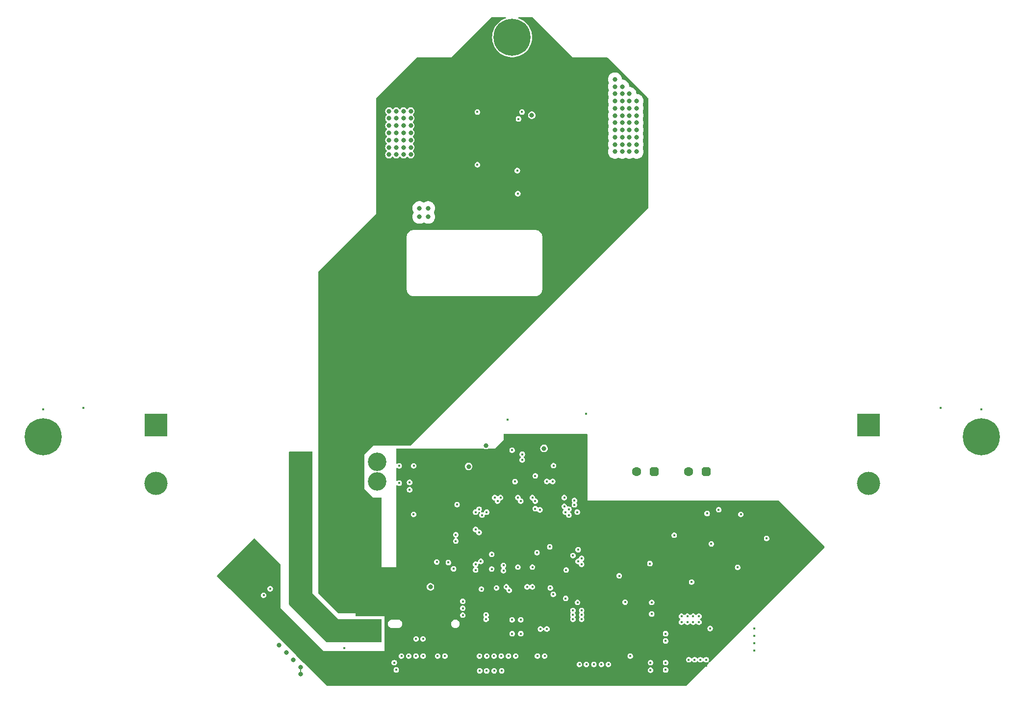
<source format=gbr>
%TF.GenerationSoftware,KiCad,Pcbnew,8.0.7*%
%TF.CreationDate,2025-03-17T21:52:05-04:00*%
%TF.ProjectId,kicker,6b69636b-6572-42e6-9b69-6361645f7063,v4*%
%TF.SameCoordinates,Original*%
%TF.FileFunction,Copper,L5,Inr*%
%TF.FilePolarity,Positive*%
%FSLAX46Y46*%
G04 Gerber Fmt 4.6, Leading zero omitted, Abs format (unit mm)*
G04 Created by KiCad (PCBNEW 8.0.7) date 2025-03-17 21:52:05*
%MOMM*%
%LPD*%
G01*
G04 APERTURE LIST*
G04 Aperture macros list*
%AMRoundRect*
0 Rectangle with rounded corners*
0 $1 Rounding radius*
0 $2 $3 $4 $5 $6 $7 $8 $9 X,Y pos of 4 corners*
0 Add a 4 corners polygon primitive as box body*
4,1,4,$2,$3,$4,$5,$6,$7,$8,$9,$2,$3,0*
0 Add four circle primitives for the rounded corners*
1,1,$1+$1,$2,$3*
1,1,$1+$1,$4,$5*
1,1,$1+$1,$6,$7*
1,1,$1+$1,$8,$9*
0 Add four rect primitives between the rounded corners*
20,1,$1+$1,$2,$3,$4,$5,0*
20,1,$1+$1,$4,$5,$6,$7,0*
20,1,$1+$1,$6,$7,$8,$9,0*
20,1,$1+$1,$8,$9,$2,$3,0*%
%AMOutline5P*
0 Free polygon, 5 corners , with rotation*
0 The origin of the aperture is its center*
0 number of corners: always 5*
0 $1 to $10 corner X, Y*
0 $11 Rotation angle, in degrees counterclockwise*
0 create outline with 5 corners*
4,1,5,$1,$2,$3,$4,$5,$6,$7,$8,$9,$10,$1,$2,$11*%
%AMOutline6P*
0 Free polygon, 6 corners , with rotation*
0 The origin of the aperture is its center*
0 number of corners: always 6*
0 $1 to $12 corner X, Y*
0 $13 Rotation angle, in degrees counterclockwise*
0 create outline with 6 corners*
4,1,6,$1,$2,$3,$4,$5,$6,$7,$8,$9,$10,$11,$12,$1,$2,$13*%
%AMOutline7P*
0 Free polygon, 7 corners , with rotation*
0 The origin of the aperture is its center*
0 number of corners: always 7*
0 $1 to $14 corner X, Y*
0 $15 Rotation angle, in degrees counterclockwise*
0 create outline with 7 corners*
4,1,7,$1,$2,$3,$4,$5,$6,$7,$8,$9,$10,$11,$12,$13,$14,$1,$2,$15*%
%AMOutline8P*
0 Free polygon, 8 corners , with rotation*
0 The origin of the aperture is its center*
0 number of corners: always 8*
0 $1 to $16 corner X, Y*
0 $17 Rotation angle, in degrees counterclockwise*
0 create outline with 8 corners*
4,1,8,$1,$2,$3,$4,$5,$6,$7,$8,$9,$10,$11,$12,$13,$14,$15,$16,$1,$2,$17*%
G04 Aperture macros list end*
%TA.AperFunction,ComponentPad*%
%ADD10RoundRect,0.760000X-1.140000X1.140000X-1.140000X-1.140000X1.140000X-1.140000X1.140000X1.140000X0*%
%TD*%
%TA.AperFunction,ComponentPad*%
%ADD11C,3.800000*%
%TD*%
%TA.AperFunction,ComponentPad*%
%ADD12C,6.400000*%
%TD*%
%TA.AperFunction,ComponentPad*%
%ADD13R,4.000000X4.000000*%
%TD*%
%TA.AperFunction,ComponentPad*%
%ADD14C,4.000000*%
%TD*%
%TA.AperFunction,ComponentPad*%
%ADD15C,3.200000*%
%TD*%
%TA.AperFunction,ComponentPad*%
%ADD16Outline8P,-0.800000X0.400000X-0.400000X0.800000X0.400000X0.800000X0.800000X0.400000X0.800000X-0.400000X0.400000X-0.800000X-0.400000X-0.800000X-0.800000X-0.400000X0.000000*%
%TD*%
%TA.AperFunction,ComponentPad*%
%ADD17C,1.600000*%
%TD*%
%TA.AperFunction,ViaPad*%
%ADD18C,0.450000*%
%TD*%
%TA.AperFunction,ViaPad*%
%ADD19C,0.800000*%
%TD*%
%TA.AperFunction,Conductor*%
%ADD20C,0.152400*%
%TD*%
G04 APERTURE END LIST*
D10*
%TO.N,GND*%
%TO.C,J3*%
X185500000Y-166500000D03*
D11*
%TO.N,/Power Regulation/V_{batt}*%
X185500000Y-171500000D03*
%TD*%
D12*
%TO.N,unconnected-(H2-Pad1)*%
%TO.C,H2*%
X291000000Y-138000000D03*
%TD*%
%TO.N,unconnected-(H1-Pad1)*%
%TO.C,H1*%
X210000000Y-69000000D03*
%TD*%
%TO.N,unconnected-(H3-Pad1)*%
%TO.C,H3*%
X129000000Y-138000000D03*
%TD*%
D13*
%TO.N,/hv_kicker/flyback_charger/V_{solenoid}*%
%TO.C,C26*%
X271500000Y-136000000D03*
D14*
%TO.N,GND*%
X271500000Y-146000000D03*
%TD*%
D13*
%TO.N,/hv_kicker/flyback_charger/V_{solenoid}*%
%TO.C,C25*%
X148500000Y-136000000D03*
D14*
%TO.N,GND*%
X148500000Y-146000000D03*
%TD*%
D15*
%TO.N,/Power Regulation/V_{batt}*%
%TO.C,F3*%
X173265000Y-142300000D03*
X173265000Y-145700000D03*
%TO.N,+BATT*%
X186735000Y-142300000D03*
X186735000Y-145700000D03*
%TD*%
D16*
%TO.N,/hv_kicker/flyback_charger/V_{solenoid}*%
%TO.C,J5*%
X234500000Y-144000000D03*
D17*
%TO.N,/hv_kicker/solenoid_control/KICK_SW*%
X231500000Y-144000000D03*
%TD*%
D16*
%TO.N,/hv_kicker/solenoid_control/CHIP_SW*%
%TO.C,J6*%
X243500000Y-144000000D03*
D17*
%TO.N,/hv_kicker/flyback_charger/V_{solenoid}*%
X240500000Y-144000000D03*
%TD*%
D18*
%TO.N,GND*%
X209280000Y-158300000D03*
X209400000Y-178409999D03*
X195800000Y-145700000D03*
D19*
X200500000Y-83000000D03*
D18*
X251606245Y-153515076D03*
D19*
X198000000Y-91750000D03*
X198000000Y-90500000D03*
D18*
X210700000Y-178409999D03*
X169363782Y-163101041D03*
X184500000Y-155000000D03*
X200000000Y-144520000D03*
X181009999Y-175500000D03*
D19*
X200500000Y-86750000D03*
X198000000Y-83000000D03*
D18*
X203600000Y-156500000D03*
X228000000Y-98000000D03*
X217500000Y-168000000D03*
X211875000Y-175850000D03*
X207000000Y-169500000D03*
X211750000Y-143009999D03*
X223000000Y-98000000D03*
D19*
X196250000Y-74500000D03*
X196750000Y-83000000D03*
D18*
X244000000Y-168250000D03*
D19*
X200500000Y-94250000D03*
D18*
X195900000Y-175850000D03*
X203100000Y-84010000D03*
X233300000Y-180100000D03*
X220000000Y-141009999D03*
X204509999Y-170000000D03*
X246515076Y-158606245D03*
D19*
X195100000Y-74500000D03*
X196750000Y-94250000D03*
X193850000Y-74500000D03*
D18*
X207400001Y-82500000D03*
X219000000Y-168000000D03*
X216000000Y-172200000D03*
D19*
X198000000Y-81750000D03*
X200500000Y-93000000D03*
D18*
X204700000Y-165280000D03*
X200000000Y-147759999D03*
D19*
X198000000Y-93000000D03*
X196750000Y-93000000D03*
X172250000Y-176500000D03*
X198750000Y-74500000D03*
D18*
X250000000Y-168250000D03*
X195000000Y-145700000D03*
X206400001Y-79980000D03*
D19*
X199250000Y-90500000D03*
D18*
X229000000Y-99000000D03*
X182500000Y-154000001D03*
D19*
X196750000Y-85500000D03*
X200500000Y-90500000D03*
D18*
X184500000Y-154000000D03*
X206900000Y-81900000D03*
D19*
X200000000Y-74500000D03*
D18*
X240500000Y-177509998D03*
D19*
X200500000Y-91750000D03*
D18*
X199320000Y-154900000D03*
D19*
X199250000Y-83000000D03*
D18*
X191000000Y-161600000D03*
X204509999Y-167600001D03*
X180500000Y-154000000D03*
X195000000Y-147300000D03*
D19*
X173500000Y-179000000D03*
D18*
X218650000Y-140980000D03*
X227900000Y-175850000D03*
X224000000Y-99000000D03*
X226000000Y-98000000D03*
X206900000Y-83100000D03*
D19*
X200500000Y-88000000D03*
D18*
X225000000Y-98000000D03*
X207000000Y-168750000D03*
X207900000Y-83100000D03*
X212010000Y-96000000D03*
X189400000Y-161000000D03*
X243500000Y-177509998D03*
X223000000Y-100000000D03*
X242500000Y-177509998D03*
X185500000Y-154000000D03*
X242786934Y-161286934D03*
D19*
X196750000Y-84250000D03*
D18*
X217500000Y-169500000D03*
D19*
X207950001Y-79500000D03*
D18*
X205000000Y-161400000D03*
D19*
X191900000Y-168650000D03*
D18*
X224000000Y-100000000D03*
D19*
X205500000Y-141449999D03*
D18*
X225000000Y-99000000D03*
X181500000Y-155000000D03*
X227000000Y-167250000D03*
X203700000Y-149700000D03*
X204400001Y-79020000D03*
D19*
X196750000Y-81750000D03*
D18*
X180500000Y-155000000D03*
X163863782Y-157601041D03*
D19*
X198000000Y-85500000D03*
D18*
X203100000Y-81020000D03*
D19*
X198000000Y-84250000D03*
D18*
X215700000Y-148600000D03*
X252533310Y-156941207D03*
D19*
X199250000Y-89250000D03*
X171000000Y-175250000D03*
D18*
X195800000Y-147300000D03*
D19*
X195100000Y-73250000D03*
D18*
X190524999Y-158900000D03*
X257533310Y-151941207D03*
X236171751Y-156578249D03*
D19*
X203000000Y-95500000D03*
D18*
X230450000Y-168437500D03*
D19*
X197500000Y-73250000D03*
D18*
X233890001Y-173200000D03*
X194200000Y-145700000D03*
X222000000Y-99000000D03*
X199320000Y-156000000D03*
X201000000Y-162105000D03*
D19*
X199250000Y-84250000D03*
D18*
X180980000Y-176500000D03*
X226000000Y-100000000D03*
D19*
X199250000Y-85500000D03*
D18*
X204509999Y-168800001D03*
D19*
X200500000Y-89250000D03*
D18*
X228000000Y-99000000D03*
D19*
X199250000Y-91750000D03*
D18*
X220280000Y-161000000D03*
X202525000Y-179050000D03*
D19*
X199250000Y-94250000D03*
D18*
X214900000Y-172209999D03*
X167839411Y-158339411D03*
D19*
X196750000Y-90500000D03*
D18*
X241500000Y-177509998D03*
D19*
X204000000Y-95500000D03*
D18*
X199520000Y-151000000D03*
D19*
X169750000Y-174000000D03*
D18*
X245008839Y-152584664D03*
D19*
X193900000Y-168650000D03*
D18*
X207000000Y-168000000D03*
X213500000Y-157820000D03*
X182500000Y-155000000D03*
X181500000Y-154000000D03*
D19*
X199250000Y-86750000D03*
X198000000Y-94250000D03*
X197500000Y-74500000D03*
D18*
X216000000Y-144740000D03*
D19*
X199250000Y-93000000D03*
D18*
X211400001Y-80020000D03*
X225000000Y-100000000D03*
X223000000Y-99000000D03*
X195800000Y-146500000D03*
X229000000Y-100000000D03*
X233300000Y-165150000D03*
X228000000Y-100000000D03*
X222000000Y-100000000D03*
X211000000Y-157820000D03*
X211750000Y-139990001D03*
D19*
X196750000Y-89250000D03*
D18*
X204000000Y-89990000D03*
X194200000Y-146500000D03*
X199500000Y-149700000D03*
X207900000Y-81900000D03*
X217000000Y-144740000D03*
X227000000Y-98000000D03*
X209250000Y-138259999D03*
X246000000Y-168250000D03*
X227000000Y-100000000D03*
X197000000Y-157500000D03*
D19*
X193850000Y-73250000D03*
X200500000Y-81750000D03*
D18*
X197000000Y-160600000D03*
D19*
X198000000Y-86750000D03*
X200000000Y-73250000D03*
X196750000Y-91750000D03*
X196750000Y-88000000D03*
D18*
X224000000Y-98000000D03*
X220500000Y-156490001D03*
X217475000Y-179050000D03*
D19*
X200500000Y-84250000D03*
D18*
X219000000Y-169500000D03*
D19*
X196250000Y-73250000D03*
X196750000Y-86750000D03*
X198000000Y-89250000D03*
D18*
X213125000Y-175850000D03*
D19*
X213400001Y-80550000D03*
X199250000Y-88000000D03*
D18*
X213800000Y-166820000D03*
X227000000Y-99000000D03*
X210200000Y-148500000D03*
X244582986Y-159490883D03*
X248000000Y-168250000D03*
D19*
X200500000Y-85500000D03*
X198750000Y-73250000D03*
D18*
X195000000Y-146500000D03*
D19*
X173500000Y-177750000D03*
D18*
X183500000Y-155000000D03*
X226000000Y-99000000D03*
D19*
X198000000Y-88000000D03*
D18*
X210500000Y-144770000D03*
X183500000Y-154000000D03*
X185500000Y-155000000D03*
X241888909Y-162184960D03*
X208500000Y-144509999D03*
X190500000Y-149580000D03*
X210900001Y-94010000D03*
X190500000Y-141990001D03*
X208500000Y-167069950D03*
X217500000Y-168750000D03*
X216500000Y-160500000D03*
D19*
X199250000Y-81750000D03*
D18*
X219000000Y-168750000D03*
X194200000Y-147300000D03*
X241139376Y-151139376D03*
D19*
%TO.N,+BATT*%
X191250000Y-84250000D03*
X192500000Y-81750000D03*
X190000000Y-83000000D03*
X188750000Y-89250000D03*
X191250000Y-85500000D03*
D18*
X228490001Y-162000000D03*
D19*
X192500000Y-83000000D03*
X190000000Y-88000000D03*
X192500000Y-88000000D03*
X188750000Y-83000000D03*
D18*
X222000000Y-169500000D03*
D19*
X190000000Y-86750000D03*
X188750000Y-88000000D03*
X188750000Y-84250000D03*
D18*
X192999999Y-151400000D03*
D19*
X188750000Y-85500000D03*
X190000000Y-85500000D03*
D18*
X222000000Y-168000000D03*
D19*
X192500000Y-86750000D03*
X191250000Y-86750000D03*
D18*
X220500000Y-168750000D03*
D19*
X192500000Y-89250000D03*
X192500000Y-85500000D03*
X190000000Y-89250000D03*
X192500000Y-84250000D03*
X191250000Y-89250000D03*
X190000000Y-84250000D03*
X188750000Y-86750000D03*
X191250000Y-81750000D03*
D18*
X222000000Y-168750000D03*
X220500000Y-168000000D03*
D19*
X191250000Y-83000000D03*
X190000000Y-81750000D03*
X191250000Y-88000000D03*
D18*
X220500000Y-169500000D03*
D19*
X188750000Y-81750000D03*
D18*
%TO.N,+3V0*%
X200280000Y-154900000D03*
X200280000Y-156000000D03*
%TO.N,+5V*%
X215625000Y-175850000D03*
X201490001Y-167600002D03*
%TO.N,+3V3*%
X240990883Y-163082986D03*
X244190000Y-171095000D03*
X211500000Y-172000000D03*
X210000000Y-172000000D03*
X136000000Y-133009999D03*
X213500000Y-163900000D03*
X230400000Y-175850000D03*
X198400000Y-175850000D03*
D19*
X195900000Y-163900000D03*
D18*
X214000000Y-144740001D03*
X214375000Y-175850000D03*
X190000000Y-178250000D03*
X193425000Y-172890001D03*
X205500000Y-168750000D03*
X194625000Y-172890001D03*
X205600000Y-178409999D03*
X206475000Y-158295000D03*
X204700000Y-164300000D03*
X205500000Y-169500000D03*
X206900000Y-178409999D03*
X216000000Y-145700000D03*
X193009999Y-143000000D03*
X248941207Y-160533310D03*
X217000000Y-145700000D03*
X201490001Y-166400000D03*
X200500000Y-149700000D03*
X237990001Y-155000000D03*
X210500000Y-145730000D03*
X284000000Y-133009999D03*
X219320000Y-161000000D03*
X253941207Y-155533310D03*
X233890001Y-178300000D03*
X199900000Y-160800000D03*
%TO.N,/digital/RCC_OSC32_N*%
X211000000Y-160500000D03*
%TO.N,/digital/RCC_OSC32_P*%
X213499998Y-160500000D03*
%TO.N,/digital/V_{sense}_HV_FILT*%
X197000000Y-159620000D03*
X207300000Y-164100000D03*
%TO.N,/digital/NRST*%
X249484924Y-151393755D03*
X212600000Y-163900000D03*
X229500000Y-166562499D03*
X209500000Y-164500000D03*
X219250000Y-165900000D03*
X244393755Y-156484924D03*
D19*
%TO.N,+VSW*%
X215500000Y-140000000D03*
D18*
X201490001Y-168800000D03*
D19*
X213400001Y-82450000D03*
X202500000Y-143125000D03*
X205500000Y-139500000D03*
%TO.N,/hv_kicker/flyback_charger/V_{trans}*%
X231500000Y-81250000D03*
X231500000Y-87500000D03*
X231500000Y-88750000D03*
X230250000Y-83750000D03*
X230250000Y-82500000D03*
X230250000Y-80000000D03*
X229000000Y-83750000D03*
X231500000Y-85000000D03*
X229000000Y-88750000D03*
X229000000Y-82500000D03*
X229000000Y-81250000D03*
X230250000Y-86250000D03*
X229000000Y-85000000D03*
X229000000Y-86250000D03*
X231500000Y-82500000D03*
X229000000Y-77500000D03*
X227750000Y-85000000D03*
X230250000Y-81250000D03*
X227750000Y-76250000D03*
X227750000Y-82500000D03*
X230250000Y-88750000D03*
X227750000Y-87500000D03*
X229000000Y-80000000D03*
X229000000Y-87500000D03*
X227750000Y-86250000D03*
X227750000Y-77500000D03*
X227750000Y-88750000D03*
X229000000Y-78750000D03*
X230250000Y-87500000D03*
X231500000Y-80000000D03*
X230250000Y-85000000D03*
X230250000Y-78750000D03*
X231500000Y-86250000D03*
X227750000Y-83750000D03*
X227750000Y-78750000D03*
X231500000Y-83750000D03*
X227750000Y-80000000D03*
X227750000Y-81250000D03*
D18*
%TO.N,/digital/BB_LED_DRAIN*%
X245662913Y-150587087D03*
X129000000Y-133250000D03*
X291000000Y-133250000D03*
%TO.N,/digital/USR_BTN*%
X233787868Y-159881371D03*
X216500000Y-157000000D03*
X181009999Y-174500000D03*
%TO.N,/digital/SWCLK*%
X221250000Y-151000000D03*
%TO.N,/digital/SWDIO*%
X220750000Y-149750000D03*
%TO.N,/digital/V_{sense}_HV*%
X198990001Y-159700000D03*
D19*
%TO.N,/hv_kicker/flyback_charger/HV_AC*%
X194000000Y-98500000D03*
X195500000Y-100000000D03*
X194000000Y-100000000D03*
X195500000Y-98500000D03*
D18*
%TO.N,Net-(J1-Pin_10)*%
X204375000Y-175850000D03*
%TO.N,/COMS.RST*%
X236500000Y-173250000D03*
%TO.N,Net-(J1-Pin_7)*%
X208125000Y-175850000D03*
%TO.N,/Ball Sense/SENSE_BOOT_UART.CTS*%
X205625000Y-175850000D03*
%TO.N,/5v0_UPSTREAM*%
X234100000Y-166600000D03*
%TO.N,/3v3_UPSTREAM*%
X234100000Y-168600001D03*
%TO.N,/COMS.BOOT0*%
X220500000Y-158500000D03*
X236500000Y-172000000D03*
%TO.N,/COMS.RX*%
X214000000Y-149100000D03*
%TO.N,/Dribbler/DRIB_BOOT_UART.CTS*%
X208500000Y-160200000D03*
X210000000Y-169600000D03*
%TO.N,/Dribbler/DRIB_BOOT_UART.BOOT0*%
X205600000Y-151000000D03*
X216000000Y-171180002D03*
%TO.N,/Dribbler/DRIB_BOOT_UART.RX*%
X203700000Y-151000000D03*
X211500002Y-169600000D03*
%TO.N,/Dribbler/DRIB_BOOT_UART.RST*%
X214900000Y-171190001D03*
X204800000Y-151500000D03*
%TO.N,/Breakbeam/BB_LEFT.AGPIO*%
X209000000Y-163900000D03*
X197150000Y-175850000D03*
%TO.N,Net-(R12-Pad1)*%
X240500000Y-176490000D03*
X251810000Y-171095000D03*
X239250001Y-170000000D03*
%TO.N,Net-(R13-Pad1)*%
X251810000Y-172365000D03*
X240250000Y-170000000D03*
X241500000Y-176490000D03*
%TO.N,Net-(R14-Pad1)*%
X241250000Y-170000000D03*
X242500000Y-176490000D03*
X251810000Y-173635000D03*
%TO.N,Net-(R15-Pad1)*%
X251810000Y-174905000D03*
X242250000Y-170000000D03*
X243500000Y-176490001D03*
%TO.N,/Breakbeam/BB_RIGHT.RST*%
X208000000Y-148500000D03*
X224125000Y-177300000D03*
%TO.N,/Breakbeam/BB_RIGHT.~{DET}*%
X222825000Y-177300000D03*
X207500000Y-149100000D03*
%TO.N,/Breakbeam/BB_RIGHT.INT*%
X207000000Y-148500000D03*
X221625000Y-177300000D03*
%TO.N,/Breakbeam/BB_RIGHT.SCL*%
X211000000Y-148500000D03*
X225425000Y-177300000D03*
%TO.N,/Breakbeam/BB_RIGHT.SDA*%
X211500000Y-149100000D03*
X226625000Y-177300000D03*
%TO.N,/Breakbeam/BB_LEFT.INT*%
X189650000Y-177000000D03*
X219800000Y-151500000D03*
%TO.N,/Breakbeam/BB_LEFT.RST*%
X192150000Y-175850000D03*
X219800000Y-150500000D03*
%TO.N,/Breakbeam/BB_LEFT.~{DET}*%
X190900000Y-175850000D03*
X219200000Y-151000000D03*
%TO.N,/Breakbeam/BB_LEFT.SDA*%
X214300000Y-158000000D03*
X194650000Y-175850000D03*
%TO.N,/Breakbeam/BB_LEFT.SCL*%
X219000000Y-150000000D03*
X193400000Y-175850000D03*
%TO.N,/Ball Sense/SENSE_BOOT_UART.RX*%
X206875000Y-175850000D03*
%TO.N,/Ball Sense/SENSE_BOOT_UART.RST*%
X209375000Y-175850000D03*
%TO.N,/Ball Sense/SENSE_BOOT_UART.BOOT0*%
X210625000Y-175850000D03*
%TO.N,/digital/LED_BB_BLUE*%
X243665336Y-151241161D03*
X222000000Y-160000000D03*
%TO.N,/hv_kicker/solenoid_control/GATE_{kick}_FILT*%
X209250000Y-134990001D03*
%TO.N,/hv_kicker/solenoid_control/GATE_{chip}_FILT*%
X222750000Y-134000000D03*
%TO.N,/COMS.TX*%
X213500000Y-148500000D03*
%TO.N,/Power Regulation/VSW_CEN*%
X190500000Y-143009999D03*
X192300000Y-147135000D03*
%TO.N,/Power Regulation/VSW_PGOOD*%
X192300000Y-145865000D03*
%TO.N,/digital/VSW_EN*%
X190500000Y-145990001D03*
%TO.N,/digital/LED_GREEN*%
X222000000Y-159000000D03*
%TO.N,/digital/LED_RED*%
X221400000Y-159500000D03*
%TO.N,/digital/ShutdownInitiated*%
X221400000Y-157500000D03*
%TO.N,/digital/DIP3*%
X221300000Y-166600000D03*
X239250001Y-168980002D03*
%TO.N,/digital/DIP2*%
X240250000Y-168980002D03*
%TO.N,/digital/DIP1*%
X241250000Y-168980002D03*
%TO.N,/digital/DIP0*%
X242250000Y-168980002D03*
%TO.N,/digital/CMD_{KICK}*%
X211750000Y-141990001D03*
%TO.N,/digital/CMD_{CHIP}*%
X217155000Y-142975000D03*
X211750000Y-141009999D03*
%TO.N,/digital/CMD_{CHG}*%
X210000000Y-140300000D03*
X210990000Y-96000000D03*
X211700000Y-81900000D03*
%TO.N,/hv_kicker/flyback_charger/HVGATE*%
X210900001Y-92020000D03*
X211100000Y-83100000D03*
%TO.N,/hv_kicker/flyback_charger/FB*%
X204000000Y-91010000D03*
X204000000Y-81900000D03*
%TO.N,/Dribbler/DRIB_BOOT_UART.TX*%
X204300000Y-150500000D03*
%TO.N,/Ball Sense/SENSE_BOOT_UART.TX*%
X208200000Y-178409999D03*
%TO.N,/digital/USER_ADJ1*%
X220750000Y-149000000D03*
X204300000Y-154500000D03*
%TO.N,/digital/USER_ADJ2*%
X203700000Y-154000000D03*
X219000000Y-148500000D03*
%TO.N,/digital/DOTSTAR_SCK*%
X168232412Y-164232412D03*
X216600000Y-164100000D03*
%TO.N,/digital/DOTSTAR_MOSI*%
X167101041Y-165363782D03*
X217100000Y-165200000D03*
%TO.N,/digital/FLASH_SCK*%
X206475000Y-160835000D03*
%TO.N,/digital/FLASH_MOSI*%
X204600000Y-159500000D03*
%TO.N,/COMS.CTS*%
X214000000Y-150400000D03*
X236500000Y-178250000D03*
%TO.N,Net-(J11-Pin_9)*%
X236500000Y-177000000D03*
%TO.N,/COMS.RTS*%
X214800000Y-150600000D03*
X233890000Y-177000000D03*
%TO.N,/Dribbler/DRIB_BOOT_UART.RTS*%
X208500000Y-161100000D03*
%TO.N,/digital/FLASH_MISO*%
X203700000Y-160000000D03*
%TO.N,/digital/FLASH_NSS*%
X203700000Y-161000000D03*
%TO.N,/Ball Sense/SENSE_BOOT_UART.RTS*%
X204400000Y-178409999D03*
%TD*%
D20*
%TO.N,GND*%
X173500000Y-179000000D02*
X173500000Y-177750000D01*
%TD*%
%TA.AperFunction,Conductor*%
%TO.N,/Power Regulation/V_{batt}*%
G36*
X175443039Y-140519685D02*
G01*
X175488794Y-140572489D01*
X175500000Y-140624000D01*
X175500000Y-165000000D01*
X180000000Y-169500000D01*
X187376000Y-169500000D01*
X187443039Y-169519685D01*
X187488794Y-169572489D01*
X187500000Y-169624000D01*
X187500000Y-173376000D01*
X187480315Y-173443039D01*
X187427511Y-173488794D01*
X187376000Y-173500000D01*
X178051362Y-173500000D01*
X177984323Y-173480315D01*
X177963681Y-173463681D01*
X171536319Y-167036319D01*
X171502834Y-166974996D01*
X171500000Y-166948638D01*
X171500000Y-140624000D01*
X171519685Y-140556961D01*
X171572489Y-140511206D01*
X171624000Y-140500000D01*
X175376000Y-140500000D01*
X175443039Y-140519685D01*
G37*
%TD.AperFunction*%
%TD*%
%TA.AperFunction,Conductor*%
%TO.N,GND*%
G36*
X208891902Y-65519685D02*
G01*
X208937657Y-65572489D01*
X208947601Y-65641647D01*
X208918576Y-65705203D01*
X208864457Y-65741508D01*
X208720962Y-65789858D01*
X208720959Y-65789859D01*
X208720951Y-65789862D01*
X208381391Y-65946959D01*
X208381378Y-65946966D01*
X208060794Y-66139853D01*
X208060789Y-66139857D01*
X207762913Y-66366296D01*
X207762912Y-66366297D01*
X207491272Y-66623608D01*
X207249052Y-66908770D01*
X207249045Y-66908780D01*
X207039073Y-67218465D01*
X206863815Y-67549036D01*
X206863806Y-67549054D01*
X206725318Y-67896635D01*
X206725317Y-67896637D01*
X206625223Y-68257146D01*
X206625222Y-68257149D01*
X206564688Y-68626389D01*
X206544432Y-68999997D01*
X206544432Y-69000002D01*
X206564688Y-69373610D01*
X206625222Y-69742850D01*
X206625223Y-69742853D01*
X206725317Y-70103362D01*
X206725318Y-70103364D01*
X206863806Y-70450945D01*
X206863815Y-70450963D01*
X207039073Y-70781534D01*
X207249045Y-71091219D01*
X207249052Y-71091229D01*
X207491272Y-71376391D01*
X207491273Y-71376392D01*
X207762913Y-71633703D01*
X208060780Y-71860136D01*
X208060785Y-71860139D01*
X208060789Y-71860142D01*
X208060794Y-71860146D01*
X208381378Y-72053033D01*
X208381383Y-72053036D01*
X208381387Y-72053037D01*
X208381391Y-72053040D01*
X208700121Y-72200500D01*
X208720962Y-72210142D01*
X209075538Y-72329613D01*
X209440951Y-72410046D01*
X209812919Y-72450500D01*
X209812925Y-72450500D01*
X210187075Y-72450500D01*
X210187081Y-72450500D01*
X210559049Y-72410046D01*
X210924462Y-72329613D01*
X211279038Y-72210142D01*
X211618617Y-72053036D01*
X211739912Y-71980055D01*
X211939205Y-71860146D01*
X211939210Y-71860142D01*
X211939209Y-71860142D01*
X211939220Y-71860136D01*
X212237087Y-71633703D01*
X212508727Y-71376392D01*
X212750954Y-71091221D01*
X212960928Y-70781531D01*
X213136189Y-70450955D01*
X213274680Y-70103368D01*
X213374779Y-69742845D01*
X213435311Y-69373613D01*
X213455568Y-69000000D01*
X213435311Y-68626387D01*
X213374779Y-68257155D01*
X213329702Y-68094804D01*
X213274682Y-67896637D01*
X213274681Y-67896635D01*
X213136193Y-67549054D01*
X213136184Y-67549036D01*
X212960926Y-67218465D01*
X212853369Y-67059830D01*
X212750954Y-66908779D01*
X212750950Y-66908774D01*
X212750947Y-66908770D01*
X212508727Y-66623608D01*
X212237087Y-66366297D01*
X212237086Y-66366296D01*
X212152208Y-66301773D01*
X211939220Y-66139864D01*
X211939216Y-66139861D01*
X211939210Y-66139857D01*
X211939205Y-66139853D01*
X211618621Y-65946966D01*
X211618608Y-65946959D01*
X211279048Y-65789862D01*
X211279043Y-65789860D01*
X211279038Y-65789858D01*
X211135542Y-65741508D01*
X211078299Y-65701449D01*
X211051799Y-65636799D01*
X211064459Y-65568086D01*
X211112258Y-65517125D01*
X211175137Y-65500000D01*
X213448638Y-65500000D01*
X213515677Y-65519685D01*
X213536319Y-65536319D01*
X220500000Y-72500000D01*
X226448638Y-72500000D01*
X226515677Y-72519685D01*
X226536319Y-72536319D01*
X233463681Y-79463681D01*
X233497166Y-79525004D01*
X233500000Y-79551362D01*
X233500000Y-98448638D01*
X233480315Y-98515677D01*
X233463681Y-98536319D01*
X192536319Y-139463681D01*
X192474996Y-139497166D01*
X192448638Y-139500000D01*
X185999999Y-139500000D01*
X184500000Y-140999999D01*
X184500000Y-141000000D01*
X184500000Y-147000000D01*
X186000000Y-148500000D01*
X187376000Y-148500000D01*
X187443039Y-148519685D01*
X187488794Y-148572489D01*
X187500000Y-148624000D01*
X187500000Y-160500000D01*
X183000000Y-160500000D01*
X183000000Y-168500000D01*
X180051362Y-168500000D01*
X179984323Y-168480315D01*
X179963681Y-168463681D01*
X176536319Y-165036319D01*
X176502834Y-164974996D01*
X176500000Y-164948638D01*
X176500000Y-112460118D01*
X191799499Y-112460118D01*
X191799499Y-112594482D01*
X191829060Y-112781120D01*
X191887450Y-112960830D01*
X191887451Y-112960833D01*
X191973242Y-113129203D01*
X192084303Y-113282067D01*
X192084307Y-113282072D01*
X192217927Y-113415692D01*
X192217932Y-113415696D01*
X192351268Y-113512569D01*
X192370800Y-113526760D01*
X192480861Y-113582839D01*
X192539166Y-113612548D01*
X192539169Y-113612549D01*
X192629024Y-113641744D01*
X192718881Y-113670940D01*
X192905517Y-113700501D01*
X192905518Y-113700501D01*
X214094482Y-113700501D01*
X214094483Y-113700501D01*
X214281119Y-113670940D01*
X214460833Y-113612548D01*
X214629200Y-113526760D01*
X214782074Y-113415691D01*
X214915691Y-113282074D01*
X215026760Y-113129200D01*
X215112548Y-112960833D01*
X215170940Y-112781119D01*
X215200501Y-112594483D01*
X215200501Y-112500001D01*
X215200501Y-112460119D01*
X215200501Y-112441765D01*
X215200499Y-112441751D01*
X215200499Y-103554324D01*
X215200500Y-103554315D01*
X215200500Y-103405513D01*
X215170940Y-103218881D01*
X215112545Y-103039163D01*
X215026759Y-102870800D01*
X215000923Y-102835240D01*
X214915690Y-102717927D01*
X214782073Y-102584310D01*
X214629199Y-102473240D01*
X214460836Y-102387454D01*
X214281118Y-102329059D01*
X214094486Y-102299500D01*
X214094481Y-102299500D01*
X214039882Y-102299500D01*
X193039882Y-102299500D01*
X193000000Y-102299500D01*
X192905519Y-102299500D01*
X192905514Y-102299500D01*
X192718881Y-102329059D01*
X192539163Y-102387454D01*
X192370800Y-102473240D01*
X192283579Y-102536610D01*
X192217927Y-102584310D01*
X192217925Y-102584312D01*
X192217924Y-102584312D01*
X192084312Y-102717924D01*
X192084312Y-102717925D01*
X192084310Y-102717927D01*
X192036610Y-102783579D01*
X191973240Y-102870800D01*
X191887454Y-103039163D01*
X191829059Y-103218881D01*
X191799500Y-103405513D01*
X191799500Y-103460118D01*
X191799499Y-112460118D01*
X176500000Y-112460118D01*
X176500000Y-109551362D01*
X176519685Y-109484323D01*
X176536319Y-109463681D01*
X186500000Y-99500000D01*
X186500000Y-98499999D01*
X192794357Y-98499999D01*
X192794357Y-98500000D01*
X192814884Y-98721535D01*
X192814885Y-98721537D01*
X192875769Y-98935523D01*
X192875775Y-98935538D01*
X192974938Y-99134682D01*
X192974946Y-99134695D01*
X193005590Y-99175275D01*
X193030281Y-99240637D01*
X193015715Y-99308971D01*
X193005590Y-99324725D01*
X192974946Y-99365304D01*
X192974938Y-99365317D01*
X192875775Y-99564461D01*
X192875769Y-99564476D01*
X192814885Y-99778462D01*
X192814884Y-99778464D01*
X192794357Y-99999999D01*
X192794357Y-100000000D01*
X192814884Y-100221535D01*
X192814885Y-100221537D01*
X192875769Y-100435523D01*
X192875775Y-100435538D01*
X192974938Y-100634683D01*
X192974943Y-100634691D01*
X193109020Y-100812238D01*
X193273437Y-100962123D01*
X193273439Y-100962125D01*
X193462595Y-101079245D01*
X193462596Y-101079245D01*
X193462599Y-101079247D01*
X193670060Y-101159618D01*
X193888757Y-101200500D01*
X193888759Y-101200500D01*
X194111241Y-101200500D01*
X194111243Y-101200500D01*
X194329940Y-101159618D01*
X194537401Y-101079247D01*
X194684725Y-100988028D01*
X194752083Y-100969473D01*
X194815274Y-100988027D01*
X194962599Y-101079247D01*
X195170060Y-101159618D01*
X195388757Y-101200500D01*
X195388759Y-101200500D01*
X195611241Y-101200500D01*
X195611243Y-101200500D01*
X195829940Y-101159618D01*
X196037401Y-101079247D01*
X196226562Y-100962124D01*
X196390981Y-100812236D01*
X196525058Y-100634689D01*
X196624229Y-100435528D01*
X196685115Y-100221536D01*
X196705643Y-100000000D01*
X196685115Y-99778464D01*
X196624229Y-99564472D01*
X196525061Y-99365317D01*
X196525061Y-99365316D01*
X196525056Y-99365308D01*
X196494410Y-99324727D01*
X196469718Y-99259366D01*
X196484283Y-99191032D01*
X196494410Y-99175273D01*
X196525056Y-99134691D01*
X196525058Y-99134689D01*
X196624229Y-98935528D01*
X196685115Y-98721536D01*
X196705643Y-98500000D01*
X196685115Y-98278464D01*
X196624229Y-98064472D01*
X196624224Y-98064461D01*
X196525061Y-97865316D01*
X196525056Y-97865308D01*
X196390979Y-97687761D01*
X196226562Y-97537876D01*
X196226560Y-97537874D01*
X196037404Y-97420754D01*
X196037398Y-97420752D01*
X195829940Y-97340382D01*
X195611243Y-97299500D01*
X195388757Y-97299500D01*
X195170060Y-97340382D01*
X195038864Y-97391207D01*
X194962601Y-97420752D01*
X194962595Y-97420754D01*
X194815277Y-97511970D01*
X194747916Y-97530525D01*
X194684723Y-97511970D01*
X194537404Y-97420754D01*
X194537398Y-97420752D01*
X194329940Y-97340382D01*
X194111243Y-97299500D01*
X193888757Y-97299500D01*
X193670060Y-97340382D01*
X193538864Y-97391207D01*
X193462601Y-97420752D01*
X193462595Y-97420754D01*
X193273439Y-97537874D01*
X193273437Y-97537876D01*
X193109020Y-97687761D01*
X192974943Y-97865308D01*
X192974938Y-97865316D01*
X192875775Y-98064461D01*
X192875769Y-98064476D01*
X192814885Y-98278462D01*
X192814884Y-98278464D01*
X192794357Y-98499999D01*
X186500000Y-98499999D01*
X186500000Y-96000000D01*
X210509610Y-96000000D01*
X210529068Y-96135337D01*
X210529070Y-96135345D01*
X210585867Y-96259714D01*
X210585872Y-96259721D01*
X210675409Y-96363053D01*
X210675413Y-96363057D01*
X210735979Y-96401979D01*
X210790439Y-96436978D01*
X210856036Y-96456239D01*
X210921632Y-96475500D01*
X210921633Y-96475500D01*
X211058367Y-96475500D01*
X211189561Y-96436978D01*
X211304589Y-96363055D01*
X211394130Y-96259718D01*
X211450931Y-96135342D01*
X211470390Y-96000000D01*
X211450931Y-95864658D01*
X211438677Y-95837827D01*
X211394132Y-95740285D01*
X211394127Y-95740278D01*
X211304590Y-95636946D01*
X211304586Y-95636942D01*
X211189559Y-95563021D01*
X211058368Y-95524500D01*
X211058367Y-95524500D01*
X210921633Y-95524500D01*
X210921632Y-95524500D01*
X210790440Y-95563021D01*
X210675413Y-95636942D01*
X210675409Y-95636946D01*
X210585872Y-95740278D01*
X210585867Y-95740285D01*
X210529070Y-95864654D01*
X210529068Y-95864662D01*
X210509610Y-96000000D01*
X186500000Y-96000000D01*
X186500000Y-92020000D01*
X210419611Y-92020000D01*
X210439069Y-92155337D01*
X210439071Y-92155345D01*
X210495868Y-92279714D01*
X210495873Y-92279721D01*
X210585410Y-92383053D01*
X210585414Y-92383057D01*
X210645980Y-92421979D01*
X210700440Y-92456978D01*
X210766037Y-92476239D01*
X210831633Y-92495500D01*
X210831634Y-92495500D01*
X210968368Y-92495500D01*
X211099562Y-92456978D01*
X211214590Y-92383055D01*
X211304131Y-92279718D01*
X211360932Y-92155342D01*
X211380391Y-92020000D01*
X211360932Y-91884658D01*
X211348678Y-91857827D01*
X211304133Y-91760285D01*
X211304128Y-91760278D01*
X211214591Y-91656946D01*
X211214587Y-91656942D01*
X211099560Y-91583021D01*
X210968369Y-91544500D01*
X210968368Y-91544500D01*
X210831634Y-91544500D01*
X210831633Y-91544500D01*
X210700441Y-91583021D01*
X210585414Y-91656942D01*
X210585410Y-91656946D01*
X210495873Y-91760278D01*
X210495868Y-91760285D01*
X210439071Y-91884654D01*
X210439069Y-91884662D01*
X210419611Y-92020000D01*
X186500000Y-92020000D01*
X186500000Y-91010000D01*
X203519610Y-91010000D01*
X203539068Y-91145337D01*
X203539070Y-91145345D01*
X203595867Y-91269714D01*
X203595872Y-91269721D01*
X203685409Y-91373053D01*
X203685413Y-91373057D01*
X203745979Y-91411979D01*
X203800439Y-91446978D01*
X203866036Y-91466239D01*
X203931632Y-91485500D01*
X203931633Y-91485500D01*
X204068367Y-91485500D01*
X204199561Y-91446978D01*
X204314589Y-91373055D01*
X204404130Y-91269718D01*
X204460931Y-91145342D01*
X204480390Y-91010000D01*
X204460931Y-90874658D01*
X204448677Y-90847827D01*
X204404132Y-90750285D01*
X204404127Y-90750278D01*
X204314590Y-90646946D01*
X204314586Y-90646942D01*
X204199559Y-90573021D01*
X204068368Y-90534500D01*
X204068367Y-90534500D01*
X203931633Y-90534500D01*
X203931632Y-90534500D01*
X203800440Y-90573021D01*
X203685413Y-90646942D01*
X203685409Y-90646946D01*
X203595872Y-90750278D01*
X203595867Y-90750285D01*
X203539070Y-90874654D01*
X203539068Y-90874662D01*
X203519610Y-91010000D01*
X186500000Y-91010000D01*
X186500000Y-81749999D01*
X188094722Y-81749999D01*
X188094722Y-81750000D01*
X188113762Y-81906818D01*
X188162507Y-82035345D01*
X188169780Y-82054523D01*
X188176650Y-82064476D01*
X188242392Y-82159721D01*
X188259517Y-82184530D01*
X188365545Y-82278462D01*
X188369747Y-82282184D01*
X188406874Y-82341374D01*
X188406106Y-82411239D01*
X188369747Y-82467816D01*
X188259516Y-82565470D01*
X188169781Y-82695475D01*
X188169780Y-82695476D01*
X188113762Y-82843181D01*
X188094722Y-82999999D01*
X188094722Y-83000000D01*
X188113762Y-83156818D01*
X188143541Y-83235337D01*
X188169780Y-83304523D01*
X188259517Y-83434530D01*
X188365545Y-83528462D01*
X188369747Y-83532184D01*
X188406874Y-83591374D01*
X188406106Y-83661239D01*
X188369747Y-83717816D01*
X188259516Y-83815470D01*
X188169781Y-83945475D01*
X188169780Y-83945476D01*
X188113762Y-84093181D01*
X188094722Y-84249999D01*
X188094722Y-84250000D01*
X188113762Y-84406818D01*
X188169780Y-84554523D01*
X188259517Y-84684530D01*
X188365545Y-84778462D01*
X188369747Y-84782184D01*
X188406874Y-84841374D01*
X188406106Y-84911239D01*
X188369747Y-84967816D01*
X188259516Y-85065470D01*
X188169781Y-85195475D01*
X188169780Y-85195476D01*
X188113762Y-85343181D01*
X188094722Y-85499999D01*
X188094722Y-85500000D01*
X188113762Y-85656818D01*
X188169780Y-85804523D01*
X188259517Y-85934530D01*
X188365545Y-86028462D01*
X188369747Y-86032184D01*
X188406874Y-86091374D01*
X188406106Y-86161239D01*
X188369747Y-86217816D01*
X188259516Y-86315470D01*
X188169781Y-86445475D01*
X188169780Y-86445476D01*
X188113762Y-86593181D01*
X188094722Y-86749999D01*
X188094722Y-86750000D01*
X188113762Y-86906818D01*
X188169780Y-87054523D01*
X188259517Y-87184530D01*
X188365545Y-87278462D01*
X188369747Y-87282184D01*
X188406874Y-87341374D01*
X188406106Y-87411239D01*
X188369747Y-87467816D01*
X188259516Y-87565470D01*
X188169781Y-87695475D01*
X188169780Y-87695476D01*
X188113762Y-87843181D01*
X188094722Y-87999999D01*
X188094722Y-88000000D01*
X188113762Y-88156818D01*
X188169780Y-88304523D01*
X188259517Y-88434530D01*
X188365545Y-88528462D01*
X188369747Y-88532184D01*
X188406874Y-88591374D01*
X188406106Y-88661239D01*
X188369747Y-88717816D01*
X188259516Y-88815470D01*
X188169781Y-88945475D01*
X188169780Y-88945476D01*
X188113762Y-89093181D01*
X188094722Y-89249999D01*
X188094722Y-89250000D01*
X188113762Y-89406818D01*
X188169780Y-89554523D01*
X188259517Y-89684530D01*
X188377760Y-89789283D01*
X188377762Y-89789284D01*
X188517634Y-89862696D01*
X188671014Y-89900500D01*
X188671015Y-89900500D01*
X188828985Y-89900500D01*
X188982365Y-89862696D01*
X189122240Y-89789283D01*
X189240483Y-89684530D01*
X189272950Y-89637492D01*
X189327233Y-89593503D01*
X189396681Y-89585843D01*
X189459246Y-89616946D01*
X189477049Y-89637492D01*
X189509517Y-89684530D01*
X189627760Y-89789283D01*
X189627762Y-89789284D01*
X189767634Y-89862696D01*
X189921014Y-89900500D01*
X189921015Y-89900500D01*
X190078985Y-89900500D01*
X190232365Y-89862696D01*
X190372240Y-89789283D01*
X190490483Y-89684530D01*
X190522950Y-89637492D01*
X190577233Y-89593503D01*
X190646681Y-89585843D01*
X190709246Y-89616946D01*
X190727049Y-89637492D01*
X190759517Y-89684530D01*
X190877760Y-89789283D01*
X190877762Y-89789284D01*
X191017634Y-89862696D01*
X191171014Y-89900500D01*
X191171015Y-89900500D01*
X191328985Y-89900500D01*
X191482365Y-89862696D01*
X191622240Y-89789283D01*
X191740483Y-89684530D01*
X191772950Y-89637492D01*
X191827233Y-89593503D01*
X191896681Y-89585843D01*
X191959246Y-89616946D01*
X191977049Y-89637492D01*
X192009517Y-89684530D01*
X192127760Y-89789283D01*
X192127762Y-89789284D01*
X192267634Y-89862696D01*
X192421014Y-89900500D01*
X192421015Y-89900500D01*
X192578985Y-89900500D01*
X192732365Y-89862696D01*
X192872240Y-89789283D01*
X192990483Y-89684530D01*
X193080220Y-89554523D01*
X193136237Y-89406818D01*
X193155278Y-89250000D01*
X193136237Y-89093182D01*
X193080220Y-88945477D01*
X192990483Y-88815470D01*
X192990482Y-88815468D01*
X192880253Y-88717816D01*
X192843126Y-88658627D01*
X192843892Y-88588761D01*
X192880253Y-88532184D01*
X192884455Y-88528462D01*
X192990483Y-88434530D01*
X193080220Y-88304523D01*
X193136237Y-88156818D01*
X193155278Y-88000000D01*
X193136237Y-87843182D01*
X193080220Y-87695477D01*
X192990483Y-87565470D01*
X192990482Y-87565468D01*
X192880253Y-87467816D01*
X192843126Y-87408627D01*
X192843892Y-87338761D01*
X192880253Y-87282184D01*
X192884455Y-87278462D01*
X192990483Y-87184530D01*
X193080220Y-87054523D01*
X193136237Y-86906818D01*
X193155278Y-86750000D01*
X193136237Y-86593182D01*
X193080220Y-86445477D01*
X192990483Y-86315470D01*
X192990482Y-86315468D01*
X192880253Y-86217816D01*
X192843126Y-86158627D01*
X192843892Y-86088761D01*
X192880253Y-86032184D01*
X192884455Y-86028462D01*
X192990483Y-85934530D01*
X193080220Y-85804523D01*
X193136237Y-85656818D01*
X193155278Y-85500000D01*
X193136237Y-85343182D01*
X193080220Y-85195477D01*
X192990483Y-85065470D01*
X192990482Y-85065468D01*
X192880253Y-84967816D01*
X192843126Y-84908627D01*
X192843892Y-84838761D01*
X192880253Y-84782184D01*
X192884455Y-84778462D01*
X192990483Y-84684530D01*
X193080220Y-84554523D01*
X193136237Y-84406818D01*
X193155278Y-84250000D01*
X193136237Y-84093182D01*
X193080220Y-83945477D01*
X192990483Y-83815470D01*
X192990482Y-83815468D01*
X192880253Y-83717816D01*
X192843126Y-83658627D01*
X192843892Y-83588761D01*
X192880253Y-83532184D01*
X192884455Y-83528462D01*
X192990483Y-83434530D01*
X193080220Y-83304523D01*
X193136237Y-83156818D01*
X193143136Y-83100000D01*
X210619610Y-83100000D01*
X210639068Y-83235337D01*
X210639070Y-83235345D01*
X210695867Y-83359714D01*
X210695872Y-83359721D01*
X210785409Y-83463053D01*
X210785413Y-83463057D01*
X210845979Y-83501979D01*
X210900439Y-83536978D01*
X210966036Y-83556239D01*
X211031632Y-83575500D01*
X211031633Y-83575500D01*
X211168367Y-83575500D01*
X211299561Y-83536978D01*
X211414589Y-83463055D01*
X211504130Y-83359718D01*
X211560931Y-83235342D01*
X211580390Y-83100000D01*
X211560931Y-82964658D01*
X211524337Y-82884528D01*
X211504132Y-82840285D01*
X211504127Y-82840278D01*
X211414590Y-82736946D01*
X211414586Y-82736942D01*
X211323736Y-82678558D01*
X211299561Y-82663022D01*
X211299560Y-82663021D01*
X211299559Y-82663021D01*
X211168368Y-82624500D01*
X211168367Y-82624500D01*
X211031633Y-82624500D01*
X211031632Y-82624500D01*
X210900440Y-82663021D01*
X210785413Y-82736942D01*
X210785409Y-82736946D01*
X210695872Y-82840278D01*
X210695867Y-82840285D01*
X210639070Y-82964654D01*
X210639068Y-82964662D01*
X210619610Y-83100000D01*
X193143136Y-83100000D01*
X193155278Y-83000000D01*
X193136237Y-82843182D01*
X193135138Y-82840285D01*
X193114992Y-82787164D01*
X193080220Y-82695477D01*
X192990483Y-82565470D01*
X192990482Y-82565468D01*
X192880253Y-82467816D01*
X192869077Y-82449999D01*
X212744723Y-82449999D01*
X212744723Y-82450000D01*
X212763763Y-82606818D01*
X212813115Y-82736946D01*
X212819781Y-82754523D01*
X212909518Y-82884530D01*
X213027761Y-82989283D01*
X213027763Y-82989284D01*
X213167635Y-83062696D01*
X213321015Y-83100500D01*
X213321016Y-83100500D01*
X213478986Y-83100500D01*
X213632366Y-83062696D01*
X213772241Y-82989283D01*
X213890484Y-82884530D01*
X213980221Y-82754523D01*
X214036238Y-82606818D01*
X214055279Y-82450000D01*
X214050256Y-82408627D01*
X214036238Y-82293181D01*
X213995032Y-82184531D01*
X213980221Y-82145477D01*
X213890484Y-82015470D01*
X213772241Y-81910717D01*
X213772239Y-81910716D01*
X213772238Y-81910715D01*
X213632366Y-81837303D01*
X213478987Y-81799500D01*
X213478986Y-81799500D01*
X213321016Y-81799500D01*
X213321015Y-81799500D01*
X213167635Y-81837303D01*
X213027763Y-81910715D01*
X212909517Y-82015471D01*
X212819782Y-82145475D01*
X212819781Y-82145476D01*
X212763763Y-82293181D01*
X212744723Y-82449999D01*
X192869077Y-82449999D01*
X192843126Y-82408627D01*
X192843892Y-82338761D01*
X192880253Y-82282184D01*
X192884455Y-82278462D01*
X192990483Y-82184530D01*
X193080220Y-82054523D01*
X193136237Y-81906818D01*
X193137065Y-81900000D01*
X203519610Y-81900000D01*
X203539068Y-82035337D01*
X203539070Y-82035345D01*
X203595867Y-82159714D01*
X203595872Y-82159721D01*
X203685409Y-82263053D01*
X203685413Y-82263057D01*
X203732290Y-82293182D01*
X203800439Y-82336978D01*
X203866036Y-82356239D01*
X203931632Y-82375500D01*
X203931633Y-82375500D01*
X204068367Y-82375500D01*
X204199561Y-82336978D01*
X204314589Y-82263055D01*
X204404130Y-82159718D01*
X204460931Y-82035342D01*
X204480390Y-81900000D01*
X211219610Y-81900000D01*
X211239068Y-82035337D01*
X211239070Y-82035345D01*
X211295867Y-82159714D01*
X211295872Y-82159721D01*
X211385409Y-82263053D01*
X211385413Y-82263057D01*
X211432290Y-82293182D01*
X211500439Y-82336978D01*
X211566036Y-82356239D01*
X211631632Y-82375500D01*
X211631633Y-82375500D01*
X211768367Y-82375500D01*
X211899561Y-82336978D01*
X212014589Y-82263055D01*
X212104130Y-82159718D01*
X212160931Y-82035342D01*
X212180390Y-81900000D01*
X212160931Y-81764658D01*
X212124794Y-81685529D01*
X212104132Y-81640285D01*
X212104127Y-81640278D01*
X212014590Y-81536946D01*
X212014586Y-81536942D01*
X211912809Y-81471536D01*
X211899561Y-81463022D01*
X211899560Y-81463021D01*
X211899559Y-81463021D01*
X211768368Y-81424500D01*
X211768367Y-81424500D01*
X211631633Y-81424500D01*
X211631632Y-81424500D01*
X211500440Y-81463021D01*
X211385413Y-81536942D01*
X211385409Y-81536946D01*
X211295872Y-81640278D01*
X211295867Y-81640285D01*
X211239070Y-81764654D01*
X211239068Y-81764662D01*
X211219610Y-81900000D01*
X204480390Y-81900000D01*
X204460931Y-81764658D01*
X204424794Y-81685529D01*
X204404132Y-81640285D01*
X204404127Y-81640278D01*
X204314590Y-81536946D01*
X204314586Y-81536942D01*
X204212809Y-81471536D01*
X204199561Y-81463022D01*
X204199560Y-81463021D01*
X204199559Y-81463021D01*
X204068368Y-81424500D01*
X204068367Y-81424500D01*
X203931633Y-81424500D01*
X203931632Y-81424500D01*
X203800440Y-81463021D01*
X203685413Y-81536942D01*
X203685409Y-81536946D01*
X203595872Y-81640278D01*
X203595867Y-81640285D01*
X203539070Y-81764654D01*
X203539068Y-81764662D01*
X203519610Y-81900000D01*
X193137065Y-81900000D01*
X193155278Y-81750000D01*
X193141956Y-81640278D01*
X193136237Y-81593181D01*
X193090103Y-81471537D01*
X193080220Y-81445477D01*
X192990483Y-81315470D01*
X192872240Y-81210717D01*
X192872238Y-81210716D01*
X192872237Y-81210715D01*
X192732365Y-81137303D01*
X192578986Y-81099500D01*
X192578985Y-81099500D01*
X192421015Y-81099500D01*
X192421014Y-81099500D01*
X192267634Y-81137303D01*
X192127762Y-81210715D01*
X192009517Y-81315469D01*
X191977050Y-81362507D01*
X191922766Y-81406497D01*
X191853318Y-81414156D01*
X191790753Y-81383052D01*
X191772950Y-81362507D01*
X191740483Y-81315470D01*
X191622240Y-81210717D01*
X191622238Y-81210716D01*
X191622237Y-81210715D01*
X191482365Y-81137303D01*
X191328986Y-81099500D01*
X191328985Y-81099500D01*
X191171015Y-81099500D01*
X191171014Y-81099500D01*
X191017634Y-81137303D01*
X190877762Y-81210715D01*
X190759517Y-81315469D01*
X190727050Y-81362507D01*
X190672766Y-81406497D01*
X190603318Y-81414156D01*
X190540753Y-81383052D01*
X190522950Y-81362507D01*
X190490483Y-81315470D01*
X190372240Y-81210717D01*
X190372238Y-81210716D01*
X190372237Y-81210715D01*
X190232365Y-81137303D01*
X190078986Y-81099500D01*
X190078985Y-81099500D01*
X189921015Y-81099500D01*
X189921014Y-81099500D01*
X189767634Y-81137303D01*
X189627762Y-81210715D01*
X189509517Y-81315469D01*
X189477050Y-81362507D01*
X189422766Y-81406497D01*
X189353318Y-81414156D01*
X189290753Y-81383052D01*
X189272950Y-81362507D01*
X189240483Y-81315470D01*
X189122240Y-81210717D01*
X189122238Y-81210716D01*
X189122237Y-81210715D01*
X188982365Y-81137303D01*
X188828986Y-81099500D01*
X188828985Y-81099500D01*
X188671015Y-81099500D01*
X188671014Y-81099500D01*
X188517634Y-81137303D01*
X188377762Y-81210715D01*
X188259516Y-81315471D01*
X188169781Y-81445475D01*
X188169780Y-81445476D01*
X188113762Y-81593181D01*
X188094722Y-81749999D01*
X186500000Y-81749999D01*
X186500000Y-79551362D01*
X186519685Y-79484323D01*
X186536319Y-79463681D01*
X189750001Y-76249999D01*
X226544357Y-76249999D01*
X226544357Y-76250000D01*
X226564884Y-76471535D01*
X226564885Y-76471537D01*
X226625769Y-76685523D01*
X226625777Y-76685543D01*
X226692594Y-76819729D01*
X226704855Y-76888514D01*
X226692594Y-76930271D01*
X226625777Y-77064456D01*
X226625769Y-77064476D01*
X226564885Y-77278462D01*
X226564884Y-77278464D01*
X226544357Y-77499999D01*
X226544357Y-77500000D01*
X226564884Y-77721535D01*
X226564885Y-77721537D01*
X226625769Y-77935523D01*
X226625777Y-77935543D01*
X226692594Y-78069729D01*
X226704855Y-78138514D01*
X226692594Y-78180271D01*
X226625777Y-78314456D01*
X226625769Y-78314476D01*
X226564885Y-78528462D01*
X226564884Y-78528464D01*
X226544357Y-78749999D01*
X226544357Y-78750000D01*
X226564884Y-78971535D01*
X226564885Y-78971537D01*
X226625769Y-79185523D01*
X226625777Y-79185543D01*
X226692594Y-79319729D01*
X226704855Y-79388514D01*
X226692594Y-79430271D01*
X226625777Y-79564456D01*
X226625769Y-79564476D01*
X226564885Y-79778462D01*
X226564884Y-79778464D01*
X226544357Y-79999999D01*
X226544357Y-80000000D01*
X226564884Y-80221535D01*
X226564885Y-80221537D01*
X226625769Y-80435523D01*
X226625777Y-80435543D01*
X226692594Y-80569729D01*
X226704855Y-80638514D01*
X226692594Y-80680271D01*
X226625777Y-80814456D01*
X226625769Y-80814476D01*
X226564885Y-81028462D01*
X226564884Y-81028464D01*
X226544357Y-81249999D01*
X226544357Y-81250000D01*
X226564884Y-81471535D01*
X226564885Y-81471537D01*
X226625769Y-81685523D01*
X226625777Y-81685543D01*
X226692594Y-81819729D01*
X226704855Y-81888514D01*
X226692594Y-81930271D01*
X226625777Y-82064456D01*
X226625769Y-82064476D01*
X226564885Y-82278462D01*
X226564884Y-82278464D01*
X226544357Y-82499999D01*
X226544357Y-82500000D01*
X226564884Y-82721535D01*
X226564885Y-82721537D01*
X226625769Y-82935523D01*
X226625777Y-82935543D01*
X226692594Y-83069729D01*
X226704855Y-83138514D01*
X226692594Y-83180271D01*
X226625777Y-83314456D01*
X226625769Y-83314476D01*
X226564885Y-83528462D01*
X226564884Y-83528464D01*
X226544357Y-83749999D01*
X226544357Y-83750000D01*
X226564884Y-83971535D01*
X226564885Y-83971537D01*
X226625769Y-84185523D01*
X226625777Y-84185543D01*
X226692594Y-84319729D01*
X226704855Y-84388514D01*
X226692594Y-84430271D01*
X226625777Y-84564456D01*
X226625769Y-84564476D01*
X226564885Y-84778462D01*
X226564884Y-84778464D01*
X226544357Y-84999999D01*
X226544357Y-85000000D01*
X226564884Y-85221535D01*
X226564885Y-85221537D01*
X226625769Y-85435523D01*
X226625777Y-85435543D01*
X226692594Y-85569729D01*
X226704855Y-85638514D01*
X226692594Y-85680271D01*
X226625777Y-85814456D01*
X226625769Y-85814476D01*
X226564885Y-86028462D01*
X226564884Y-86028464D01*
X226544357Y-86249999D01*
X226544357Y-86250000D01*
X226564884Y-86471535D01*
X226564885Y-86471537D01*
X226625769Y-86685523D01*
X226625777Y-86685543D01*
X226692594Y-86819729D01*
X226704855Y-86888514D01*
X226692594Y-86930271D01*
X226625777Y-87064456D01*
X226625769Y-87064476D01*
X226564885Y-87278462D01*
X226564884Y-87278464D01*
X226544357Y-87499999D01*
X226544357Y-87500000D01*
X226564884Y-87721535D01*
X226564885Y-87721537D01*
X226625769Y-87935523D01*
X226625777Y-87935543D01*
X226692594Y-88069729D01*
X226704855Y-88138514D01*
X226692594Y-88180271D01*
X226625777Y-88314456D01*
X226625769Y-88314476D01*
X226564885Y-88528462D01*
X226564884Y-88528464D01*
X226544357Y-88749999D01*
X226544357Y-88750000D01*
X226564884Y-88971535D01*
X226564885Y-88971537D01*
X226625769Y-89185523D01*
X226625775Y-89185538D01*
X226724938Y-89384683D01*
X226724943Y-89384691D01*
X226859020Y-89562238D01*
X227023437Y-89712123D01*
X227023439Y-89712125D01*
X227212595Y-89829245D01*
X227212596Y-89829245D01*
X227212599Y-89829247D01*
X227420060Y-89909618D01*
X227638757Y-89950500D01*
X227638759Y-89950500D01*
X227861241Y-89950500D01*
X227861243Y-89950500D01*
X228079940Y-89909618D01*
X228287401Y-89829247D01*
X228309723Y-89815426D01*
X228377083Y-89796871D01*
X228440277Y-89815426D01*
X228462595Y-89829245D01*
X228462596Y-89829245D01*
X228462599Y-89829247D01*
X228670060Y-89909618D01*
X228888757Y-89950500D01*
X228888759Y-89950500D01*
X229111241Y-89950500D01*
X229111243Y-89950500D01*
X229329940Y-89909618D01*
X229537401Y-89829247D01*
X229559723Y-89815426D01*
X229627083Y-89796871D01*
X229690277Y-89815426D01*
X229712595Y-89829245D01*
X229712596Y-89829245D01*
X229712599Y-89829247D01*
X229920060Y-89909618D01*
X230138757Y-89950500D01*
X230138759Y-89950500D01*
X230361241Y-89950500D01*
X230361243Y-89950500D01*
X230579940Y-89909618D01*
X230787401Y-89829247D01*
X230809723Y-89815426D01*
X230877083Y-89796871D01*
X230940277Y-89815426D01*
X230962595Y-89829245D01*
X230962596Y-89829245D01*
X230962599Y-89829247D01*
X231170060Y-89909618D01*
X231388757Y-89950500D01*
X231388759Y-89950500D01*
X231611241Y-89950500D01*
X231611243Y-89950500D01*
X231829940Y-89909618D01*
X232037401Y-89829247D01*
X232226562Y-89712124D01*
X232390981Y-89562236D01*
X232525058Y-89384689D01*
X232624229Y-89185528D01*
X232685115Y-88971536D01*
X232705643Y-88750000D01*
X232685115Y-88528464D01*
X232624229Y-88314472D01*
X232557403Y-88180270D01*
X232545143Y-88111487D01*
X232557404Y-88069729D01*
X232624229Y-87935528D01*
X232685115Y-87721536D01*
X232705643Y-87500000D01*
X232685115Y-87278464D01*
X232624229Y-87064472D01*
X232557403Y-86930270D01*
X232545143Y-86861487D01*
X232557404Y-86819729D01*
X232624229Y-86685528D01*
X232685115Y-86471536D01*
X232705643Y-86250000D01*
X232685115Y-86028464D01*
X232624229Y-85814472D01*
X232557403Y-85680270D01*
X232545143Y-85611487D01*
X232557404Y-85569729D01*
X232624229Y-85435528D01*
X232685115Y-85221536D01*
X232705643Y-85000000D01*
X232685115Y-84778464D01*
X232624229Y-84564472D01*
X232557403Y-84430270D01*
X232545143Y-84361487D01*
X232557404Y-84319729D01*
X232624229Y-84185528D01*
X232685115Y-83971536D01*
X232705643Y-83750000D01*
X232685115Y-83528464D01*
X232624229Y-83314472D01*
X232557403Y-83180270D01*
X232545143Y-83111487D01*
X232557404Y-83069729D01*
X232624229Y-82935528D01*
X232685115Y-82721536D01*
X232705643Y-82500000D01*
X232685115Y-82278464D01*
X232624229Y-82064472D01*
X232557403Y-81930270D01*
X232545143Y-81861487D01*
X232557404Y-81819729D01*
X232624229Y-81685528D01*
X232685115Y-81471536D01*
X232705643Y-81250000D01*
X232685115Y-81028464D01*
X232624229Y-80814472D01*
X232557403Y-80680270D01*
X232545143Y-80611487D01*
X232557404Y-80569729D01*
X232624229Y-80435528D01*
X232685115Y-80221536D01*
X232705643Y-80000000D01*
X232685115Y-79778464D01*
X232624229Y-79564472D01*
X232624224Y-79564461D01*
X232525061Y-79365316D01*
X232525056Y-79365308D01*
X232390979Y-79187761D01*
X232226562Y-79037876D01*
X232226560Y-79037874D01*
X232037404Y-78920754D01*
X232037398Y-78920752D01*
X231829940Y-78840382D01*
X231611243Y-78799500D01*
X231611241Y-78799500D01*
X231573271Y-78799500D01*
X231506232Y-78779815D01*
X231460477Y-78727011D01*
X231449800Y-78686941D01*
X231435115Y-78528464D01*
X231435114Y-78528462D01*
X231374230Y-78314476D01*
X231374229Y-78314472D01*
X231374224Y-78314461D01*
X231275061Y-78115316D01*
X231275056Y-78115308D01*
X231140979Y-77937761D01*
X230976562Y-77787876D01*
X230976560Y-77787874D01*
X230787404Y-77670754D01*
X230787398Y-77670752D01*
X230579940Y-77590382D01*
X230361243Y-77549500D01*
X230361241Y-77549500D01*
X230323271Y-77549500D01*
X230256232Y-77529815D01*
X230210477Y-77477011D01*
X230199800Y-77436941D01*
X230185115Y-77278464D01*
X230185114Y-77278462D01*
X230124230Y-77064476D01*
X230124229Y-77064472D01*
X230124224Y-77064461D01*
X230025061Y-76865316D01*
X230025056Y-76865308D01*
X229890979Y-76687761D01*
X229726562Y-76537876D01*
X229726560Y-76537874D01*
X229537404Y-76420754D01*
X229537398Y-76420752D01*
X229329940Y-76340382D01*
X229111243Y-76299500D01*
X229111241Y-76299500D01*
X229073271Y-76299500D01*
X229006232Y-76279815D01*
X228960477Y-76227011D01*
X228949800Y-76186941D01*
X228935115Y-76028464D01*
X228935114Y-76028462D01*
X228874230Y-75814476D01*
X228874229Y-75814472D01*
X228874224Y-75814461D01*
X228775061Y-75615316D01*
X228775056Y-75615308D01*
X228640979Y-75437761D01*
X228476562Y-75287876D01*
X228476560Y-75287874D01*
X228287404Y-75170754D01*
X228287398Y-75170752D01*
X228079940Y-75090382D01*
X227861243Y-75049500D01*
X227638757Y-75049500D01*
X227420060Y-75090382D01*
X227288864Y-75141207D01*
X227212601Y-75170752D01*
X227212595Y-75170754D01*
X227023439Y-75287874D01*
X227023437Y-75287876D01*
X226859020Y-75437761D01*
X226724943Y-75615308D01*
X226724938Y-75615316D01*
X226625775Y-75814461D01*
X226625769Y-75814476D01*
X226564885Y-76028462D01*
X226564884Y-76028464D01*
X226544357Y-76249999D01*
X189750001Y-76249999D01*
X193463681Y-72536319D01*
X193525004Y-72502834D01*
X193551362Y-72500000D01*
X199500000Y-72500000D01*
X206463681Y-65536319D01*
X206525004Y-65502834D01*
X206551362Y-65500000D01*
X208824863Y-65500000D01*
X208891902Y-65519685D01*
G37*
%TD.AperFunction*%
%TD*%
%TA.AperFunction,Conductor*%
%TO.N,GND*%
G36*
X222943039Y-137519685D02*
G01*
X222988794Y-137572489D01*
X223000000Y-137624000D01*
X223000000Y-149000000D01*
X255948638Y-149000000D01*
X256015677Y-149019685D01*
X256036319Y-149036319D01*
X263912319Y-156912319D01*
X263945804Y-156973642D01*
X263940820Y-157043334D01*
X263912319Y-157087681D01*
X244097144Y-176902855D01*
X244035821Y-176936340D01*
X243966129Y-176931356D01*
X243931449Y-176905394D01*
X243954233Y-176931688D01*
X243964176Y-177000846D01*
X243935151Y-177064402D01*
X243929119Y-177070880D01*
X240036319Y-180963681D01*
X239974996Y-180997166D01*
X239948638Y-181000000D01*
X178051362Y-181000000D01*
X177984323Y-180980315D01*
X177963681Y-180963681D01*
X175250000Y-178250000D01*
X189519610Y-178250000D01*
X189539068Y-178385337D01*
X189539070Y-178385345D01*
X189595867Y-178509714D01*
X189595872Y-178509721D01*
X189685409Y-178613053D01*
X189685413Y-178613057D01*
X189745979Y-178651979D01*
X189800439Y-178686978D01*
X189866036Y-178706239D01*
X189931632Y-178725500D01*
X189931633Y-178725500D01*
X190068367Y-178725500D01*
X190199561Y-178686978D01*
X190314589Y-178613055D01*
X190404130Y-178509718D01*
X190449670Y-178409999D01*
X203919610Y-178409999D01*
X203939068Y-178545336D01*
X203939070Y-178545344D01*
X203995867Y-178669713D01*
X203995872Y-178669720D01*
X204085409Y-178773052D01*
X204085413Y-178773056D01*
X204145979Y-178811978D01*
X204200439Y-178846977D01*
X204266036Y-178866238D01*
X204331632Y-178885499D01*
X204331633Y-178885499D01*
X204468367Y-178885499D01*
X204599561Y-178846977D01*
X204714589Y-178773054D01*
X204804130Y-178669717D01*
X204807173Y-178663055D01*
X204830008Y-178613053D01*
X204860931Y-178545341D01*
X204877262Y-178431753D01*
X204887197Y-178409998D01*
X205112802Y-178409998D01*
X205122738Y-178431754D01*
X205139068Y-178545336D01*
X205139070Y-178545344D01*
X205195867Y-178669713D01*
X205195872Y-178669720D01*
X205285409Y-178773052D01*
X205285413Y-178773056D01*
X205345979Y-178811978D01*
X205400439Y-178846977D01*
X205466036Y-178866238D01*
X205531632Y-178885499D01*
X205531633Y-178885499D01*
X205668367Y-178885499D01*
X205799561Y-178846977D01*
X205914589Y-178773054D01*
X206004130Y-178669717D01*
X206007173Y-178663055D01*
X206030008Y-178613053D01*
X206060931Y-178545341D01*
X206080390Y-178409999D01*
X206419610Y-178409999D01*
X206439068Y-178545336D01*
X206439070Y-178545344D01*
X206495867Y-178669713D01*
X206495872Y-178669720D01*
X206585409Y-178773052D01*
X206585413Y-178773056D01*
X206645979Y-178811978D01*
X206700439Y-178846977D01*
X206766036Y-178866238D01*
X206831632Y-178885499D01*
X206831633Y-178885499D01*
X206968367Y-178885499D01*
X207099561Y-178846977D01*
X207214589Y-178773054D01*
X207304130Y-178669717D01*
X207307173Y-178663055D01*
X207330008Y-178613053D01*
X207360931Y-178545341D01*
X207380390Y-178409999D01*
X207719610Y-178409999D01*
X207739068Y-178545336D01*
X207739070Y-178545344D01*
X207795867Y-178669713D01*
X207795872Y-178669720D01*
X207885409Y-178773052D01*
X207885413Y-178773056D01*
X207945979Y-178811978D01*
X208000439Y-178846977D01*
X208066036Y-178866238D01*
X208131632Y-178885499D01*
X208131633Y-178885499D01*
X208268367Y-178885499D01*
X208399561Y-178846977D01*
X208514589Y-178773054D01*
X208604130Y-178669717D01*
X208607173Y-178663055D01*
X208630008Y-178613053D01*
X208660931Y-178545341D01*
X208680390Y-178409999D01*
X208664575Y-178300000D01*
X233409611Y-178300000D01*
X233429069Y-178435337D01*
X233429071Y-178435345D01*
X233485868Y-178559714D01*
X233485873Y-178559721D01*
X233575410Y-178663053D01*
X233575414Y-178663057D01*
X233612637Y-178686978D01*
X233690440Y-178736978D01*
X233756037Y-178756239D01*
X233821633Y-178775500D01*
X233821634Y-178775500D01*
X233958368Y-178775500D01*
X234089562Y-178736978D01*
X234204590Y-178663055D01*
X234294131Y-178559718D01*
X234300696Y-178545344D01*
X234316967Y-178509714D01*
X234350932Y-178435342D01*
X234370391Y-178300000D01*
X234363202Y-178250000D01*
X236019610Y-178250000D01*
X236039068Y-178385337D01*
X236039070Y-178385345D01*
X236095867Y-178509714D01*
X236095872Y-178509721D01*
X236185409Y-178613053D01*
X236185413Y-178613057D01*
X236245979Y-178651979D01*
X236300439Y-178686978D01*
X236366036Y-178706239D01*
X236431632Y-178725500D01*
X236431633Y-178725500D01*
X236568367Y-178725500D01*
X236699561Y-178686978D01*
X236814589Y-178613055D01*
X236904130Y-178509718D01*
X236960931Y-178385342D01*
X236980390Y-178250000D01*
X236960931Y-178114658D01*
X236948677Y-178087827D01*
X236904132Y-177990285D01*
X236904127Y-177990278D01*
X236814590Y-177886946D01*
X236814586Y-177886942D01*
X236699559Y-177813021D01*
X236568368Y-177774500D01*
X236568367Y-177774500D01*
X236431633Y-177774500D01*
X236431632Y-177774500D01*
X236300440Y-177813021D01*
X236185413Y-177886942D01*
X236185409Y-177886946D01*
X236095872Y-177990278D01*
X236095867Y-177990285D01*
X236039070Y-178114654D01*
X236039068Y-178114662D01*
X236019610Y-178250000D01*
X234363202Y-178250000D01*
X234350932Y-178164658D01*
X234338678Y-178137827D01*
X234294133Y-178040285D01*
X234294128Y-178040278D01*
X234204591Y-177936946D01*
X234204587Y-177936942D01*
X234089560Y-177863021D01*
X233958369Y-177824500D01*
X233958368Y-177824500D01*
X233821634Y-177824500D01*
X233821633Y-177824500D01*
X233690441Y-177863021D01*
X233575414Y-177936942D01*
X233575410Y-177936946D01*
X233485873Y-178040278D01*
X233485868Y-178040285D01*
X233429071Y-178164654D01*
X233429069Y-178164662D01*
X233409611Y-178300000D01*
X208664575Y-178300000D01*
X208660931Y-178274657D01*
X208610696Y-178164658D01*
X208604132Y-178150284D01*
X208604127Y-178150277D01*
X208514590Y-178046945D01*
X208514586Y-178046941D01*
X208399559Y-177973020D01*
X208268368Y-177934499D01*
X208268367Y-177934499D01*
X208131633Y-177934499D01*
X208131632Y-177934499D01*
X208000440Y-177973020D01*
X207885413Y-178046941D01*
X207885409Y-178046945D01*
X207795872Y-178150277D01*
X207795867Y-178150284D01*
X207739070Y-178274653D01*
X207739068Y-178274661D01*
X207719610Y-178409999D01*
X207380390Y-178409999D01*
X207360931Y-178274657D01*
X207310696Y-178164658D01*
X207304132Y-178150284D01*
X207304127Y-178150277D01*
X207214590Y-178046945D01*
X207214586Y-178046941D01*
X207099559Y-177973020D01*
X206968368Y-177934499D01*
X206968367Y-177934499D01*
X206831633Y-177934499D01*
X206831632Y-177934499D01*
X206700440Y-177973020D01*
X206585413Y-178046941D01*
X206585409Y-178046945D01*
X206495872Y-178150277D01*
X206495867Y-178150284D01*
X206439070Y-178274653D01*
X206439068Y-178274661D01*
X206419610Y-178409999D01*
X206080390Y-178409999D01*
X206060931Y-178274657D01*
X206010696Y-178164658D01*
X206004132Y-178150284D01*
X206004127Y-178150277D01*
X205914590Y-178046945D01*
X205914586Y-178046941D01*
X205799559Y-177973020D01*
X205668368Y-177934499D01*
X205668367Y-177934499D01*
X205531633Y-177934499D01*
X205531632Y-177934499D01*
X205400440Y-177973020D01*
X205285413Y-178046941D01*
X205285409Y-178046945D01*
X205195872Y-178150277D01*
X205195867Y-178150284D01*
X205139070Y-178274653D01*
X205139068Y-178274661D01*
X205122738Y-178388243D01*
X205112802Y-178409998D01*
X204887197Y-178409998D01*
X204877262Y-178388243D01*
X204876844Y-178385337D01*
X204860931Y-178274657D01*
X204810696Y-178164658D01*
X204804132Y-178150284D01*
X204804127Y-178150277D01*
X204714590Y-178046945D01*
X204714586Y-178046941D01*
X204599559Y-177973020D01*
X204468368Y-177934499D01*
X204468367Y-177934499D01*
X204331633Y-177934499D01*
X204331632Y-177934499D01*
X204200440Y-177973020D01*
X204085413Y-178046941D01*
X204085409Y-178046945D01*
X203995872Y-178150277D01*
X203995867Y-178150284D01*
X203939070Y-178274653D01*
X203939068Y-178274661D01*
X203919610Y-178409999D01*
X190449670Y-178409999D01*
X190460931Y-178385342D01*
X190480390Y-178250000D01*
X190460931Y-178114658D01*
X190448677Y-178087827D01*
X190404132Y-177990285D01*
X190404127Y-177990278D01*
X190314590Y-177886946D01*
X190314586Y-177886942D01*
X190199559Y-177813021D01*
X190068368Y-177774500D01*
X190068367Y-177774500D01*
X189931633Y-177774500D01*
X189931632Y-177774500D01*
X189800440Y-177813021D01*
X189685413Y-177886942D01*
X189685409Y-177886946D01*
X189595872Y-177990278D01*
X189595867Y-177990285D01*
X189539070Y-178114654D01*
X189539068Y-178114662D01*
X189519610Y-178250000D01*
X175250000Y-178250000D01*
X174000000Y-177000000D01*
X189169610Y-177000000D01*
X189189068Y-177135337D01*
X189189070Y-177135345D01*
X189245867Y-177259714D01*
X189245872Y-177259721D01*
X189335409Y-177363053D01*
X189335413Y-177363057D01*
X189395979Y-177401979D01*
X189450439Y-177436978D01*
X189516036Y-177456239D01*
X189581632Y-177475500D01*
X189581633Y-177475500D01*
X189718367Y-177475500D01*
X189849561Y-177436978D01*
X189964589Y-177363055D01*
X190019226Y-177300000D01*
X221144610Y-177300000D01*
X221164068Y-177435337D01*
X221164070Y-177435345D01*
X221220867Y-177559714D01*
X221220872Y-177559721D01*
X221310409Y-177663053D01*
X221310413Y-177663057D01*
X221370979Y-177701979D01*
X221425439Y-177736978D01*
X221491036Y-177756239D01*
X221556632Y-177775500D01*
X221556633Y-177775500D01*
X221693367Y-177775500D01*
X221824561Y-177736978D01*
X221939589Y-177663055D01*
X222029130Y-177559718D01*
X222085931Y-177435342D01*
X222102262Y-177321754D01*
X222112197Y-177299999D01*
X222337802Y-177299999D01*
X222347738Y-177321755D01*
X222364068Y-177435337D01*
X222364070Y-177435345D01*
X222420867Y-177559714D01*
X222420872Y-177559721D01*
X222510409Y-177663053D01*
X222510413Y-177663057D01*
X222570979Y-177701979D01*
X222625439Y-177736978D01*
X222691036Y-177756239D01*
X222756632Y-177775500D01*
X222756633Y-177775500D01*
X222893367Y-177775500D01*
X223024561Y-177736978D01*
X223139589Y-177663055D01*
X223229130Y-177559718D01*
X223285931Y-177435342D01*
X223305390Y-177300000D01*
X223644610Y-177300000D01*
X223664068Y-177435337D01*
X223664070Y-177435345D01*
X223720867Y-177559714D01*
X223720872Y-177559721D01*
X223810409Y-177663053D01*
X223810413Y-177663057D01*
X223870979Y-177701979D01*
X223925439Y-177736978D01*
X223991036Y-177756239D01*
X224056632Y-177775500D01*
X224056633Y-177775500D01*
X224193367Y-177775500D01*
X224324561Y-177736978D01*
X224439589Y-177663055D01*
X224529130Y-177559718D01*
X224585931Y-177435342D01*
X224605390Y-177300000D01*
X224944610Y-177300000D01*
X224964068Y-177435337D01*
X224964070Y-177435345D01*
X225020867Y-177559714D01*
X225020872Y-177559721D01*
X225110409Y-177663053D01*
X225110413Y-177663057D01*
X225170979Y-177701979D01*
X225225439Y-177736978D01*
X225291036Y-177756239D01*
X225356632Y-177775500D01*
X225356633Y-177775500D01*
X225493367Y-177775500D01*
X225624561Y-177736978D01*
X225739589Y-177663055D01*
X225829130Y-177559718D01*
X225885931Y-177435342D01*
X225902262Y-177321754D01*
X225912197Y-177299999D01*
X226137802Y-177299999D01*
X226147738Y-177321755D01*
X226164068Y-177435337D01*
X226164070Y-177435345D01*
X226220867Y-177559714D01*
X226220872Y-177559721D01*
X226310409Y-177663053D01*
X226310413Y-177663057D01*
X226370979Y-177701979D01*
X226425439Y-177736978D01*
X226491036Y-177756239D01*
X226556632Y-177775500D01*
X226556633Y-177775500D01*
X226693367Y-177775500D01*
X226824561Y-177736978D01*
X226939589Y-177663055D01*
X227029130Y-177559718D01*
X227085931Y-177435342D01*
X227105390Y-177300000D01*
X227085931Y-177164658D01*
X227043104Y-177070880D01*
X227029132Y-177040285D01*
X227029127Y-177040278D01*
X226994226Y-177000000D01*
X233409610Y-177000000D01*
X233429068Y-177135337D01*
X233429070Y-177135345D01*
X233485867Y-177259714D01*
X233485872Y-177259721D01*
X233575409Y-177363053D01*
X233575413Y-177363057D01*
X233635979Y-177401979D01*
X233690439Y-177436978D01*
X233756036Y-177456239D01*
X233821632Y-177475500D01*
X233821633Y-177475500D01*
X233958367Y-177475500D01*
X234089561Y-177436978D01*
X234204589Y-177363055D01*
X234294130Y-177259718D01*
X234350931Y-177135342D01*
X234370390Y-177000000D01*
X236019610Y-177000000D01*
X236039068Y-177135337D01*
X236039070Y-177135345D01*
X236095867Y-177259714D01*
X236095872Y-177259721D01*
X236185409Y-177363053D01*
X236185413Y-177363057D01*
X236245979Y-177401979D01*
X236300439Y-177436978D01*
X236366036Y-177456239D01*
X236431632Y-177475500D01*
X236431633Y-177475500D01*
X236568367Y-177475500D01*
X236699561Y-177436978D01*
X236814589Y-177363055D01*
X236904130Y-177259718D01*
X236960931Y-177135342D01*
X236980390Y-177000000D01*
X236960931Y-176864658D01*
X236911193Y-176755747D01*
X236904132Y-176740285D01*
X236904127Y-176740278D01*
X236814590Y-176636946D01*
X236814586Y-176636942D01*
X236699559Y-176563021D01*
X236568368Y-176524500D01*
X236568367Y-176524500D01*
X236431633Y-176524500D01*
X236431632Y-176524500D01*
X236300440Y-176563021D01*
X236185413Y-176636942D01*
X236185409Y-176636946D01*
X236095872Y-176740278D01*
X236095867Y-176740285D01*
X236039070Y-176864654D01*
X236039068Y-176864662D01*
X236019610Y-177000000D01*
X234370390Y-177000000D01*
X234350931Y-176864658D01*
X234301193Y-176755747D01*
X234294132Y-176740285D01*
X234294127Y-176740278D01*
X234204590Y-176636946D01*
X234204586Y-176636942D01*
X234089559Y-176563021D01*
X233958368Y-176524500D01*
X233958367Y-176524500D01*
X233821633Y-176524500D01*
X233821632Y-176524500D01*
X233690440Y-176563021D01*
X233575413Y-176636942D01*
X233575409Y-176636946D01*
X233485872Y-176740278D01*
X233485867Y-176740285D01*
X233429070Y-176864654D01*
X233429068Y-176864662D01*
X233409610Y-177000000D01*
X226994226Y-177000000D01*
X226939590Y-176936946D01*
X226939586Y-176936942D01*
X226827113Y-176864662D01*
X226824561Y-176863022D01*
X226824560Y-176863021D01*
X226824559Y-176863021D01*
X226693368Y-176824500D01*
X226693367Y-176824500D01*
X226556633Y-176824500D01*
X226556632Y-176824500D01*
X226425440Y-176863021D01*
X226310413Y-176936942D01*
X226310409Y-176936946D01*
X226220872Y-177040278D01*
X226220867Y-177040285D01*
X226164070Y-177164654D01*
X226164068Y-177164662D01*
X226147738Y-177278244D01*
X226137802Y-177299999D01*
X225912197Y-177299999D01*
X225902262Y-177278244D01*
X225899598Y-177259714D01*
X225885931Y-177164658D01*
X225843104Y-177070880D01*
X225829132Y-177040285D01*
X225829127Y-177040278D01*
X225739590Y-176936946D01*
X225739586Y-176936942D01*
X225627113Y-176864662D01*
X225624561Y-176863022D01*
X225624560Y-176863021D01*
X225624559Y-176863021D01*
X225493368Y-176824500D01*
X225493367Y-176824500D01*
X225356633Y-176824500D01*
X225356632Y-176824500D01*
X225225440Y-176863021D01*
X225110413Y-176936942D01*
X225110409Y-176936946D01*
X225020872Y-177040278D01*
X225020867Y-177040285D01*
X224964070Y-177164654D01*
X224964068Y-177164662D01*
X224944610Y-177300000D01*
X224605390Y-177300000D01*
X224585931Y-177164658D01*
X224543104Y-177070880D01*
X224529132Y-177040285D01*
X224529127Y-177040278D01*
X224439590Y-176936946D01*
X224439586Y-176936942D01*
X224327113Y-176864662D01*
X224324561Y-176863022D01*
X224324560Y-176863021D01*
X224324559Y-176863021D01*
X224193368Y-176824500D01*
X224193367Y-176824500D01*
X224056633Y-176824500D01*
X224056632Y-176824500D01*
X223925440Y-176863021D01*
X223810413Y-176936942D01*
X223810409Y-176936946D01*
X223720872Y-177040278D01*
X223720867Y-177040285D01*
X223664070Y-177164654D01*
X223664068Y-177164662D01*
X223644610Y-177300000D01*
X223305390Y-177300000D01*
X223285931Y-177164658D01*
X223243104Y-177070880D01*
X223229132Y-177040285D01*
X223229127Y-177040278D01*
X223139590Y-176936946D01*
X223139586Y-176936942D01*
X223027113Y-176864662D01*
X223024561Y-176863022D01*
X223024560Y-176863021D01*
X223024559Y-176863021D01*
X222893368Y-176824500D01*
X222893367Y-176824500D01*
X222756633Y-176824500D01*
X222756632Y-176824500D01*
X222625440Y-176863021D01*
X222510413Y-176936942D01*
X222510409Y-176936946D01*
X222420872Y-177040278D01*
X222420867Y-177040285D01*
X222364070Y-177164654D01*
X222364068Y-177164662D01*
X222347738Y-177278244D01*
X222337802Y-177299999D01*
X222112197Y-177299999D01*
X222102262Y-177278244D01*
X222099598Y-177259714D01*
X222085931Y-177164658D01*
X222043104Y-177070880D01*
X222029132Y-177040285D01*
X222029127Y-177040278D01*
X221939590Y-176936946D01*
X221939586Y-176936942D01*
X221827113Y-176864662D01*
X221824561Y-176863022D01*
X221824560Y-176863021D01*
X221824559Y-176863021D01*
X221693368Y-176824500D01*
X221693367Y-176824500D01*
X221556633Y-176824500D01*
X221556632Y-176824500D01*
X221425440Y-176863021D01*
X221310413Y-176936942D01*
X221310409Y-176936946D01*
X221220872Y-177040278D01*
X221220867Y-177040285D01*
X221164070Y-177164654D01*
X221164068Y-177164662D01*
X221144610Y-177300000D01*
X190019226Y-177300000D01*
X190054130Y-177259718D01*
X190110931Y-177135342D01*
X190130390Y-177000000D01*
X190110931Y-176864658D01*
X190061193Y-176755747D01*
X190054132Y-176740285D01*
X190054127Y-176740278D01*
X189964590Y-176636946D01*
X189964586Y-176636942D01*
X189849559Y-176563021D01*
X189718368Y-176524500D01*
X189718367Y-176524500D01*
X189581633Y-176524500D01*
X189581632Y-176524500D01*
X189450440Y-176563021D01*
X189335413Y-176636942D01*
X189335409Y-176636946D01*
X189245872Y-176740278D01*
X189245867Y-176740285D01*
X189189070Y-176864654D01*
X189189068Y-176864662D01*
X189169610Y-177000000D01*
X174000000Y-177000000D01*
X173490000Y-176490000D01*
X240019610Y-176490000D01*
X240039069Y-176625342D01*
X240039069Y-176625343D01*
X240039070Y-176625345D01*
X240095867Y-176749714D01*
X240095872Y-176749721D01*
X240185409Y-176853053D01*
X240185413Y-176853057D01*
X240245979Y-176891979D01*
X240300439Y-176926978D01*
X240334384Y-176936945D01*
X240431632Y-176965500D01*
X240431633Y-176965500D01*
X240568367Y-176965500D01*
X240699561Y-176926978D01*
X240814589Y-176853055D01*
X240903642Y-176750281D01*
X240906287Y-176747229D01*
X240965065Y-176709454D01*
X241034934Y-176709454D01*
X241093713Y-176747228D01*
X241093713Y-176747229D01*
X241185409Y-176853053D01*
X241185413Y-176853057D01*
X241245979Y-176891979D01*
X241300439Y-176926978D01*
X241334384Y-176936945D01*
X241431632Y-176965500D01*
X241431633Y-176965500D01*
X241568367Y-176965500D01*
X241699561Y-176926978D01*
X241814589Y-176853055D01*
X241903642Y-176750281D01*
X241906287Y-176747229D01*
X241965065Y-176709454D01*
X242034934Y-176709454D01*
X242093713Y-176747228D01*
X242093713Y-176747229D01*
X242185409Y-176853053D01*
X242185413Y-176853057D01*
X242245979Y-176891979D01*
X242300439Y-176926978D01*
X242334384Y-176936945D01*
X242431632Y-176965500D01*
X242431633Y-176965500D01*
X242568367Y-176965500D01*
X242699561Y-176926978D01*
X242814589Y-176853055D01*
X242903642Y-176750281D01*
X242906286Y-176747230D01*
X242965064Y-176709455D01*
X243034933Y-176709455D01*
X243093712Y-176747229D01*
X243096357Y-176750281D01*
X243185411Y-176853056D01*
X243185413Y-176853057D01*
X243185413Y-176853058D01*
X243224452Y-176878146D01*
X243300439Y-176926979D01*
X243334384Y-176936946D01*
X243431632Y-176965501D01*
X243431633Y-176965501D01*
X243568367Y-176965501D01*
X243699561Y-176926979D01*
X243774402Y-176878881D01*
X243841438Y-176859199D01*
X243905967Y-176878146D01*
X243885779Y-176824020D01*
X243900631Y-176755747D01*
X243903873Y-176750281D01*
X243904132Y-176749714D01*
X243960931Y-176625343D01*
X243980390Y-176490001D01*
X243960931Y-176354659D01*
X243930022Y-176286978D01*
X243904132Y-176230286D01*
X243904127Y-176230279D01*
X243814590Y-176126947D01*
X243814586Y-176126943D01*
X243699559Y-176053022D01*
X243568368Y-176014501D01*
X243568367Y-176014501D01*
X243431633Y-176014501D01*
X243431632Y-176014501D01*
X243300440Y-176053022D01*
X243185413Y-176126943D01*
X243185412Y-176126944D01*
X243093713Y-176232771D01*
X243034934Y-176270545D01*
X242965065Y-176270545D01*
X242906287Y-176232771D01*
X242889025Y-176212850D01*
X242814589Y-176126945D01*
X242814586Y-176126943D01*
X242814586Y-176126942D01*
X242723736Y-176068558D01*
X242699561Y-176053022D01*
X242699560Y-176053021D01*
X242699559Y-176053021D01*
X242568368Y-176014500D01*
X242568367Y-176014500D01*
X242431633Y-176014500D01*
X242431632Y-176014500D01*
X242300440Y-176053021D01*
X242185413Y-176126942D01*
X242185413Y-176126943D01*
X242185411Y-176126944D01*
X242185411Y-176126945D01*
X242141752Y-176177329D01*
X242093713Y-176232771D01*
X242034935Y-176270545D01*
X241965065Y-176270545D01*
X241906287Y-176232771D01*
X241889025Y-176212850D01*
X241814589Y-176126945D01*
X241814586Y-176126943D01*
X241814586Y-176126942D01*
X241723736Y-176068558D01*
X241699561Y-176053022D01*
X241699560Y-176053021D01*
X241699559Y-176053021D01*
X241568368Y-176014500D01*
X241568367Y-176014500D01*
X241431633Y-176014500D01*
X241431632Y-176014500D01*
X241300440Y-176053021D01*
X241185413Y-176126942D01*
X241185413Y-176126943D01*
X241185411Y-176126944D01*
X241185411Y-176126945D01*
X241141752Y-176177329D01*
X241093713Y-176232771D01*
X241034935Y-176270545D01*
X240965065Y-176270545D01*
X240906287Y-176232771D01*
X240889025Y-176212850D01*
X240814589Y-176126945D01*
X240814586Y-176126943D01*
X240814586Y-176126942D01*
X240723736Y-176068558D01*
X240699561Y-176053022D01*
X240699560Y-176053021D01*
X240699559Y-176053021D01*
X240568368Y-176014500D01*
X240568367Y-176014500D01*
X240431633Y-176014500D01*
X240431632Y-176014500D01*
X240300440Y-176053021D01*
X240185413Y-176126942D01*
X240185409Y-176126946D01*
X240095872Y-176230278D01*
X240095867Y-176230285D01*
X240039070Y-176354654D01*
X240039070Y-176354655D01*
X240039069Y-176354658D01*
X240019610Y-176490000D01*
X173490000Y-176490000D01*
X172850000Y-175850000D01*
X190419610Y-175850000D01*
X190439068Y-175985337D01*
X190439070Y-175985345D01*
X190495867Y-176109714D01*
X190495872Y-176109721D01*
X190585409Y-176213053D01*
X190585413Y-176213057D01*
X190612223Y-176230286D01*
X190700439Y-176286978D01*
X190766036Y-176306239D01*
X190831632Y-176325500D01*
X190831633Y-176325500D01*
X190968367Y-176325500D01*
X191099561Y-176286978D01*
X191214589Y-176213055D01*
X191304130Y-176109718D01*
X191360931Y-175985342D01*
X191380390Y-175850000D01*
X191669610Y-175850000D01*
X191689068Y-175985337D01*
X191689070Y-175985345D01*
X191745867Y-176109714D01*
X191745872Y-176109721D01*
X191835409Y-176213053D01*
X191835413Y-176213057D01*
X191862223Y-176230286D01*
X191950439Y-176286978D01*
X192016036Y-176306239D01*
X192081632Y-176325500D01*
X192081633Y-176325500D01*
X192218367Y-176325500D01*
X192349561Y-176286978D01*
X192464589Y-176213055D01*
X192554130Y-176109718D01*
X192610931Y-175985342D01*
X192630390Y-175850000D01*
X192919610Y-175850000D01*
X192939068Y-175985337D01*
X192939070Y-175985345D01*
X192995867Y-176109714D01*
X192995872Y-176109721D01*
X193085409Y-176213053D01*
X193085413Y-176213057D01*
X193112223Y-176230286D01*
X193200439Y-176286978D01*
X193266036Y-176306239D01*
X193331632Y-176325500D01*
X193331633Y-176325500D01*
X193468367Y-176325500D01*
X193599561Y-176286978D01*
X193714589Y-176213055D01*
X193804130Y-176109718D01*
X193860931Y-175985342D01*
X193880390Y-175850000D01*
X194169610Y-175850000D01*
X194189068Y-175985337D01*
X194189070Y-175985345D01*
X194245867Y-176109714D01*
X194245872Y-176109721D01*
X194335409Y-176213053D01*
X194335413Y-176213057D01*
X194362223Y-176230286D01*
X194450439Y-176286978D01*
X194516036Y-176306239D01*
X194581632Y-176325500D01*
X194581633Y-176325500D01*
X194718367Y-176325500D01*
X194849561Y-176286978D01*
X194964589Y-176213055D01*
X195054130Y-176109718D01*
X195110931Y-175985342D01*
X195130390Y-175850000D01*
X196669610Y-175850000D01*
X196689068Y-175985337D01*
X196689070Y-175985345D01*
X196745867Y-176109714D01*
X196745872Y-176109721D01*
X196835409Y-176213053D01*
X196835413Y-176213057D01*
X196862223Y-176230286D01*
X196950439Y-176286978D01*
X197016036Y-176306239D01*
X197081632Y-176325500D01*
X197081633Y-176325500D01*
X197218367Y-176325500D01*
X197349561Y-176286978D01*
X197464589Y-176213055D01*
X197554130Y-176109718D01*
X197610931Y-175985342D01*
X197630390Y-175850000D01*
X197919610Y-175850000D01*
X197939068Y-175985337D01*
X197939070Y-175985345D01*
X197995867Y-176109714D01*
X197995872Y-176109721D01*
X198085409Y-176213053D01*
X198085413Y-176213057D01*
X198112223Y-176230286D01*
X198200439Y-176286978D01*
X198266036Y-176306239D01*
X198331632Y-176325500D01*
X198331633Y-176325500D01*
X198468367Y-176325500D01*
X198599561Y-176286978D01*
X198714589Y-176213055D01*
X198804130Y-176109718D01*
X198860931Y-175985342D01*
X198880390Y-175850000D01*
X203894610Y-175850000D01*
X203914068Y-175985337D01*
X203914070Y-175985345D01*
X203970867Y-176109714D01*
X203970872Y-176109721D01*
X204060409Y-176213053D01*
X204060413Y-176213057D01*
X204087223Y-176230286D01*
X204175439Y-176286978D01*
X204241036Y-176306239D01*
X204306632Y-176325500D01*
X204306633Y-176325500D01*
X204443367Y-176325500D01*
X204574561Y-176286978D01*
X204689589Y-176213055D01*
X204779130Y-176109718D01*
X204835931Y-175985342D01*
X204855390Y-175850000D01*
X205144610Y-175850000D01*
X205164068Y-175985337D01*
X205164070Y-175985345D01*
X205220867Y-176109714D01*
X205220872Y-176109721D01*
X205310409Y-176213053D01*
X205310413Y-176213057D01*
X205337223Y-176230286D01*
X205425439Y-176286978D01*
X205491036Y-176306239D01*
X205556632Y-176325500D01*
X205556633Y-176325500D01*
X205693367Y-176325500D01*
X205824561Y-176286978D01*
X205939589Y-176213055D01*
X206029130Y-176109718D01*
X206085931Y-175985342D01*
X206105390Y-175850000D01*
X206394610Y-175850000D01*
X206414068Y-175985337D01*
X206414070Y-175985345D01*
X206470867Y-176109714D01*
X206470872Y-176109721D01*
X206560409Y-176213053D01*
X206560413Y-176213057D01*
X206587223Y-176230286D01*
X206675439Y-176286978D01*
X206741036Y-176306239D01*
X206806632Y-176325500D01*
X206806633Y-176325500D01*
X206943367Y-176325500D01*
X207074561Y-176286978D01*
X207189589Y-176213055D01*
X207279130Y-176109718D01*
X207335931Y-175985342D01*
X207355390Y-175850000D01*
X207644610Y-175850000D01*
X207664068Y-175985337D01*
X207664070Y-175985345D01*
X207720867Y-176109714D01*
X207720872Y-176109721D01*
X207810409Y-176213053D01*
X207810413Y-176213057D01*
X207837223Y-176230286D01*
X207925439Y-176286978D01*
X207991036Y-176306239D01*
X208056632Y-176325500D01*
X208056633Y-176325500D01*
X208193367Y-176325500D01*
X208324561Y-176286978D01*
X208439589Y-176213055D01*
X208529130Y-176109718D01*
X208585931Y-175985342D01*
X208605390Y-175850000D01*
X208894610Y-175850000D01*
X208914068Y-175985337D01*
X208914070Y-175985345D01*
X208970867Y-176109714D01*
X208970872Y-176109721D01*
X209060409Y-176213053D01*
X209060413Y-176213057D01*
X209087223Y-176230286D01*
X209175439Y-176286978D01*
X209241036Y-176306239D01*
X209306632Y-176325500D01*
X209306633Y-176325500D01*
X209443367Y-176325500D01*
X209574561Y-176286978D01*
X209689589Y-176213055D01*
X209779130Y-176109718D01*
X209835931Y-175985342D01*
X209855390Y-175850000D01*
X210144610Y-175850000D01*
X210164068Y-175985337D01*
X210164070Y-175985345D01*
X210220867Y-176109714D01*
X210220872Y-176109721D01*
X210310409Y-176213053D01*
X210310413Y-176213057D01*
X210337223Y-176230286D01*
X210425439Y-176286978D01*
X210491036Y-176306239D01*
X210556632Y-176325500D01*
X210556633Y-176325500D01*
X210693367Y-176325500D01*
X210824561Y-176286978D01*
X210939589Y-176213055D01*
X211029130Y-176109718D01*
X211085931Y-175985342D01*
X211105390Y-175850000D01*
X213894610Y-175850000D01*
X213914068Y-175985337D01*
X213914070Y-175985345D01*
X213970867Y-176109714D01*
X213970872Y-176109721D01*
X214060409Y-176213053D01*
X214060413Y-176213057D01*
X214087223Y-176230286D01*
X214175439Y-176286978D01*
X214241036Y-176306239D01*
X214306632Y-176325500D01*
X214306633Y-176325500D01*
X214443367Y-176325500D01*
X214574561Y-176286978D01*
X214689589Y-176213055D01*
X214779130Y-176109718D01*
X214835931Y-175985342D01*
X214855390Y-175850000D01*
X215144610Y-175850000D01*
X215164068Y-175985337D01*
X215164070Y-175985345D01*
X215220867Y-176109714D01*
X215220872Y-176109721D01*
X215310409Y-176213053D01*
X215310413Y-176213057D01*
X215337223Y-176230286D01*
X215425439Y-176286978D01*
X215491036Y-176306239D01*
X215556632Y-176325500D01*
X215556633Y-176325500D01*
X215693367Y-176325500D01*
X215824561Y-176286978D01*
X215939589Y-176213055D01*
X216029130Y-176109718D01*
X216085931Y-175985342D01*
X216105390Y-175850000D01*
X229919610Y-175850000D01*
X229939068Y-175985337D01*
X229939070Y-175985345D01*
X229995867Y-176109714D01*
X229995872Y-176109721D01*
X230085409Y-176213053D01*
X230085413Y-176213057D01*
X230112223Y-176230286D01*
X230200439Y-176286978D01*
X230266036Y-176306239D01*
X230331632Y-176325500D01*
X230331633Y-176325500D01*
X230468367Y-176325500D01*
X230599561Y-176286978D01*
X230714589Y-176213055D01*
X230804130Y-176109718D01*
X230860931Y-175985342D01*
X230880390Y-175850000D01*
X230860931Y-175714658D01*
X230848677Y-175687827D01*
X230804132Y-175590285D01*
X230804127Y-175590278D01*
X230714590Y-175486946D01*
X230714586Y-175486942D01*
X230599559Y-175413021D01*
X230468368Y-175374500D01*
X230468367Y-175374500D01*
X230331633Y-175374500D01*
X230331632Y-175374500D01*
X230200440Y-175413021D01*
X230085413Y-175486942D01*
X230085409Y-175486946D01*
X229995872Y-175590278D01*
X229995867Y-175590285D01*
X229939070Y-175714654D01*
X229939068Y-175714662D01*
X229919610Y-175850000D01*
X216105390Y-175850000D01*
X216085931Y-175714658D01*
X216073677Y-175687827D01*
X216029132Y-175590285D01*
X216029127Y-175590278D01*
X215939590Y-175486946D01*
X215939586Y-175486942D01*
X215824559Y-175413021D01*
X215693368Y-175374500D01*
X215693367Y-175374500D01*
X215556633Y-175374500D01*
X215556632Y-175374500D01*
X215425440Y-175413021D01*
X215310413Y-175486942D01*
X215310409Y-175486946D01*
X215220872Y-175590278D01*
X215220867Y-175590285D01*
X215164070Y-175714654D01*
X215164068Y-175714662D01*
X215144610Y-175850000D01*
X214855390Y-175850000D01*
X214835931Y-175714658D01*
X214823677Y-175687827D01*
X214779132Y-175590285D01*
X214779127Y-175590278D01*
X214689590Y-175486946D01*
X214689586Y-175486942D01*
X214574559Y-175413021D01*
X214443368Y-175374500D01*
X214443367Y-175374500D01*
X214306633Y-175374500D01*
X214306632Y-175374500D01*
X214175440Y-175413021D01*
X214060413Y-175486942D01*
X214060409Y-175486946D01*
X213970872Y-175590278D01*
X213970867Y-175590285D01*
X213914070Y-175714654D01*
X213914068Y-175714662D01*
X213894610Y-175850000D01*
X211105390Y-175850000D01*
X211085931Y-175714658D01*
X211073677Y-175687827D01*
X211029132Y-175590285D01*
X211029127Y-175590278D01*
X210939590Y-175486946D01*
X210939586Y-175486942D01*
X210824559Y-175413021D01*
X210693368Y-175374500D01*
X210693367Y-175374500D01*
X210556633Y-175374500D01*
X210556632Y-175374500D01*
X210425440Y-175413021D01*
X210310413Y-175486942D01*
X210310409Y-175486946D01*
X210220872Y-175590278D01*
X210220867Y-175590285D01*
X210164070Y-175714654D01*
X210164068Y-175714662D01*
X210144610Y-175850000D01*
X209855390Y-175850000D01*
X209835931Y-175714658D01*
X209823677Y-175687827D01*
X209779132Y-175590285D01*
X209779127Y-175590278D01*
X209689590Y-175486946D01*
X209689586Y-175486942D01*
X209574559Y-175413021D01*
X209443368Y-175374500D01*
X209443367Y-175374500D01*
X209306633Y-175374500D01*
X209306632Y-175374500D01*
X209175440Y-175413021D01*
X209060413Y-175486942D01*
X209060409Y-175486946D01*
X208970872Y-175590278D01*
X208970867Y-175590285D01*
X208914070Y-175714654D01*
X208914068Y-175714662D01*
X208894610Y-175850000D01*
X208605390Y-175850000D01*
X208585931Y-175714658D01*
X208573677Y-175687827D01*
X208529132Y-175590285D01*
X208529127Y-175590278D01*
X208439590Y-175486946D01*
X208439586Y-175486942D01*
X208324559Y-175413021D01*
X208193368Y-175374500D01*
X208193367Y-175374500D01*
X208056633Y-175374500D01*
X208056632Y-175374500D01*
X207925440Y-175413021D01*
X207810413Y-175486942D01*
X207810409Y-175486946D01*
X207720872Y-175590278D01*
X207720867Y-175590285D01*
X207664070Y-175714654D01*
X207664068Y-175714662D01*
X207644610Y-175850000D01*
X207355390Y-175850000D01*
X207335931Y-175714658D01*
X207323677Y-175687827D01*
X207279132Y-175590285D01*
X207279127Y-175590278D01*
X207189590Y-175486946D01*
X207189586Y-175486942D01*
X207074559Y-175413021D01*
X206943368Y-175374500D01*
X206943367Y-175374500D01*
X206806633Y-175374500D01*
X206806632Y-175374500D01*
X206675440Y-175413021D01*
X206560413Y-175486942D01*
X206560409Y-175486946D01*
X206470872Y-175590278D01*
X206470867Y-175590285D01*
X206414070Y-175714654D01*
X206414068Y-175714662D01*
X206394610Y-175850000D01*
X206105390Y-175850000D01*
X206085931Y-175714658D01*
X206073677Y-175687827D01*
X206029132Y-175590285D01*
X206029127Y-175590278D01*
X205939590Y-175486946D01*
X205939586Y-175486942D01*
X205824559Y-175413021D01*
X205693368Y-175374500D01*
X205693367Y-175374500D01*
X205556633Y-175374500D01*
X205556632Y-175374500D01*
X205425440Y-175413021D01*
X205310413Y-175486942D01*
X205310409Y-175486946D01*
X205220872Y-175590278D01*
X205220867Y-175590285D01*
X205164070Y-175714654D01*
X205164068Y-175714662D01*
X205144610Y-175850000D01*
X204855390Y-175850000D01*
X204835931Y-175714658D01*
X204823677Y-175687827D01*
X204779132Y-175590285D01*
X204779127Y-175590278D01*
X204689590Y-175486946D01*
X204689586Y-175486942D01*
X204574559Y-175413021D01*
X204443368Y-175374500D01*
X204443367Y-175374500D01*
X204306633Y-175374500D01*
X204306632Y-175374500D01*
X204175440Y-175413021D01*
X204060413Y-175486942D01*
X204060409Y-175486946D01*
X203970872Y-175590278D01*
X203970867Y-175590285D01*
X203914070Y-175714654D01*
X203914068Y-175714662D01*
X203894610Y-175850000D01*
X198880390Y-175850000D01*
X198860931Y-175714658D01*
X198848677Y-175687827D01*
X198804132Y-175590285D01*
X198804127Y-175590278D01*
X198714590Y-175486946D01*
X198714586Y-175486942D01*
X198599559Y-175413021D01*
X198468368Y-175374500D01*
X198468367Y-175374500D01*
X198331633Y-175374500D01*
X198331632Y-175374500D01*
X198200440Y-175413021D01*
X198085413Y-175486942D01*
X198085409Y-175486946D01*
X197995872Y-175590278D01*
X197995867Y-175590285D01*
X197939070Y-175714654D01*
X197939068Y-175714662D01*
X197919610Y-175850000D01*
X197630390Y-175850000D01*
X197610931Y-175714658D01*
X197598677Y-175687827D01*
X197554132Y-175590285D01*
X197554127Y-175590278D01*
X197464590Y-175486946D01*
X197464586Y-175486942D01*
X197349559Y-175413021D01*
X197218368Y-175374500D01*
X197218367Y-175374500D01*
X197081633Y-175374500D01*
X197081632Y-175374500D01*
X196950440Y-175413021D01*
X196835413Y-175486942D01*
X196835409Y-175486946D01*
X196745872Y-175590278D01*
X196745867Y-175590285D01*
X196689070Y-175714654D01*
X196689068Y-175714662D01*
X196669610Y-175850000D01*
X195130390Y-175850000D01*
X195110931Y-175714658D01*
X195098677Y-175687827D01*
X195054132Y-175590285D01*
X195054127Y-175590278D01*
X194964590Y-175486946D01*
X194964586Y-175486942D01*
X194849559Y-175413021D01*
X194718368Y-175374500D01*
X194718367Y-175374500D01*
X194581633Y-175374500D01*
X194581632Y-175374500D01*
X194450440Y-175413021D01*
X194335413Y-175486942D01*
X194335409Y-175486946D01*
X194245872Y-175590278D01*
X194245867Y-175590285D01*
X194189070Y-175714654D01*
X194189068Y-175714662D01*
X194169610Y-175850000D01*
X193880390Y-175850000D01*
X193860931Y-175714658D01*
X193848677Y-175687827D01*
X193804132Y-175590285D01*
X193804127Y-175590278D01*
X193714590Y-175486946D01*
X193714586Y-175486942D01*
X193599559Y-175413021D01*
X193468368Y-175374500D01*
X193468367Y-175374500D01*
X193331633Y-175374500D01*
X193331632Y-175374500D01*
X193200440Y-175413021D01*
X193085413Y-175486942D01*
X193085409Y-175486946D01*
X192995872Y-175590278D01*
X192995867Y-175590285D01*
X192939070Y-175714654D01*
X192939068Y-175714662D01*
X192919610Y-175850000D01*
X192630390Y-175850000D01*
X192610931Y-175714658D01*
X192598677Y-175687827D01*
X192554132Y-175590285D01*
X192554127Y-175590278D01*
X192464590Y-175486946D01*
X192464586Y-175486942D01*
X192349559Y-175413021D01*
X192218368Y-175374500D01*
X192218367Y-175374500D01*
X192081633Y-175374500D01*
X192081632Y-175374500D01*
X191950440Y-175413021D01*
X191835413Y-175486942D01*
X191835409Y-175486946D01*
X191745872Y-175590278D01*
X191745867Y-175590285D01*
X191689070Y-175714654D01*
X191689068Y-175714662D01*
X191669610Y-175850000D01*
X191380390Y-175850000D01*
X191360931Y-175714658D01*
X191348677Y-175687827D01*
X191304132Y-175590285D01*
X191304127Y-175590278D01*
X191214590Y-175486946D01*
X191214586Y-175486942D01*
X191099559Y-175413021D01*
X190968368Y-175374500D01*
X190968367Y-175374500D01*
X190831633Y-175374500D01*
X190831632Y-175374500D01*
X190700440Y-175413021D01*
X190585413Y-175486942D01*
X190585409Y-175486946D01*
X190495872Y-175590278D01*
X190495867Y-175590285D01*
X190439070Y-175714654D01*
X190439068Y-175714662D01*
X190419610Y-175850000D01*
X172850000Y-175850000D01*
X162363782Y-165363782D01*
X166620651Y-165363782D01*
X166640109Y-165499119D01*
X166640111Y-165499127D01*
X166696908Y-165623496D01*
X166696913Y-165623503D01*
X166786450Y-165726835D01*
X166786454Y-165726839D01*
X166845297Y-165764654D01*
X166901480Y-165800760D01*
X166967077Y-165820021D01*
X167032673Y-165839282D01*
X167032674Y-165839282D01*
X167169408Y-165839282D01*
X167300602Y-165800760D01*
X167415630Y-165726837D01*
X167505171Y-165623500D01*
X167561972Y-165499124D01*
X167581431Y-165363782D01*
X167561972Y-165228440D01*
X167548984Y-165200000D01*
X167505173Y-165104067D01*
X167505168Y-165104060D01*
X167415631Y-165000728D01*
X167415627Y-165000724D01*
X167300600Y-164926803D01*
X167169409Y-164888282D01*
X167169408Y-164888282D01*
X167032674Y-164888282D01*
X167032673Y-164888282D01*
X166901481Y-164926803D01*
X166786454Y-165000724D01*
X166786450Y-165000728D01*
X166696913Y-165104060D01*
X166696908Y-165104067D01*
X166640111Y-165228436D01*
X166640109Y-165228444D01*
X166620651Y-165363782D01*
X162363782Y-165363782D01*
X161232412Y-164232412D01*
X167752022Y-164232412D01*
X167771480Y-164367749D01*
X167771482Y-164367757D01*
X167828279Y-164492126D01*
X167828284Y-164492133D01*
X167917821Y-164595465D01*
X167917825Y-164595469D01*
X167978391Y-164634391D01*
X168032851Y-164669390D01*
X168098448Y-164688651D01*
X168164044Y-164707912D01*
X168164045Y-164707912D01*
X168300779Y-164707912D01*
X168431973Y-164669390D01*
X168547001Y-164595467D01*
X168636542Y-164492130D01*
X168693343Y-164367754D01*
X168712802Y-164232412D01*
X168693343Y-164097070D01*
X168665153Y-164035342D01*
X168636544Y-163972697D01*
X168636539Y-163972690D01*
X168547002Y-163869358D01*
X168546998Y-163869354D01*
X168431971Y-163795433D01*
X168300780Y-163756912D01*
X168300779Y-163756912D01*
X168164045Y-163756912D01*
X168164044Y-163756912D01*
X168032852Y-163795433D01*
X167917825Y-163869354D01*
X167917821Y-163869358D01*
X167828284Y-163972690D01*
X167828279Y-163972697D01*
X167771482Y-164097066D01*
X167771480Y-164097074D01*
X167752022Y-164232412D01*
X161232412Y-164232412D01*
X159087681Y-162087681D01*
X159054196Y-162026358D01*
X159059180Y-161956666D01*
X159087681Y-161912319D01*
X165412319Y-155587681D01*
X165473642Y-155554196D01*
X165543334Y-155559180D01*
X165587681Y-155587681D01*
X169963681Y-159963681D01*
X169997166Y-160025004D01*
X170000000Y-160051362D01*
X170000000Y-167512478D01*
X170000001Y-167512481D01*
X177499998Y-174999999D01*
X177499999Y-175000000D01*
X177500000Y-175000000D01*
X188000000Y-175000000D01*
X188000000Y-172890001D01*
X192944610Y-172890001D01*
X192964068Y-173025338D01*
X192964070Y-173025346D01*
X193020867Y-173149715D01*
X193020872Y-173149722D01*
X193110409Y-173253054D01*
X193110413Y-173253058D01*
X193139803Y-173271945D01*
X193225439Y-173326979D01*
X193291036Y-173346240D01*
X193356632Y-173365501D01*
X193356633Y-173365501D01*
X193493367Y-173365501D01*
X193624561Y-173326979D01*
X193739589Y-173253056D01*
X193829130Y-173149719D01*
X193885931Y-173025343D01*
X193902262Y-172911755D01*
X193912197Y-172890000D01*
X194137802Y-172890000D01*
X194147738Y-172911756D01*
X194164068Y-173025338D01*
X194164070Y-173025346D01*
X194220867Y-173149715D01*
X194220872Y-173149722D01*
X194310409Y-173253054D01*
X194310413Y-173253058D01*
X194339803Y-173271945D01*
X194425439Y-173326979D01*
X194491036Y-173346240D01*
X194556632Y-173365501D01*
X194556633Y-173365501D01*
X194693367Y-173365501D01*
X194824561Y-173326979D01*
X194939589Y-173253056D01*
X194942237Y-173250000D01*
X236019610Y-173250000D01*
X236039068Y-173385337D01*
X236039070Y-173385345D01*
X236095867Y-173509714D01*
X236095872Y-173509721D01*
X236185409Y-173613053D01*
X236185413Y-173613057D01*
X236243677Y-173650500D01*
X236300439Y-173686978D01*
X236366036Y-173706239D01*
X236431632Y-173725500D01*
X236431633Y-173725500D01*
X236568367Y-173725500D01*
X236699561Y-173686978D01*
X236814589Y-173613055D01*
X236904130Y-173509718D01*
X236960931Y-173385342D01*
X236980390Y-173250000D01*
X236960931Y-173114658D01*
X236942973Y-173075335D01*
X236904132Y-172990285D01*
X236904127Y-172990278D01*
X236814590Y-172886946D01*
X236814586Y-172886942D01*
X236699559Y-172813021D01*
X236568368Y-172774500D01*
X236568367Y-172774500D01*
X236431633Y-172774500D01*
X236431632Y-172774500D01*
X236300440Y-172813021D01*
X236185413Y-172886942D01*
X236185409Y-172886946D01*
X236095872Y-172990278D01*
X236095867Y-172990285D01*
X236039070Y-173114654D01*
X236039068Y-173114662D01*
X236019610Y-173250000D01*
X194942237Y-173250000D01*
X195029130Y-173149719D01*
X195085931Y-173025343D01*
X195105390Y-172890001D01*
X195085931Y-172754659D01*
X195073677Y-172727828D01*
X195029132Y-172630286D01*
X195029127Y-172630279D01*
X194939590Y-172526947D01*
X194939586Y-172526943D01*
X194824559Y-172453022D01*
X194693368Y-172414501D01*
X194693367Y-172414501D01*
X194556633Y-172414501D01*
X194556632Y-172414501D01*
X194425440Y-172453022D01*
X194310413Y-172526943D01*
X194310409Y-172526947D01*
X194220872Y-172630279D01*
X194220867Y-172630286D01*
X194164070Y-172754655D01*
X194164068Y-172754663D01*
X194147738Y-172868245D01*
X194137802Y-172890000D01*
X193912197Y-172890000D01*
X193902262Y-172868245D01*
X193892734Y-172801978D01*
X193885931Y-172754659D01*
X193873677Y-172727828D01*
X193829132Y-172630286D01*
X193829127Y-172630279D01*
X193739590Y-172526947D01*
X193739586Y-172526943D01*
X193624559Y-172453022D01*
X193493368Y-172414501D01*
X193493367Y-172414501D01*
X193356633Y-172414501D01*
X193356632Y-172414501D01*
X193225440Y-172453022D01*
X193110413Y-172526943D01*
X193110409Y-172526947D01*
X193020872Y-172630279D01*
X193020867Y-172630286D01*
X192964070Y-172754655D01*
X192964068Y-172754663D01*
X192944610Y-172890001D01*
X188000000Y-172890001D01*
X188000000Y-172000000D01*
X209519610Y-172000000D01*
X209539068Y-172135337D01*
X209539070Y-172135345D01*
X209595867Y-172259714D01*
X209595872Y-172259721D01*
X209685409Y-172363053D01*
X209685413Y-172363057D01*
X209745979Y-172401979D01*
X209800439Y-172436978D01*
X209855080Y-172453022D01*
X209931632Y-172475500D01*
X209931633Y-172475500D01*
X210068367Y-172475500D01*
X210199561Y-172436978D01*
X210308480Y-172366980D01*
X210314586Y-172363057D01*
X210314586Y-172363056D01*
X210314589Y-172363055D01*
X210404130Y-172259718D01*
X210460931Y-172135342D01*
X210480390Y-172000000D01*
X211019610Y-172000000D01*
X211039068Y-172135337D01*
X211039070Y-172135345D01*
X211095867Y-172259714D01*
X211095872Y-172259721D01*
X211185409Y-172363053D01*
X211185413Y-172363057D01*
X211245979Y-172401979D01*
X211300439Y-172436978D01*
X211355080Y-172453022D01*
X211431632Y-172475500D01*
X211431633Y-172475500D01*
X211568367Y-172475500D01*
X211699561Y-172436978D01*
X211808480Y-172366980D01*
X211814586Y-172363057D01*
X211814586Y-172363056D01*
X211814589Y-172363055D01*
X211904130Y-172259718D01*
X211960931Y-172135342D01*
X211980390Y-172000000D01*
X236019610Y-172000000D01*
X236039068Y-172135337D01*
X236039070Y-172135345D01*
X236095867Y-172259714D01*
X236095872Y-172259721D01*
X236185409Y-172363053D01*
X236185413Y-172363057D01*
X236245979Y-172401979D01*
X236300439Y-172436978D01*
X236355080Y-172453022D01*
X236431632Y-172475500D01*
X236431633Y-172475500D01*
X236568367Y-172475500D01*
X236699561Y-172436978D01*
X236808480Y-172366980D01*
X236814586Y-172363057D01*
X236814586Y-172363056D01*
X236814589Y-172363055D01*
X236904130Y-172259718D01*
X236960931Y-172135342D01*
X236980390Y-172000000D01*
X236960931Y-171864658D01*
X236928439Y-171793511D01*
X236904132Y-171740285D01*
X236904127Y-171740278D01*
X236814590Y-171636946D01*
X236814586Y-171636942D01*
X236699559Y-171563021D01*
X236568368Y-171524500D01*
X236568367Y-171524500D01*
X236431633Y-171524500D01*
X236431632Y-171524500D01*
X236300440Y-171563021D01*
X236185413Y-171636942D01*
X236185409Y-171636946D01*
X236095872Y-171740278D01*
X236095867Y-171740285D01*
X236039070Y-171864654D01*
X236039068Y-171864662D01*
X236019610Y-172000000D01*
X211980390Y-172000000D01*
X211960931Y-171864658D01*
X211928439Y-171793511D01*
X211904132Y-171740285D01*
X211904127Y-171740278D01*
X211814590Y-171636946D01*
X211814586Y-171636942D01*
X211699559Y-171563021D01*
X211568368Y-171524500D01*
X211568367Y-171524500D01*
X211431633Y-171524500D01*
X211431632Y-171524500D01*
X211300440Y-171563021D01*
X211185413Y-171636942D01*
X211185409Y-171636946D01*
X211095872Y-171740278D01*
X211095867Y-171740285D01*
X211039070Y-171864654D01*
X211039068Y-171864662D01*
X211019610Y-172000000D01*
X210480390Y-172000000D01*
X210460931Y-171864658D01*
X210428439Y-171793511D01*
X210404132Y-171740285D01*
X210404127Y-171740278D01*
X210314590Y-171636946D01*
X210314586Y-171636942D01*
X210199559Y-171563021D01*
X210068368Y-171524500D01*
X210068367Y-171524500D01*
X209931633Y-171524500D01*
X209931632Y-171524500D01*
X209800440Y-171563021D01*
X209685413Y-171636942D01*
X209685409Y-171636946D01*
X209595872Y-171740278D01*
X209595867Y-171740285D01*
X209539070Y-171864654D01*
X209539068Y-171864662D01*
X209519610Y-172000000D01*
X188000000Y-172000000D01*
X188000000Y-171190001D01*
X214419610Y-171190001D01*
X214439068Y-171325338D01*
X214439070Y-171325346D01*
X214495867Y-171449715D01*
X214495872Y-171449722D01*
X214585409Y-171553054D01*
X214585413Y-171553058D01*
X214645979Y-171591980D01*
X214700439Y-171626979D01*
X214734384Y-171636946D01*
X214831632Y-171665501D01*
X214831633Y-171665501D01*
X214968367Y-171665501D01*
X215099561Y-171626979D01*
X215214589Y-171553056D01*
X215304130Y-171449719D01*
X215339490Y-171372291D01*
X215385243Y-171319490D01*
X215452283Y-171299805D01*
X215519322Y-171319489D01*
X215565077Y-171372293D01*
X215595869Y-171439718D01*
X215595872Y-171439723D01*
X215685409Y-171543055D01*
X215685413Y-171543059D01*
X215745979Y-171581981D01*
X215800439Y-171616980D01*
X215866036Y-171636241D01*
X215931632Y-171655502D01*
X215931633Y-171655502D01*
X216068367Y-171655502D01*
X216199561Y-171616980D01*
X216314589Y-171543057D01*
X216404130Y-171439720D01*
X216460931Y-171315344D01*
X216480390Y-171180002D01*
X216468169Y-171095000D01*
X243709610Y-171095000D01*
X243729068Y-171230337D01*
X243729070Y-171230345D01*
X243785867Y-171354714D01*
X243785872Y-171354721D01*
X243875409Y-171458053D01*
X243875413Y-171458057D01*
X243935979Y-171496979D01*
X243990439Y-171531978D01*
X244056036Y-171551239D01*
X244121632Y-171570500D01*
X244121633Y-171570500D01*
X244258367Y-171570500D01*
X244389561Y-171531978D01*
X244504589Y-171458055D01*
X244594130Y-171354718D01*
X244650931Y-171230342D01*
X244670390Y-171095000D01*
X244650931Y-170959658D01*
X244617320Y-170886060D01*
X244594132Y-170835285D01*
X244594127Y-170835278D01*
X244504590Y-170731946D01*
X244504586Y-170731942D01*
X244389559Y-170658021D01*
X244258368Y-170619500D01*
X244258367Y-170619500D01*
X244121633Y-170619500D01*
X244121632Y-170619500D01*
X243990440Y-170658021D01*
X243875413Y-170731942D01*
X243875409Y-170731946D01*
X243785872Y-170835278D01*
X243785867Y-170835285D01*
X243729070Y-170959654D01*
X243729068Y-170959662D01*
X243709610Y-171095000D01*
X216468169Y-171095000D01*
X216460931Y-171044660D01*
X216426208Y-170968628D01*
X216404132Y-170920287D01*
X216404127Y-170920280D01*
X216314590Y-170816948D01*
X216314586Y-170816944D01*
X216199559Y-170743023D01*
X216068368Y-170704502D01*
X216068367Y-170704502D01*
X215931633Y-170704502D01*
X215931632Y-170704502D01*
X215800440Y-170743023D01*
X215685413Y-170816944D01*
X215685409Y-170816948D01*
X215595872Y-170920280D01*
X215595870Y-170920283D01*
X215560510Y-170997710D01*
X215514754Y-171050513D01*
X215447715Y-171070197D01*
X215380675Y-171050512D01*
X215334923Y-170997710D01*
X215304130Y-170930283D01*
X215295462Y-170920280D01*
X215214590Y-170826947D01*
X215214586Y-170826943D01*
X215099559Y-170753022D01*
X214968368Y-170714501D01*
X214968367Y-170714501D01*
X214831633Y-170714501D01*
X214831632Y-170714501D01*
X214700440Y-170753022D01*
X214585413Y-170826943D01*
X214585409Y-170826947D01*
X214495872Y-170930279D01*
X214495867Y-170930286D01*
X214439070Y-171054655D01*
X214439068Y-171054663D01*
X214419610Y-171190001D01*
X188000000Y-171190001D01*
X188000000Y-170225683D01*
X188545500Y-170225683D01*
X188545500Y-170374316D01*
X188574493Y-170520072D01*
X188574495Y-170520080D01*
X188631371Y-170657391D01*
X188713939Y-170780964D01*
X188713945Y-170780971D01*
X188819028Y-170886054D01*
X188819035Y-170886060D01*
X188942608Y-170968628D01*
X188942609Y-170968628D01*
X188942610Y-170968629D01*
X189079920Y-171025505D01*
X189205639Y-171050512D01*
X189225683Y-171054499D01*
X189225687Y-171054500D01*
X189225688Y-171054500D01*
X190374313Y-171054500D01*
X190374314Y-171054499D01*
X190520080Y-171025505D01*
X190657390Y-170968629D01*
X190780966Y-170886059D01*
X190886059Y-170780966D01*
X190968629Y-170657390D01*
X191025505Y-170520080D01*
X191054500Y-170374312D01*
X191054500Y-170225688D01*
X191054499Y-170225683D01*
X199445500Y-170225683D01*
X199445500Y-170374316D01*
X199474493Y-170520072D01*
X199474495Y-170520080D01*
X199531371Y-170657391D01*
X199613939Y-170780964D01*
X199613945Y-170780971D01*
X199719028Y-170886054D01*
X199719035Y-170886060D01*
X199842608Y-170968628D01*
X199842609Y-170968628D01*
X199842610Y-170968629D01*
X199979920Y-171025505D01*
X200105639Y-171050512D01*
X200125683Y-171054499D01*
X200125687Y-171054500D01*
X200125688Y-171054500D01*
X200274313Y-171054500D01*
X200274314Y-171054499D01*
X200420080Y-171025505D01*
X200557390Y-170968629D01*
X200680966Y-170886059D01*
X200786059Y-170780966D01*
X200868629Y-170657390D01*
X200925505Y-170520080D01*
X200954500Y-170374312D01*
X200954500Y-170225688D01*
X200925505Y-170079920D01*
X200868629Y-169942610D01*
X200816546Y-169864662D01*
X200786060Y-169819035D01*
X200786054Y-169819028D01*
X200680971Y-169713945D01*
X200680964Y-169713939D01*
X200557391Y-169631371D01*
X200420080Y-169574495D01*
X200420072Y-169574493D01*
X200274316Y-169545500D01*
X200274312Y-169545500D01*
X200125688Y-169545500D01*
X200125683Y-169545500D01*
X199979927Y-169574493D01*
X199979919Y-169574495D01*
X199842608Y-169631371D01*
X199719035Y-169713939D01*
X199719028Y-169713945D01*
X199613945Y-169819028D01*
X199613939Y-169819035D01*
X199531371Y-169942608D01*
X199474495Y-170079919D01*
X199474493Y-170079927D01*
X199445500Y-170225683D01*
X191054499Y-170225683D01*
X191025505Y-170079920D01*
X190968629Y-169942610D01*
X190916546Y-169864662D01*
X190886060Y-169819035D01*
X190886054Y-169819028D01*
X190780971Y-169713945D01*
X190780964Y-169713939D01*
X190657391Y-169631371D01*
X190520080Y-169574495D01*
X190520072Y-169574493D01*
X190374316Y-169545500D01*
X190374312Y-169545500D01*
X189225688Y-169545500D01*
X189225683Y-169545500D01*
X189079927Y-169574493D01*
X189079919Y-169574495D01*
X188942608Y-169631371D01*
X188819035Y-169713939D01*
X188819028Y-169713945D01*
X188713945Y-169819028D01*
X188713939Y-169819035D01*
X188631371Y-169942608D01*
X188574495Y-170079919D01*
X188574493Y-170079927D01*
X188545500Y-170225683D01*
X188000000Y-170225683D01*
X188000000Y-169000000D01*
X183124000Y-169000000D01*
X183056961Y-168980315D01*
X183011206Y-168927511D01*
X183000000Y-168876000D01*
X183000000Y-168800000D01*
X201009611Y-168800000D01*
X201029069Y-168935337D01*
X201029071Y-168935345D01*
X201085868Y-169059714D01*
X201085873Y-169059721D01*
X201175410Y-169163053D01*
X201175414Y-169163057D01*
X201196353Y-169176513D01*
X201290440Y-169236978D01*
X201301703Y-169240285D01*
X201421633Y-169275500D01*
X201421634Y-169275500D01*
X201558368Y-169275500D01*
X201689562Y-169236978D01*
X201804590Y-169163055D01*
X201894131Y-169059718D01*
X201901402Y-169043798D01*
X201938276Y-168963054D01*
X201950932Y-168935342D01*
X201970391Y-168800000D01*
X201963202Y-168750000D01*
X205019610Y-168750000D01*
X205039068Y-168885337D01*
X205039070Y-168885345D01*
X205095867Y-169009714D01*
X205095869Y-169009716D01*
X205095870Y-169009718D01*
X205119492Y-169036979D01*
X205125400Y-169043798D01*
X205154424Y-169107354D01*
X205144480Y-169176513D01*
X205125400Y-169206202D01*
X205095870Y-169240282D01*
X205095867Y-169240285D01*
X205039070Y-169364654D01*
X205039068Y-169364662D01*
X205019610Y-169500000D01*
X205039068Y-169635337D01*
X205039070Y-169635345D01*
X205095867Y-169759714D01*
X205095872Y-169759721D01*
X205185409Y-169863053D01*
X205185413Y-169863057D01*
X205245979Y-169901979D01*
X205300439Y-169936978D01*
X205366036Y-169956239D01*
X205431632Y-169975500D01*
X205431633Y-169975500D01*
X205568367Y-169975500D01*
X205699561Y-169936978D01*
X205814589Y-169863055D01*
X205904130Y-169759718D01*
X205911870Y-169742771D01*
X205960198Y-169636946D01*
X205960931Y-169635342D01*
X205966012Y-169600000D01*
X209519610Y-169600000D01*
X209539068Y-169735337D01*
X209539070Y-169735345D01*
X209595867Y-169859714D01*
X209595872Y-169859721D01*
X209685409Y-169963053D01*
X209685413Y-169963057D01*
X209742899Y-170000000D01*
X209800439Y-170036978D01*
X209866036Y-170056239D01*
X209931632Y-170075500D01*
X209931633Y-170075500D01*
X210068367Y-170075500D01*
X210199561Y-170036978D01*
X210314589Y-169963055D01*
X210404130Y-169859718D01*
X210460931Y-169735342D01*
X210480390Y-169600000D01*
X211019612Y-169600000D01*
X211039070Y-169735337D01*
X211039072Y-169735345D01*
X211095869Y-169859714D01*
X211095874Y-169859721D01*
X211185411Y-169963053D01*
X211185415Y-169963057D01*
X211242901Y-170000000D01*
X211300441Y-170036978D01*
X211366038Y-170056239D01*
X211431634Y-170075500D01*
X211431635Y-170075500D01*
X211568369Y-170075500D01*
X211699563Y-170036978D01*
X211814591Y-169963055D01*
X211904132Y-169859718D01*
X211960933Y-169735342D01*
X211980392Y-169600000D01*
X211960933Y-169464658D01*
X211939159Y-169416980D01*
X211904134Y-169340285D01*
X211904129Y-169340278D01*
X211814592Y-169236946D01*
X211814588Y-169236942D01*
X211699561Y-169163021D01*
X211568370Y-169124500D01*
X211568369Y-169124500D01*
X211431635Y-169124500D01*
X211431634Y-169124500D01*
X211300442Y-169163021D01*
X211185415Y-169236942D01*
X211185411Y-169236946D01*
X211095874Y-169340278D01*
X211095869Y-169340285D01*
X211039072Y-169464654D01*
X211039070Y-169464662D01*
X211019612Y-169600000D01*
X210480390Y-169600000D01*
X210460931Y-169464658D01*
X210439157Y-169416980D01*
X210404132Y-169340285D01*
X210404127Y-169340278D01*
X210314590Y-169236946D01*
X210314586Y-169236942D01*
X210199559Y-169163021D01*
X210068368Y-169124500D01*
X210068367Y-169124500D01*
X209931633Y-169124500D01*
X209931632Y-169124500D01*
X209800440Y-169163021D01*
X209685413Y-169236942D01*
X209685409Y-169236946D01*
X209595872Y-169340278D01*
X209595867Y-169340285D01*
X209539070Y-169464654D01*
X209539068Y-169464662D01*
X209519610Y-169600000D01*
X205966012Y-169600000D01*
X205980390Y-169500000D01*
X205960931Y-169364658D01*
X205920214Y-169275500D01*
X205904132Y-169240285D01*
X205904130Y-169240283D01*
X205904130Y-169240282D01*
X205874599Y-169206201D01*
X205845575Y-169142647D01*
X205855518Y-169073489D01*
X205874597Y-169043800D01*
X205904130Y-169009718D01*
X205960931Y-168885342D01*
X205980390Y-168750000D01*
X205960931Y-168614658D01*
X205926966Y-168540285D01*
X205904132Y-168490285D01*
X205904127Y-168490278D01*
X205814590Y-168386946D01*
X205814586Y-168386942D01*
X205699559Y-168313021D01*
X205568368Y-168274500D01*
X205568367Y-168274500D01*
X205431633Y-168274500D01*
X205431632Y-168274500D01*
X205300440Y-168313021D01*
X205185413Y-168386942D01*
X205185409Y-168386946D01*
X205095872Y-168490278D01*
X205095867Y-168490285D01*
X205039070Y-168614654D01*
X205039068Y-168614662D01*
X205019610Y-168750000D01*
X201963202Y-168750000D01*
X201950932Y-168664658D01*
X201938678Y-168637827D01*
X201894133Y-168540285D01*
X201894128Y-168540278D01*
X201804591Y-168436946D01*
X201804587Y-168436942D01*
X201689560Y-168363021D01*
X201558369Y-168324500D01*
X201558368Y-168324500D01*
X201421634Y-168324500D01*
X201421633Y-168324500D01*
X201290441Y-168363021D01*
X201175414Y-168436942D01*
X201175410Y-168436946D01*
X201085873Y-168540278D01*
X201085868Y-168540285D01*
X201029071Y-168664654D01*
X201029069Y-168664662D01*
X201009611Y-168800000D01*
X183000000Y-168800000D01*
X183000000Y-168500000D01*
X183000000Y-167600002D01*
X201009611Y-167600002D01*
X201029069Y-167735339D01*
X201029071Y-167735347D01*
X201085868Y-167859716D01*
X201085873Y-167859723D01*
X201175410Y-167963055D01*
X201175414Y-167963059D01*
X201232897Y-168000000D01*
X201290440Y-168036980D01*
X201356037Y-168056241D01*
X201421633Y-168075502D01*
X201421634Y-168075502D01*
X201558368Y-168075502D01*
X201689562Y-168036980D01*
X201747105Y-168000000D01*
X220019610Y-168000000D01*
X220039068Y-168135337D01*
X220039070Y-168135345D01*
X220095867Y-168259714D01*
X220095869Y-168259716D01*
X220095870Y-168259718D01*
X220108679Y-168274500D01*
X220125400Y-168293798D01*
X220154424Y-168357354D01*
X220144480Y-168426513D01*
X220125400Y-168456202D01*
X220095870Y-168490282D01*
X220095867Y-168490285D01*
X220039070Y-168614654D01*
X220039068Y-168614662D01*
X220019610Y-168750000D01*
X220039068Y-168885337D01*
X220039070Y-168885345D01*
X220095867Y-169009714D01*
X220095869Y-169009716D01*
X220095870Y-169009718D01*
X220119492Y-169036979D01*
X220125400Y-169043798D01*
X220154424Y-169107354D01*
X220144480Y-169176513D01*
X220125400Y-169206202D01*
X220095870Y-169240282D01*
X220095867Y-169240285D01*
X220039070Y-169364654D01*
X220039068Y-169364662D01*
X220019610Y-169500000D01*
X220039068Y-169635337D01*
X220039070Y-169635345D01*
X220095867Y-169759714D01*
X220095872Y-169759721D01*
X220185409Y-169863053D01*
X220185413Y-169863057D01*
X220245979Y-169901979D01*
X220300439Y-169936978D01*
X220366036Y-169956239D01*
X220431632Y-169975500D01*
X220431633Y-169975500D01*
X220568367Y-169975500D01*
X220699561Y-169936978D01*
X220814589Y-169863055D01*
X220904130Y-169759718D01*
X220911870Y-169742771D01*
X220960198Y-169636946D01*
X220960931Y-169635342D01*
X220980390Y-169500000D01*
X220960931Y-169364658D01*
X220920214Y-169275500D01*
X220904132Y-169240285D01*
X220904130Y-169240283D01*
X220904130Y-169240282D01*
X220874599Y-169206201D01*
X220845575Y-169142647D01*
X220855518Y-169073489D01*
X220874597Y-169043800D01*
X220904130Y-169009718D01*
X220960931Y-168885342D01*
X220980390Y-168750000D01*
X220960931Y-168614658D01*
X220926966Y-168540285D01*
X220904132Y-168490285D01*
X220904130Y-168490283D01*
X220904130Y-168490282D01*
X220874599Y-168456201D01*
X220845575Y-168392647D01*
X220855518Y-168323489D01*
X220874597Y-168293800D01*
X220904130Y-168259718D01*
X220960931Y-168135342D01*
X220980390Y-168000000D01*
X221519610Y-168000000D01*
X221539068Y-168135337D01*
X221539070Y-168135345D01*
X221595867Y-168259714D01*
X221595869Y-168259716D01*
X221595870Y-168259718D01*
X221608679Y-168274500D01*
X221625400Y-168293798D01*
X221654424Y-168357354D01*
X221644480Y-168426513D01*
X221625400Y-168456202D01*
X221595870Y-168490282D01*
X221595867Y-168490285D01*
X221539070Y-168614654D01*
X221539068Y-168614662D01*
X221519610Y-168750000D01*
X221539068Y-168885337D01*
X221539070Y-168885345D01*
X221595867Y-169009714D01*
X221595869Y-169009716D01*
X221595870Y-169009718D01*
X221619492Y-169036979D01*
X221625400Y-169043798D01*
X221654424Y-169107354D01*
X221644480Y-169176513D01*
X221625400Y-169206202D01*
X221595870Y-169240282D01*
X221595867Y-169240285D01*
X221539070Y-169364654D01*
X221539068Y-169364662D01*
X221519610Y-169500000D01*
X221539068Y-169635337D01*
X221539070Y-169635345D01*
X221595867Y-169759714D01*
X221595872Y-169759721D01*
X221685409Y-169863053D01*
X221685413Y-169863057D01*
X221745979Y-169901979D01*
X221800439Y-169936978D01*
X221866036Y-169956239D01*
X221931632Y-169975500D01*
X221931633Y-169975500D01*
X222068367Y-169975500D01*
X222199561Y-169936978D01*
X222314589Y-169863055D01*
X222404130Y-169759718D01*
X222411870Y-169742771D01*
X222460198Y-169636946D01*
X222460931Y-169635342D01*
X222480390Y-169500000D01*
X222460931Y-169364658D01*
X222420214Y-169275500D01*
X222404132Y-169240285D01*
X222404130Y-169240283D01*
X222404130Y-169240282D01*
X222374599Y-169206201D01*
X222345575Y-169142647D01*
X222355518Y-169073489D01*
X222374597Y-169043800D01*
X222404130Y-169009718D01*
X222460931Y-168885342D01*
X222480390Y-168750000D01*
X222460931Y-168614658D01*
X222454237Y-168600001D01*
X233619610Y-168600001D01*
X233639068Y-168735338D01*
X233639070Y-168735346D01*
X233695867Y-168859715D01*
X233695872Y-168859722D01*
X233785409Y-168963054D01*
X233785413Y-168963058D01*
X233842898Y-169000000D01*
X233900439Y-169036979D01*
X233966036Y-169056240D01*
X234031632Y-169075501D01*
X234031633Y-169075501D01*
X234168367Y-169075501D01*
X234299561Y-169036979D01*
X234388220Y-168980002D01*
X238769611Y-168980002D01*
X238789069Y-169115339D01*
X238789071Y-169115347D01*
X238845868Y-169239716D01*
X238845873Y-169239723D01*
X238876874Y-169275500D01*
X238935412Y-169343057D01*
X239001744Y-169385685D01*
X239047499Y-169438489D01*
X239057443Y-169507647D01*
X239028419Y-169571203D01*
X239001745Y-169594315D01*
X238976011Y-169610853D01*
X238935411Y-169636945D01*
X238935410Y-169636946D01*
X238845873Y-169740278D01*
X238845868Y-169740285D01*
X238789071Y-169864654D01*
X238789069Y-169864662D01*
X238769611Y-170000000D01*
X238789069Y-170135337D01*
X238789071Y-170135345D01*
X238845868Y-170259714D01*
X238845873Y-170259721D01*
X238935410Y-170363053D01*
X238935414Y-170363057D01*
X238995980Y-170401979D01*
X239050440Y-170436978D01*
X239116037Y-170456239D01*
X239181633Y-170475500D01*
X239181634Y-170475500D01*
X239318368Y-170475500D01*
X239449562Y-170436978D01*
X239564590Y-170363055D01*
X239639832Y-170276218D01*
X239656287Y-170257230D01*
X239715065Y-170219455D01*
X239784934Y-170219455D01*
X239843713Y-170257229D01*
X239862588Y-170279012D01*
X239935411Y-170363055D01*
X239935413Y-170363056D01*
X239935413Y-170363057D01*
X239995979Y-170401979D01*
X240050439Y-170436978D01*
X240116036Y-170456239D01*
X240181632Y-170475500D01*
X240181633Y-170475500D01*
X240318367Y-170475500D01*
X240449561Y-170436978D01*
X240564589Y-170363055D01*
X240630049Y-170287508D01*
X240656287Y-170257229D01*
X240715065Y-170219454D01*
X240784934Y-170219454D01*
X240843713Y-170257228D01*
X240843713Y-170257229D01*
X240935409Y-170363053D01*
X240935413Y-170363057D01*
X240995979Y-170401979D01*
X241050439Y-170436978D01*
X241116036Y-170456239D01*
X241181632Y-170475500D01*
X241181633Y-170475500D01*
X241318367Y-170475500D01*
X241449561Y-170436978D01*
X241564589Y-170363055D01*
X241630049Y-170287508D01*
X241656287Y-170257229D01*
X241715065Y-170219454D01*
X241784934Y-170219454D01*
X241843713Y-170257228D01*
X241843713Y-170257229D01*
X241935409Y-170363053D01*
X241935413Y-170363057D01*
X241995979Y-170401979D01*
X242050439Y-170436978D01*
X242116036Y-170456239D01*
X242181632Y-170475500D01*
X242181633Y-170475500D01*
X242318367Y-170475500D01*
X242449561Y-170436978D01*
X242564589Y-170363055D01*
X242654130Y-170259718D01*
X242710931Y-170135342D01*
X242730390Y-170000000D01*
X242710931Y-169864658D01*
X242672518Y-169780545D01*
X242654132Y-169740285D01*
X242654127Y-169740278D01*
X242564590Y-169636946D01*
X242564586Y-169636943D01*
X242554617Y-169630536D01*
X242498256Y-169594316D01*
X242452501Y-169541514D01*
X242442557Y-169472356D01*
X242471581Y-169408800D01*
X242498255Y-169385686D01*
X242564589Y-169343057D01*
X242654130Y-169239720D01*
X242710931Y-169115344D01*
X242730390Y-168980002D01*
X242710931Y-168844660D01*
X242672518Y-168760547D01*
X242654132Y-168720287D01*
X242654127Y-168720280D01*
X242564590Y-168616948D01*
X242564586Y-168616944D01*
X242449559Y-168543023D01*
X242318368Y-168504502D01*
X242318367Y-168504502D01*
X242181633Y-168504502D01*
X242181632Y-168504502D01*
X242050440Y-168543023D01*
X241935413Y-168616944D01*
X241935413Y-168616945D01*
X241843713Y-168722773D01*
X241784935Y-168760547D01*
X241715065Y-168760547D01*
X241656287Y-168722773D01*
X241639025Y-168702852D01*
X241564589Y-168616947D01*
X241564586Y-168616945D01*
X241564586Y-168616944D01*
X241449559Y-168543023D01*
X241318368Y-168504502D01*
X241318367Y-168504502D01*
X241181633Y-168504502D01*
X241181632Y-168504502D01*
X241050440Y-168543023D01*
X240935413Y-168616944D01*
X240935413Y-168616945D01*
X240843713Y-168722773D01*
X240784935Y-168760547D01*
X240715065Y-168760547D01*
X240656287Y-168722773D01*
X240639025Y-168702852D01*
X240564589Y-168616947D01*
X240564586Y-168616945D01*
X240564586Y-168616944D01*
X240449559Y-168543023D01*
X240318368Y-168504502D01*
X240318367Y-168504502D01*
X240181633Y-168504502D01*
X240181632Y-168504502D01*
X240050440Y-168543023D01*
X239935413Y-168616944D01*
X239935412Y-168616945D01*
X239843713Y-168722772D01*
X239784934Y-168760546D01*
X239715065Y-168760546D01*
X239656287Y-168722772D01*
X239645988Y-168710887D01*
X239564590Y-168616947D01*
X239564587Y-168616945D01*
X239564587Y-168616944D01*
X239449560Y-168543023D01*
X239318369Y-168504502D01*
X239318368Y-168504502D01*
X239181634Y-168504502D01*
X239181633Y-168504502D01*
X239050441Y-168543023D01*
X238935414Y-168616944D01*
X238935410Y-168616948D01*
X238845873Y-168720280D01*
X238845868Y-168720287D01*
X238789071Y-168844656D01*
X238789069Y-168844664D01*
X238769611Y-168980002D01*
X234388220Y-168980002D01*
X234414589Y-168963056D01*
X234504130Y-168859719D01*
X234511006Y-168844664D01*
X234531403Y-168800000D01*
X234560931Y-168735343D01*
X234580390Y-168600001D01*
X234560931Y-168464659D01*
X234528044Y-168392647D01*
X234504132Y-168340286D01*
X234504127Y-168340279D01*
X234414590Y-168236947D01*
X234414586Y-168236943D01*
X234299559Y-168163022D01*
X234168368Y-168124501D01*
X234168367Y-168124501D01*
X234031633Y-168124501D01*
X234031632Y-168124501D01*
X233900440Y-168163022D01*
X233785413Y-168236943D01*
X233785409Y-168236947D01*
X233695872Y-168340279D01*
X233695867Y-168340286D01*
X233639070Y-168464655D01*
X233639068Y-168464663D01*
X233619610Y-168600001D01*
X222454237Y-168600001D01*
X222426966Y-168540285D01*
X222404132Y-168490285D01*
X222404130Y-168490283D01*
X222404130Y-168490282D01*
X222374599Y-168456201D01*
X222345575Y-168392647D01*
X222355518Y-168323489D01*
X222374597Y-168293800D01*
X222404130Y-168259718D01*
X222460931Y-168135342D01*
X222480390Y-168000000D01*
X222460931Y-167864658D01*
X222448677Y-167837827D01*
X222404132Y-167740285D01*
X222404127Y-167740278D01*
X222314590Y-167636946D01*
X222314586Y-167636942D01*
X222199559Y-167563021D01*
X222068368Y-167524500D01*
X222068367Y-167524500D01*
X221931633Y-167524500D01*
X221931632Y-167524500D01*
X221800440Y-167563021D01*
X221685413Y-167636942D01*
X221685409Y-167636946D01*
X221595872Y-167740278D01*
X221595867Y-167740285D01*
X221539070Y-167864654D01*
X221539068Y-167864662D01*
X221519610Y-168000000D01*
X220980390Y-168000000D01*
X220960931Y-167864658D01*
X220948677Y-167837827D01*
X220904132Y-167740285D01*
X220904127Y-167740278D01*
X220814590Y-167636946D01*
X220814586Y-167636942D01*
X220699559Y-167563021D01*
X220568368Y-167524500D01*
X220568367Y-167524500D01*
X220431633Y-167524500D01*
X220431632Y-167524500D01*
X220300440Y-167563021D01*
X220185413Y-167636942D01*
X220185409Y-167636946D01*
X220095872Y-167740278D01*
X220095867Y-167740285D01*
X220039070Y-167864654D01*
X220039068Y-167864662D01*
X220019610Y-168000000D01*
X201747105Y-168000000D01*
X201804590Y-167963057D01*
X201894131Y-167859720D01*
X201950932Y-167735344D01*
X201970391Y-167600002D01*
X201950932Y-167464660D01*
X201938678Y-167437829D01*
X201894133Y-167340287D01*
X201894128Y-167340280D01*
X201804591Y-167236948D01*
X201804587Y-167236944D01*
X201689560Y-167163023D01*
X201558369Y-167124502D01*
X201558368Y-167124502D01*
X201421634Y-167124502D01*
X201421633Y-167124502D01*
X201290441Y-167163023D01*
X201175414Y-167236944D01*
X201175410Y-167236948D01*
X201085873Y-167340280D01*
X201085868Y-167340287D01*
X201029071Y-167464656D01*
X201029069Y-167464664D01*
X201009611Y-167600002D01*
X183000000Y-167600002D01*
X183000000Y-166400000D01*
X201009611Y-166400000D01*
X201029069Y-166535337D01*
X201029071Y-166535345D01*
X201085868Y-166659714D01*
X201085873Y-166659721D01*
X201175410Y-166763053D01*
X201175414Y-166763057D01*
X201235980Y-166801979D01*
X201290440Y-166836978D01*
X201356037Y-166856239D01*
X201421633Y-166875500D01*
X201421634Y-166875500D01*
X201558368Y-166875500D01*
X201689562Y-166836978D01*
X201804590Y-166763055D01*
X201894131Y-166659718D01*
X201921403Y-166600000D01*
X220819610Y-166600000D01*
X220839068Y-166735337D01*
X220839070Y-166735345D01*
X220895867Y-166859714D01*
X220895872Y-166859721D01*
X220985409Y-166963053D01*
X220985413Y-166963057D01*
X221045979Y-167001979D01*
X221100439Y-167036978D01*
X221166036Y-167056239D01*
X221231632Y-167075500D01*
X221231633Y-167075500D01*
X221368367Y-167075500D01*
X221499561Y-167036978D01*
X221614589Y-166963055D01*
X221704130Y-166859718D01*
X221760931Y-166735342D01*
X221780390Y-166600000D01*
X221774998Y-166562499D01*
X229019610Y-166562499D01*
X229039068Y-166697836D01*
X229039070Y-166697844D01*
X229095867Y-166822213D01*
X229095872Y-166822220D01*
X229185409Y-166925552D01*
X229185413Y-166925556D01*
X229243761Y-166963053D01*
X229300439Y-166999477D01*
X229366036Y-167018738D01*
X229431632Y-167037999D01*
X229431633Y-167037999D01*
X229568367Y-167037999D01*
X229699561Y-166999477D01*
X229814589Y-166925554D01*
X229904130Y-166822217D01*
X229960931Y-166697841D01*
X229974998Y-166600000D01*
X233619610Y-166600000D01*
X233639068Y-166735337D01*
X233639070Y-166735345D01*
X233695867Y-166859714D01*
X233695872Y-166859721D01*
X233785409Y-166963053D01*
X233785413Y-166963057D01*
X233845979Y-167001979D01*
X233900439Y-167036978D01*
X233966036Y-167056239D01*
X234031632Y-167075500D01*
X234031633Y-167075500D01*
X234168367Y-167075500D01*
X234299561Y-167036978D01*
X234414589Y-166963055D01*
X234504130Y-166859718D01*
X234560931Y-166735342D01*
X234580390Y-166600000D01*
X234560931Y-166464658D01*
X234543803Y-166427153D01*
X234504132Y-166340285D01*
X234504127Y-166340278D01*
X234414590Y-166236946D01*
X234414586Y-166236942D01*
X234299559Y-166163021D01*
X234168368Y-166124500D01*
X234168367Y-166124500D01*
X234031633Y-166124500D01*
X234031632Y-166124500D01*
X233900440Y-166163021D01*
X233785413Y-166236942D01*
X233785409Y-166236946D01*
X233695872Y-166340278D01*
X233695867Y-166340285D01*
X233639070Y-166464654D01*
X233639068Y-166464662D01*
X233619610Y-166600000D01*
X229974998Y-166600000D01*
X229980390Y-166562499D01*
X229960931Y-166427157D01*
X229921258Y-166340285D01*
X229904132Y-166302784D01*
X229904127Y-166302777D01*
X229814590Y-166199445D01*
X229814586Y-166199441D01*
X229699559Y-166125520D01*
X229568368Y-166086999D01*
X229568367Y-166086999D01*
X229431633Y-166086999D01*
X229431632Y-166086999D01*
X229300440Y-166125520D01*
X229185413Y-166199441D01*
X229185409Y-166199445D01*
X229095872Y-166302777D01*
X229095867Y-166302784D01*
X229039070Y-166427153D01*
X229039068Y-166427161D01*
X229019610Y-166562499D01*
X221774998Y-166562499D01*
X221760931Y-166464658D01*
X221743803Y-166427153D01*
X221704132Y-166340285D01*
X221704127Y-166340278D01*
X221614590Y-166236946D01*
X221614586Y-166236942D01*
X221499559Y-166163021D01*
X221368368Y-166124500D01*
X221368367Y-166124500D01*
X221231633Y-166124500D01*
X221231632Y-166124500D01*
X221100440Y-166163021D01*
X220985413Y-166236942D01*
X220985409Y-166236946D01*
X220895872Y-166340278D01*
X220895867Y-166340285D01*
X220839070Y-166464654D01*
X220839068Y-166464662D01*
X220819610Y-166600000D01*
X201921403Y-166600000D01*
X201950932Y-166535342D01*
X201970391Y-166400000D01*
X201950932Y-166264658D01*
X201921148Y-166199441D01*
X201894133Y-166140285D01*
X201894128Y-166140278D01*
X201804591Y-166036946D01*
X201804587Y-166036942D01*
X201689560Y-165963021D01*
X201558369Y-165924500D01*
X201558368Y-165924500D01*
X201421634Y-165924500D01*
X201421633Y-165924500D01*
X201290441Y-165963021D01*
X201175414Y-166036942D01*
X201175410Y-166036946D01*
X201085873Y-166140278D01*
X201085868Y-166140285D01*
X201029071Y-166264654D01*
X201029069Y-166264662D01*
X201009611Y-166400000D01*
X183000000Y-166400000D01*
X183000000Y-165900000D01*
X218769610Y-165900000D01*
X218789068Y-166035337D01*
X218789070Y-166035345D01*
X218845867Y-166159714D01*
X218845872Y-166159721D01*
X218935409Y-166263053D01*
X218935413Y-166263057D01*
X218995979Y-166301979D01*
X219050439Y-166336978D01*
X219061702Y-166340285D01*
X219181632Y-166375500D01*
X219181633Y-166375500D01*
X219318367Y-166375500D01*
X219449561Y-166336978D01*
X219564589Y-166263055D01*
X219654130Y-166159718D01*
X219710931Y-166035342D01*
X219730390Y-165900000D01*
X219710931Y-165764658D01*
X219670214Y-165675500D01*
X219654132Y-165640285D01*
X219654127Y-165640278D01*
X219564590Y-165536946D01*
X219564586Y-165536942D01*
X219449559Y-165463021D01*
X219318368Y-165424500D01*
X219318367Y-165424500D01*
X219181633Y-165424500D01*
X219181632Y-165424500D01*
X219050440Y-165463021D01*
X218935413Y-165536942D01*
X218935409Y-165536946D01*
X218845872Y-165640278D01*
X218845867Y-165640285D01*
X218789070Y-165764654D01*
X218789068Y-165764662D01*
X218769610Y-165900000D01*
X183000000Y-165900000D01*
X183000000Y-165200000D01*
X216619610Y-165200000D01*
X216639068Y-165335337D01*
X216639070Y-165335345D01*
X216695867Y-165459714D01*
X216695872Y-165459721D01*
X216785409Y-165563053D01*
X216785413Y-165563057D01*
X216845979Y-165601979D01*
X216900439Y-165636978D01*
X216911702Y-165640285D01*
X217031632Y-165675500D01*
X217031633Y-165675500D01*
X217168367Y-165675500D01*
X217299561Y-165636978D01*
X217414589Y-165563055D01*
X217504130Y-165459718D01*
X217560931Y-165335342D01*
X217580390Y-165200000D01*
X217560931Y-165064658D01*
X217531735Y-165000728D01*
X217504132Y-164940285D01*
X217504127Y-164940278D01*
X217414590Y-164836946D01*
X217414586Y-164836942D01*
X217299559Y-164763021D01*
X217168368Y-164724500D01*
X217168367Y-164724500D01*
X217031633Y-164724500D01*
X217031630Y-164724500D01*
X216900442Y-164763019D01*
X216785411Y-164836945D01*
X216785409Y-164836946D01*
X216695872Y-164940278D01*
X216695867Y-164940285D01*
X216639070Y-165064654D01*
X216639068Y-165064662D01*
X216619610Y-165200000D01*
X183000000Y-165200000D01*
X183000000Y-163899999D01*
X195244722Y-163899999D01*
X195244722Y-163900000D01*
X195263762Y-164056818D01*
X195309401Y-164177157D01*
X195319780Y-164204523D01*
X195409517Y-164334530D01*
X195527760Y-164439283D01*
X195527762Y-164439284D01*
X195667634Y-164512696D01*
X195821014Y-164550500D01*
X195821015Y-164550500D01*
X195978985Y-164550500D01*
X196132365Y-164512696D01*
X196156557Y-164499999D01*
X196272240Y-164439283D01*
X196390483Y-164334530D01*
X196414317Y-164300000D01*
X204219610Y-164300000D01*
X204239068Y-164435337D01*
X204239070Y-164435345D01*
X204295867Y-164559714D01*
X204295872Y-164559721D01*
X204385409Y-164663053D01*
X204385413Y-164663057D01*
X204445979Y-164701979D01*
X204500439Y-164736978D01*
X204566036Y-164756239D01*
X204631632Y-164775500D01*
X204631633Y-164775500D01*
X204768367Y-164775500D01*
X204899561Y-164736978D01*
X205014589Y-164663055D01*
X205104130Y-164559718D01*
X205160931Y-164435342D01*
X205180390Y-164300000D01*
X205160931Y-164164658D01*
X205148273Y-164136942D01*
X205131402Y-164100000D01*
X206819610Y-164100000D01*
X206839068Y-164235337D01*
X206839070Y-164235345D01*
X206895867Y-164359714D01*
X206895872Y-164359721D01*
X206985409Y-164463053D01*
X206985413Y-164463057D01*
X207030647Y-164492126D01*
X207100439Y-164536978D01*
X207146491Y-164550500D01*
X207231632Y-164575500D01*
X207231633Y-164575500D01*
X207368367Y-164575500D01*
X207499561Y-164536978D01*
X207614589Y-164463055D01*
X207704130Y-164359718D01*
X207760931Y-164235342D01*
X207780390Y-164100000D01*
X207760931Y-163964658D01*
X207742130Y-163923489D01*
X207731403Y-163900000D01*
X208519610Y-163900000D01*
X208539068Y-164035337D01*
X208539070Y-164035345D01*
X208595867Y-164159714D01*
X208595872Y-164159721D01*
X208685409Y-164263053D01*
X208685413Y-164263057D01*
X208800441Y-164336979D01*
X208877871Y-164359714D01*
X208930544Y-164375180D01*
X208989322Y-164412954D01*
X209018348Y-164476509D01*
X209019610Y-164494157D01*
X209019610Y-164499999D01*
X209039068Y-164635337D01*
X209039070Y-164635345D01*
X209095867Y-164759714D01*
X209095872Y-164759721D01*
X209185409Y-164863053D01*
X209185413Y-164863057D01*
X209245979Y-164901979D01*
X209300439Y-164936978D01*
X209311702Y-164940285D01*
X209431632Y-164975500D01*
X209431633Y-164975500D01*
X209568367Y-164975500D01*
X209699561Y-164936978D01*
X209814589Y-164863055D01*
X209904130Y-164759718D01*
X209960931Y-164635342D01*
X209980390Y-164500000D01*
X209960931Y-164364658D01*
X209947171Y-164334528D01*
X209904132Y-164240285D01*
X209904127Y-164240278D01*
X209814590Y-164136946D01*
X209814586Y-164136942D01*
X209699559Y-164063021D01*
X209569455Y-164024819D01*
X209510677Y-163987045D01*
X209481652Y-163923489D01*
X209480390Y-163905842D01*
X209480390Y-163900000D01*
X212119610Y-163900000D01*
X212139068Y-164035337D01*
X212139070Y-164035345D01*
X212195867Y-164159714D01*
X212195872Y-164159721D01*
X212285409Y-164263053D01*
X212285413Y-164263057D01*
X212342899Y-164300000D01*
X212400439Y-164336978D01*
X212466036Y-164356239D01*
X212531632Y-164375500D01*
X212531633Y-164375500D01*
X212668367Y-164375500D01*
X212799561Y-164336978D01*
X212914589Y-164263055D01*
X212956289Y-164214930D01*
X213015064Y-164177157D01*
X213084934Y-164177157D01*
X213143709Y-164214928D01*
X213185411Y-164263055D01*
X213185414Y-164263057D01*
X213185413Y-164263057D01*
X213242899Y-164300000D01*
X213300439Y-164336978D01*
X213366036Y-164356239D01*
X213431632Y-164375500D01*
X213431633Y-164375500D01*
X213568367Y-164375500D01*
X213699561Y-164336978D01*
X213814589Y-164263055D01*
X213904130Y-164159718D01*
X213931402Y-164100000D01*
X216119610Y-164100000D01*
X216139068Y-164235337D01*
X216139070Y-164235345D01*
X216195867Y-164359714D01*
X216195872Y-164359721D01*
X216285409Y-164463053D01*
X216285413Y-164463057D01*
X216330647Y-164492126D01*
X216400439Y-164536978D01*
X216446491Y-164550500D01*
X216531632Y-164575500D01*
X216531633Y-164575500D01*
X216668367Y-164575500D01*
X216799561Y-164536978D01*
X216914589Y-164463055D01*
X217004130Y-164359718D01*
X217060931Y-164235342D01*
X217080390Y-164100000D01*
X217060931Y-163964658D01*
X217042130Y-163923489D01*
X217004132Y-163840285D01*
X217004127Y-163840278D01*
X216914590Y-163736946D01*
X216914586Y-163736942D01*
X216799559Y-163663021D01*
X216668368Y-163624500D01*
X216668367Y-163624500D01*
X216531633Y-163624500D01*
X216531632Y-163624500D01*
X216400440Y-163663021D01*
X216285413Y-163736942D01*
X216285409Y-163736946D01*
X216195872Y-163840278D01*
X216195867Y-163840285D01*
X216139070Y-163964654D01*
X216139068Y-163964662D01*
X216119610Y-164100000D01*
X213931402Y-164100000D01*
X213960931Y-164035342D01*
X213980390Y-163900000D01*
X213960931Y-163764658D01*
X213948273Y-163736942D01*
X213904132Y-163640285D01*
X213904127Y-163640278D01*
X213814590Y-163536946D01*
X213814586Y-163536942D01*
X213723736Y-163478558D01*
X213699561Y-163463022D01*
X213699560Y-163463021D01*
X213699559Y-163463021D01*
X213568368Y-163424500D01*
X213568367Y-163424500D01*
X213431633Y-163424500D01*
X213431632Y-163424500D01*
X213300440Y-163463021D01*
X213185413Y-163536942D01*
X213185413Y-163536943D01*
X213143713Y-163585068D01*
X213084935Y-163622842D01*
X213015065Y-163622842D01*
X212956287Y-163585068D01*
X212914589Y-163536945D01*
X212914586Y-163536943D01*
X212914586Y-163536942D01*
X212823736Y-163478558D01*
X212799561Y-163463022D01*
X212799560Y-163463021D01*
X212799559Y-163463021D01*
X212668368Y-163424500D01*
X212668367Y-163424500D01*
X212531633Y-163424500D01*
X212531632Y-163424500D01*
X212400440Y-163463021D01*
X212285413Y-163536942D01*
X212285409Y-163536946D01*
X212195872Y-163640278D01*
X212195867Y-163640285D01*
X212139070Y-163764654D01*
X212139068Y-163764662D01*
X212119610Y-163900000D01*
X209480390Y-163900000D01*
X209469535Y-163824500D01*
X209460931Y-163764658D01*
X209448273Y-163736942D01*
X209404132Y-163640285D01*
X209404127Y-163640278D01*
X209314590Y-163536946D01*
X209314586Y-163536942D01*
X209223736Y-163478558D01*
X209199561Y-163463022D01*
X209199560Y-163463021D01*
X209199559Y-163463021D01*
X209068368Y-163424500D01*
X209068367Y-163424500D01*
X208931633Y-163424500D01*
X208931632Y-163424500D01*
X208800440Y-163463021D01*
X208685413Y-163536942D01*
X208685409Y-163536946D01*
X208595872Y-163640278D01*
X208595867Y-163640285D01*
X208539070Y-163764654D01*
X208539068Y-163764662D01*
X208519610Y-163900000D01*
X207731403Y-163900000D01*
X207704132Y-163840285D01*
X207704127Y-163840278D01*
X207614590Y-163736946D01*
X207614586Y-163736942D01*
X207499559Y-163663021D01*
X207368368Y-163624500D01*
X207368367Y-163624500D01*
X207231633Y-163624500D01*
X207231632Y-163624500D01*
X207100440Y-163663021D01*
X206985413Y-163736942D01*
X206985409Y-163736946D01*
X206895872Y-163840278D01*
X206895867Y-163840285D01*
X206839070Y-163964654D01*
X206839068Y-163964662D01*
X206819610Y-164100000D01*
X205131402Y-164100000D01*
X205104132Y-164040285D01*
X205104127Y-164040278D01*
X205014590Y-163936946D01*
X205014586Y-163936942D01*
X204909420Y-163869358D01*
X204899561Y-163863022D01*
X204899560Y-163863021D01*
X204899559Y-163863021D01*
X204768368Y-163824500D01*
X204768367Y-163824500D01*
X204631633Y-163824500D01*
X204631632Y-163824500D01*
X204500440Y-163863021D01*
X204385413Y-163936942D01*
X204385409Y-163936946D01*
X204295872Y-164040278D01*
X204295867Y-164040285D01*
X204239070Y-164164654D01*
X204239068Y-164164662D01*
X204219610Y-164300000D01*
X196414317Y-164300000D01*
X196480220Y-164204523D01*
X196536237Y-164056818D01*
X196555278Y-163900000D01*
X196551558Y-163869358D01*
X196536237Y-163743181D01*
X196497212Y-163640282D01*
X196480220Y-163595477D01*
X196390483Y-163465470D01*
X196272240Y-163360717D01*
X196272238Y-163360716D01*
X196272237Y-163360715D01*
X196132365Y-163287303D01*
X195978986Y-163249500D01*
X195978985Y-163249500D01*
X195821015Y-163249500D01*
X195821014Y-163249500D01*
X195667634Y-163287303D01*
X195527762Y-163360715D01*
X195409516Y-163465471D01*
X195319781Y-163595475D01*
X195319780Y-163595476D01*
X195263762Y-163743181D01*
X195244722Y-163899999D01*
X183000000Y-163899999D01*
X183000000Y-163082986D01*
X240510493Y-163082986D01*
X240529951Y-163218323D01*
X240529953Y-163218331D01*
X240586750Y-163342700D01*
X240586755Y-163342707D01*
X240676292Y-163446039D01*
X240676296Y-163446043D01*
X240706528Y-163465471D01*
X240791322Y-163519964D01*
X240856919Y-163539225D01*
X240922515Y-163558486D01*
X240922516Y-163558486D01*
X241059250Y-163558486D01*
X241190444Y-163519964D01*
X241305472Y-163446041D01*
X241395013Y-163342704D01*
X241451814Y-163218328D01*
X241471273Y-163082986D01*
X241451814Y-162947644D01*
X241439560Y-162920813D01*
X241395015Y-162823271D01*
X241395010Y-162823264D01*
X241305473Y-162719932D01*
X241305469Y-162719928D01*
X241190442Y-162646007D01*
X241059251Y-162607486D01*
X241059250Y-162607486D01*
X240922516Y-162607486D01*
X240922515Y-162607486D01*
X240791323Y-162646007D01*
X240676296Y-162719928D01*
X240676292Y-162719932D01*
X240586755Y-162823264D01*
X240586750Y-162823271D01*
X240529953Y-162947640D01*
X240529951Y-162947648D01*
X240510493Y-163082986D01*
X183000000Y-163082986D01*
X183000000Y-162000000D01*
X228009611Y-162000000D01*
X228029069Y-162135337D01*
X228029071Y-162135345D01*
X228085868Y-162259714D01*
X228085873Y-162259721D01*
X228175410Y-162363053D01*
X228175414Y-162363057D01*
X228235980Y-162401979D01*
X228290440Y-162436978D01*
X228356037Y-162456239D01*
X228421633Y-162475500D01*
X228421634Y-162475500D01*
X228558368Y-162475500D01*
X228689562Y-162436978D01*
X228804590Y-162363055D01*
X228894131Y-162259718D01*
X228950932Y-162135342D01*
X228970391Y-162000000D01*
X228950932Y-161864658D01*
X228938678Y-161837827D01*
X228894133Y-161740285D01*
X228894128Y-161740278D01*
X228804591Y-161636946D01*
X228804587Y-161636942D01*
X228689560Y-161563021D01*
X228558369Y-161524500D01*
X228558368Y-161524500D01*
X228421634Y-161524500D01*
X228421633Y-161524500D01*
X228290441Y-161563021D01*
X228175414Y-161636942D01*
X228175410Y-161636946D01*
X228085873Y-161740278D01*
X228085868Y-161740285D01*
X228029071Y-161864654D01*
X228029069Y-161864662D01*
X228009611Y-162000000D01*
X183000000Y-162000000D01*
X183000000Y-160800000D01*
X199419610Y-160800000D01*
X199439068Y-160935337D01*
X199439070Y-160935345D01*
X199495867Y-161059714D01*
X199495872Y-161059721D01*
X199585409Y-161163053D01*
X199585413Y-161163057D01*
X199639870Y-161198053D01*
X199700439Y-161236978D01*
X199766036Y-161256239D01*
X199831632Y-161275500D01*
X199831633Y-161275500D01*
X199968367Y-161275500D01*
X200099561Y-161236978D01*
X200214589Y-161163055D01*
X200304130Y-161059718D01*
X200360931Y-160935342D01*
X200380390Y-160800000D01*
X200360931Y-160664658D01*
X200333374Y-160604316D01*
X200304132Y-160540285D01*
X200304127Y-160540278D01*
X200214590Y-160436946D01*
X200214586Y-160436942D01*
X200102113Y-160364662D01*
X200099561Y-160363022D01*
X200099560Y-160363021D01*
X200099559Y-160363021D01*
X199968368Y-160324500D01*
X199968367Y-160324500D01*
X199831633Y-160324500D01*
X199831632Y-160324500D01*
X199700440Y-160363021D01*
X199585413Y-160436942D01*
X199585409Y-160436946D01*
X199495872Y-160540278D01*
X199495867Y-160540285D01*
X199439070Y-160664654D01*
X199439068Y-160664662D01*
X199419610Y-160800000D01*
X183000000Y-160800000D01*
X183000000Y-160500000D01*
X190000000Y-160500000D01*
X190000000Y-159620000D01*
X196519610Y-159620000D01*
X196539068Y-159755337D01*
X196539070Y-159755345D01*
X196595867Y-159879714D01*
X196595872Y-159879721D01*
X196685409Y-159983053D01*
X196685413Y-159983057D01*
X196737789Y-160016716D01*
X196800439Y-160056978D01*
X196866036Y-160076239D01*
X196931632Y-160095500D01*
X196931633Y-160095500D01*
X197068367Y-160095500D01*
X197199561Y-160056978D01*
X197314589Y-159983055D01*
X197404130Y-159879718D01*
X197460931Y-159755342D01*
X197468888Y-159700000D01*
X198509611Y-159700000D01*
X198529069Y-159835337D01*
X198529071Y-159835345D01*
X198585868Y-159959714D01*
X198585873Y-159959721D01*
X198675410Y-160063053D01*
X198675414Y-160063057D01*
X198704664Y-160081854D01*
X198790440Y-160136978D01*
X198856037Y-160156239D01*
X198921633Y-160175500D01*
X198921634Y-160175500D01*
X199058368Y-160175500D01*
X199189562Y-160136978D01*
X199304590Y-160063055D01*
X199359227Y-160000000D01*
X203219610Y-160000000D01*
X203239068Y-160135337D01*
X203239070Y-160135345D01*
X203295867Y-160259714D01*
X203295872Y-160259721D01*
X203385382Y-160363022D01*
X203385411Y-160363055D01*
X203436184Y-160395684D01*
X203481939Y-160448488D01*
X203491883Y-160517646D01*
X203462859Y-160581202D01*
X203436185Y-160604314D01*
X203436182Y-160604317D01*
X203385410Y-160636945D01*
X203385409Y-160636946D01*
X203295872Y-160740278D01*
X203295867Y-160740285D01*
X203239070Y-160864654D01*
X203239068Y-160864662D01*
X203219610Y-161000000D01*
X203239068Y-161135337D01*
X203239070Y-161135345D01*
X203295867Y-161259714D01*
X203295872Y-161259721D01*
X203385409Y-161363053D01*
X203385413Y-161363057D01*
X203445979Y-161401979D01*
X203500439Y-161436978D01*
X203566036Y-161456239D01*
X203631632Y-161475500D01*
X203631633Y-161475500D01*
X203768367Y-161475500D01*
X203899561Y-161436978D01*
X204014589Y-161363055D01*
X204104130Y-161259718D01*
X204160931Y-161135342D01*
X204180390Y-161000000D01*
X204160931Y-160864658D01*
X204147387Y-160835000D01*
X205994610Y-160835000D01*
X206014068Y-160970337D01*
X206014070Y-160970345D01*
X206070867Y-161094714D01*
X206070872Y-161094721D01*
X206160409Y-161198053D01*
X206160413Y-161198057D01*
X206218424Y-161235337D01*
X206275439Y-161271978D01*
X206341036Y-161291239D01*
X206406632Y-161310500D01*
X206406633Y-161310500D01*
X206543367Y-161310500D01*
X206674561Y-161271978D01*
X206789589Y-161198055D01*
X206879130Y-161094718D01*
X206935931Y-160970342D01*
X206955390Y-160835000D01*
X206935931Y-160699658D01*
X206907291Y-160636945D01*
X206879132Y-160575285D01*
X206879127Y-160575278D01*
X206789590Y-160471946D01*
X206789586Y-160471942D01*
X206674559Y-160398021D01*
X206543368Y-160359500D01*
X206543367Y-160359500D01*
X206406633Y-160359500D01*
X206406632Y-160359500D01*
X206275440Y-160398021D01*
X206160413Y-160471942D01*
X206160409Y-160471946D01*
X206070872Y-160575278D01*
X206070867Y-160575285D01*
X206014070Y-160699654D01*
X206014068Y-160699662D01*
X205994610Y-160835000D01*
X204147387Y-160835000D01*
X204104132Y-160740285D01*
X204104127Y-160740278D01*
X204014590Y-160636946D01*
X204014591Y-160636946D01*
X204005899Y-160631360D01*
X203963813Y-160604313D01*
X203918060Y-160551513D01*
X203908116Y-160482355D01*
X203937140Y-160418799D01*
X203963809Y-160395688D01*
X204014589Y-160363055D01*
X204104130Y-160259718D01*
X204131402Y-160200000D01*
X208019610Y-160200000D01*
X208039068Y-160335337D01*
X208039070Y-160335345D01*
X208095867Y-160459714D01*
X208095872Y-160459722D01*
X208190387Y-160568798D01*
X208219412Y-160632353D01*
X208209468Y-160701512D01*
X208190387Y-160731202D01*
X208095872Y-160840277D01*
X208095867Y-160840285D01*
X208039070Y-160964654D01*
X208039068Y-160964662D01*
X208019610Y-161100000D01*
X208039068Y-161235337D01*
X208039070Y-161235345D01*
X208095867Y-161359714D01*
X208095872Y-161359721D01*
X208185409Y-161463053D01*
X208185413Y-161463057D01*
X208245979Y-161501979D01*
X208300439Y-161536978D01*
X208366036Y-161556239D01*
X208431632Y-161575500D01*
X208431633Y-161575500D01*
X208568367Y-161575500D01*
X208699561Y-161536978D01*
X208814589Y-161463055D01*
X208904130Y-161359718D01*
X208960931Y-161235342D01*
X208980390Y-161100000D01*
X208966012Y-161000000D01*
X218839610Y-161000000D01*
X218859068Y-161135337D01*
X218859070Y-161135345D01*
X218915867Y-161259714D01*
X218915872Y-161259721D01*
X219005409Y-161363053D01*
X219005413Y-161363057D01*
X219065979Y-161401979D01*
X219120439Y-161436978D01*
X219186036Y-161456239D01*
X219251632Y-161475500D01*
X219251633Y-161475500D01*
X219388367Y-161475500D01*
X219519561Y-161436978D01*
X219634589Y-161363055D01*
X219724130Y-161259718D01*
X219780931Y-161135342D01*
X219800390Y-161000000D01*
X219780931Y-160864658D01*
X219767387Y-160835000D01*
X219724132Y-160740285D01*
X219724127Y-160740278D01*
X219634590Y-160636946D01*
X219634586Y-160636942D01*
X219538632Y-160575278D01*
X219519561Y-160563022D01*
X219519560Y-160563021D01*
X219519559Y-160563021D01*
X219418372Y-160533310D01*
X248460817Y-160533310D01*
X248480275Y-160668647D01*
X248480277Y-160668655D01*
X248537074Y-160793024D01*
X248537079Y-160793031D01*
X248626616Y-160896363D01*
X248626620Y-160896367D01*
X248687186Y-160935289D01*
X248741646Y-160970288D01*
X248807243Y-160989549D01*
X248872839Y-161008810D01*
X248872840Y-161008810D01*
X249009574Y-161008810D01*
X249140768Y-160970288D01*
X249255796Y-160896365D01*
X249345337Y-160793028D01*
X249402138Y-160668652D01*
X249421597Y-160533310D01*
X249402138Y-160397968D01*
X249373539Y-160335345D01*
X249345339Y-160273595D01*
X249345334Y-160273588D01*
X249255797Y-160170256D01*
X249255793Y-160170252D01*
X249140766Y-160096331D01*
X249009575Y-160057810D01*
X249009574Y-160057810D01*
X248872840Y-160057810D01*
X248872839Y-160057810D01*
X248741647Y-160096331D01*
X248626620Y-160170252D01*
X248626616Y-160170256D01*
X248537079Y-160273588D01*
X248537074Y-160273595D01*
X248480277Y-160397964D01*
X248480275Y-160397972D01*
X248460817Y-160533310D01*
X219418372Y-160533310D01*
X219388368Y-160524500D01*
X219388367Y-160524500D01*
X219251633Y-160524500D01*
X219251632Y-160524500D01*
X219120440Y-160563021D01*
X219005413Y-160636942D01*
X219005409Y-160636946D01*
X218915872Y-160740278D01*
X218915867Y-160740285D01*
X218859070Y-160864654D01*
X218859068Y-160864662D01*
X218839610Y-161000000D01*
X208966012Y-161000000D01*
X208960931Y-160964658D01*
X208947540Y-160935337D01*
X208904132Y-160840285D01*
X208904130Y-160840283D01*
X208904130Y-160840282D01*
X208814589Y-160736945D01*
X208814585Y-160736942D01*
X208809612Y-160731203D01*
X208780587Y-160667647D01*
X208790531Y-160598489D01*
X208809612Y-160568797D01*
X208814585Y-160563057D01*
X208814589Y-160563055D01*
X208869226Y-160500000D01*
X210519610Y-160500000D01*
X210539068Y-160635337D01*
X210539070Y-160635345D01*
X210595867Y-160759714D01*
X210595872Y-160759721D01*
X210685409Y-160863053D01*
X210685413Y-160863057D01*
X210737240Y-160896363D01*
X210800439Y-160936978D01*
X210866036Y-160956239D01*
X210931632Y-160975500D01*
X210931633Y-160975500D01*
X211068367Y-160975500D01*
X211199561Y-160936978D01*
X211314589Y-160863055D01*
X211404130Y-160759718D01*
X211460931Y-160635342D01*
X211480390Y-160500000D01*
X213019608Y-160500000D01*
X213039066Y-160635337D01*
X213039068Y-160635345D01*
X213095865Y-160759714D01*
X213095870Y-160759721D01*
X213185407Y-160863053D01*
X213185411Y-160863057D01*
X213237238Y-160896363D01*
X213300437Y-160936978D01*
X213366034Y-160956239D01*
X213431630Y-160975500D01*
X213431631Y-160975500D01*
X213568365Y-160975500D01*
X213699559Y-160936978D01*
X213814587Y-160863055D01*
X213904128Y-160759718D01*
X213960929Y-160635342D01*
X213980388Y-160500000D01*
X213960929Y-160364658D01*
X213919342Y-160273595D01*
X213904130Y-160240285D01*
X213904125Y-160240278D01*
X213814588Y-160136946D01*
X213814584Y-160136942D01*
X213702111Y-160064662D01*
X213699559Y-160063022D01*
X213699558Y-160063021D01*
X213699557Y-160063021D01*
X213568366Y-160024500D01*
X213568365Y-160024500D01*
X213431631Y-160024500D01*
X213431630Y-160024500D01*
X213300438Y-160063021D01*
X213185411Y-160136942D01*
X213185407Y-160136946D01*
X213095870Y-160240278D01*
X213095865Y-160240285D01*
X213039068Y-160364654D01*
X213039066Y-160364662D01*
X213019608Y-160500000D01*
X211480390Y-160500000D01*
X211460931Y-160364658D01*
X211419344Y-160273595D01*
X211404132Y-160240285D01*
X211404127Y-160240278D01*
X211314590Y-160136946D01*
X211314586Y-160136942D01*
X211202113Y-160064662D01*
X211199561Y-160063022D01*
X211199560Y-160063021D01*
X211199559Y-160063021D01*
X211068368Y-160024500D01*
X211068367Y-160024500D01*
X210931633Y-160024500D01*
X210931632Y-160024500D01*
X210800440Y-160063021D01*
X210685413Y-160136942D01*
X210685409Y-160136946D01*
X210595872Y-160240278D01*
X210595867Y-160240285D01*
X210539070Y-160364654D01*
X210539068Y-160364662D01*
X210519610Y-160500000D01*
X208869226Y-160500000D01*
X208904130Y-160459718D01*
X208960931Y-160335342D01*
X208980390Y-160200000D01*
X208960931Y-160064658D01*
X208942591Y-160024500D01*
X208904132Y-159940285D01*
X208904127Y-159940278D01*
X208814590Y-159836946D01*
X208814586Y-159836942D01*
X208699559Y-159763021D01*
X208568368Y-159724500D01*
X208568367Y-159724500D01*
X208431633Y-159724500D01*
X208431632Y-159724500D01*
X208300440Y-159763021D01*
X208185413Y-159836942D01*
X208185409Y-159836946D01*
X208095872Y-159940278D01*
X208095867Y-159940285D01*
X208039070Y-160064654D01*
X208039068Y-160064662D01*
X208019610Y-160200000D01*
X204131402Y-160200000D01*
X204160931Y-160135342D01*
X204179838Y-160003837D01*
X204208863Y-159940282D01*
X204267641Y-159902507D01*
X204337510Y-159902507D01*
X204369610Y-159917165D01*
X204400439Y-159936978D01*
X204400441Y-159936978D01*
X204400442Y-159936979D01*
X204531632Y-159975500D01*
X204531633Y-159975500D01*
X204668367Y-159975500D01*
X204799561Y-159936978D01*
X204914589Y-159863055D01*
X205004130Y-159759718D01*
X205006129Y-159755342D01*
X205060198Y-159636946D01*
X205060931Y-159635342D01*
X205080390Y-159500000D01*
X220919610Y-159500000D01*
X220939068Y-159635337D01*
X220939070Y-159635345D01*
X220995867Y-159759714D01*
X220995872Y-159759721D01*
X221085409Y-159863053D01*
X221085413Y-159863057D01*
X221145979Y-159901979D01*
X221200439Y-159936978D01*
X221211702Y-159940285D01*
X221331632Y-159975500D01*
X221408641Y-159975500D01*
X221475680Y-159995185D01*
X221521435Y-160047989D01*
X221531379Y-160081854D01*
X221539068Y-160135336D01*
X221539070Y-160135345D01*
X221595867Y-160259714D01*
X221595872Y-160259721D01*
X221685409Y-160363053D01*
X221685413Y-160363057D01*
X221736182Y-160395683D01*
X221800439Y-160436978D01*
X221866036Y-160456239D01*
X221931632Y-160475500D01*
X221931633Y-160475500D01*
X222068367Y-160475500D01*
X222199561Y-160436978D01*
X222314589Y-160363055D01*
X222404130Y-160259718D01*
X222460931Y-160135342D01*
X222480390Y-160000000D01*
X222463334Y-159881371D01*
X233307478Y-159881371D01*
X233326936Y-160016708D01*
X233326938Y-160016716D01*
X233383735Y-160141085D01*
X233383740Y-160141092D01*
X233473277Y-160244424D01*
X233473281Y-160244428D01*
X233518663Y-160273592D01*
X233588307Y-160318349D01*
X233646163Y-160335337D01*
X233719500Y-160356871D01*
X233719501Y-160356871D01*
X233856235Y-160356871D01*
X233987429Y-160318349D01*
X234102457Y-160244426D01*
X234191998Y-160141089D01*
X234193876Y-160136978D01*
X234227650Y-160063022D01*
X234248799Y-160016713D01*
X234268258Y-159881371D01*
X234248799Y-159746029D01*
X234227778Y-159700000D01*
X234192000Y-159621656D01*
X234191995Y-159621649D01*
X234102458Y-159518317D01*
X234102454Y-159518313D01*
X233987427Y-159444392D01*
X233856236Y-159405871D01*
X233856235Y-159405871D01*
X233719501Y-159405871D01*
X233719500Y-159405871D01*
X233588308Y-159444392D01*
X233473281Y-159518313D01*
X233473277Y-159518317D01*
X233383740Y-159621649D01*
X233383735Y-159621656D01*
X233326938Y-159746025D01*
X233326936Y-159746033D01*
X233307478Y-159881371D01*
X222463334Y-159881371D01*
X222460931Y-159864658D01*
X222447540Y-159835337D01*
X222404132Y-159740285D01*
X222404127Y-159740278D01*
X222314590Y-159636946D01*
X222314591Y-159636946D01*
X222305899Y-159631360D01*
X222263813Y-159604313D01*
X222218060Y-159551513D01*
X222208116Y-159482355D01*
X222237140Y-159418799D01*
X222263809Y-159395688D01*
X222314589Y-159363055D01*
X222404130Y-159259718D01*
X222405397Y-159256945D01*
X222439156Y-159183022D01*
X222460931Y-159135342D01*
X222480390Y-159000000D01*
X222460931Y-158864658D01*
X222448677Y-158837827D01*
X222404132Y-158740285D01*
X222404127Y-158740278D01*
X222314590Y-158636946D01*
X222314586Y-158636942D01*
X222199559Y-158563021D01*
X222068368Y-158524500D01*
X222068367Y-158524500D01*
X221931633Y-158524500D01*
X221931632Y-158524500D01*
X221800440Y-158563021D01*
X221685413Y-158636942D01*
X221685409Y-158636946D01*
X221595872Y-158740278D01*
X221595867Y-158740285D01*
X221539070Y-158864654D01*
X221539068Y-158864663D01*
X221531379Y-158918146D01*
X221502355Y-158981702D01*
X221443577Y-159019477D01*
X221408641Y-159024500D01*
X221331632Y-159024500D01*
X221200440Y-159063021D01*
X221085413Y-159136942D01*
X221085409Y-159136946D01*
X220995872Y-159240278D01*
X220995867Y-159240285D01*
X220939070Y-159364654D01*
X220939068Y-159364662D01*
X220919610Y-159500000D01*
X205080390Y-159500000D01*
X205060931Y-159364658D01*
X205048273Y-159336942D01*
X205004132Y-159240285D01*
X205004127Y-159240278D01*
X204914590Y-159136946D01*
X204914586Y-159136942D01*
X204799559Y-159063021D01*
X204668368Y-159024500D01*
X204668367Y-159024500D01*
X204531633Y-159024500D01*
X204531632Y-159024500D01*
X204400440Y-159063021D01*
X204285413Y-159136942D01*
X204285409Y-159136946D01*
X204195872Y-159240278D01*
X204195867Y-159240285D01*
X204139070Y-159364654D01*
X204139068Y-159364662D01*
X204120161Y-159496162D01*
X204091136Y-159559718D01*
X204032357Y-159597492D01*
X203962488Y-159597492D01*
X203930385Y-159582831D01*
X203902113Y-159564662D01*
X203899561Y-159563022D01*
X203899560Y-159563021D01*
X203899559Y-159563021D01*
X203768368Y-159524500D01*
X203768367Y-159524500D01*
X203631633Y-159524500D01*
X203631632Y-159524500D01*
X203500440Y-159563021D01*
X203385413Y-159636942D01*
X203385409Y-159636946D01*
X203295872Y-159740278D01*
X203295867Y-159740285D01*
X203239070Y-159864654D01*
X203239068Y-159864662D01*
X203219610Y-160000000D01*
X199359227Y-160000000D01*
X199394131Y-159959718D01*
X199394592Y-159958710D01*
X199413563Y-159917168D01*
X199450932Y-159835342D01*
X199470391Y-159700000D01*
X199450932Y-159564658D01*
X199429767Y-159518313D01*
X199394133Y-159440285D01*
X199394128Y-159440278D01*
X199304591Y-159336946D01*
X199304587Y-159336942D01*
X199189560Y-159263021D01*
X199058369Y-159224500D01*
X199058368Y-159224500D01*
X198921634Y-159224500D01*
X198921633Y-159224500D01*
X198790441Y-159263021D01*
X198675414Y-159336942D01*
X198675410Y-159336946D01*
X198585873Y-159440278D01*
X198585868Y-159440285D01*
X198529071Y-159564654D01*
X198529069Y-159564662D01*
X198509611Y-159700000D01*
X197468888Y-159700000D01*
X197480390Y-159620000D01*
X197460931Y-159484658D01*
X197448677Y-159457827D01*
X197404132Y-159360285D01*
X197404127Y-159360278D01*
X197314590Y-159256946D01*
X197314586Y-159256942D01*
X197199559Y-159183021D01*
X197068368Y-159144500D01*
X197068367Y-159144500D01*
X196931633Y-159144500D01*
X196931632Y-159144500D01*
X196800440Y-159183021D01*
X196685413Y-159256942D01*
X196685409Y-159256946D01*
X196595872Y-159360278D01*
X196595867Y-159360285D01*
X196539070Y-159484654D01*
X196539068Y-159484662D01*
X196519610Y-159620000D01*
X190000000Y-159620000D01*
X190000000Y-158295000D01*
X205994610Y-158295000D01*
X206014068Y-158430337D01*
X206014070Y-158430345D01*
X206070867Y-158554714D01*
X206070872Y-158554721D01*
X206160409Y-158658053D01*
X206160413Y-158658057D01*
X206220979Y-158696979D01*
X206275439Y-158731978D01*
X206341036Y-158751239D01*
X206406632Y-158770500D01*
X206406633Y-158770500D01*
X206543367Y-158770500D01*
X206674561Y-158731978D01*
X206789589Y-158658055D01*
X206879130Y-158554718D01*
X206904119Y-158500000D01*
X220019610Y-158500000D01*
X220039068Y-158635337D01*
X220039070Y-158635345D01*
X220095867Y-158759714D01*
X220095872Y-158759721D01*
X220185409Y-158863053D01*
X220185413Y-158863057D01*
X220245979Y-158901979D01*
X220300439Y-158936978D01*
X220366036Y-158956239D01*
X220431632Y-158975500D01*
X220431633Y-158975500D01*
X220568367Y-158975500D01*
X220699561Y-158936978D01*
X220814589Y-158863055D01*
X220904130Y-158759718D01*
X220960931Y-158635342D01*
X220980390Y-158500000D01*
X220960931Y-158364658D01*
X220913008Y-158259721D01*
X220904132Y-158240285D01*
X220904127Y-158240278D01*
X220814590Y-158136946D01*
X220814586Y-158136942D01*
X220699559Y-158063021D01*
X220568368Y-158024500D01*
X220568367Y-158024500D01*
X220431633Y-158024500D01*
X220431632Y-158024500D01*
X220300440Y-158063021D01*
X220185413Y-158136942D01*
X220185409Y-158136946D01*
X220095872Y-158240278D01*
X220095867Y-158240285D01*
X220039070Y-158364654D01*
X220039068Y-158364662D01*
X220019610Y-158500000D01*
X206904119Y-158500000D01*
X206935931Y-158430342D01*
X206955390Y-158295000D01*
X206935931Y-158159658D01*
X206891799Y-158063022D01*
X206879132Y-158035285D01*
X206879127Y-158035278D01*
X206848559Y-158000000D01*
X213819610Y-158000000D01*
X213839068Y-158135337D01*
X213839070Y-158135345D01*
X213895867Y-158259714D01*
X213895872Y-158259721D01*
X213985409Y-158363053D01*
X213985413Y-158363057D01*
X214045979Y-158401979D01*
X214100439Y-158436978D01*
X214166036Y-158456239D01*
X214231632Y-158475500D01*
X214231633Y-158475500D01*
X214368367Y-158475500D01*
X214499561Y-158436978D01*
X214614589Y-158363055D01*
X214704130Y-158259718D01*
X214760931Y-158135342D01*
X214780390Y-158000000D01*
X214760931Y-157864658D01*
X214713008Y-157759721D01*
X214704132Y-157740285D01*
X214704127Y-157740278D01*
X214614590Y-157636946D01*
X214614586Y-157636942D01*
X214499559Y-157563021D01*
X214368368Y-157524500D01*
X214368367Y-157524500D01*
X214231633Y-157524500D01*
X214231632Y-157524500D01*
X214100440Y-157563021D01*
X213985413Y-157636942D01*
X213985409Y-157636946D01*
X213895872Y-157740278D01*
X213895867Y-157740285D01*
X213839070Y-157864654D01*
X213839068Y-157864662D01*
X213819610Y-158000000D01*
X206848559Y-158000000D01*
X206789590Y-157931946D01*
X206789586Y-157931942D01*
X206684887Y-157864658D01*
X206674561Y-157858022D01*
X206674560Y-157858021D01*
X206674559Y-157858021D01*
X206543368Y-157819500D01*
X206543367Y-157819500D01*
X206406633Y-157819500D01*
X206406632Y-157819500D01*
X206275440Y-157858021D01*
X206160413Y-157931942D01*
X206160409Y-157931946D01*
X206070872Y-158035278D01*
X206070867Y-158035285D01*
X206014070Y-158159654D01*
X206014068Y-158159662D01*
X205994610Y-158295000D01*
X190000000Y-158295000D01*
X190000000Y-157500000D01*
X220919610Y-157500000D01*
X220939068Y-157635337D01*
X220939070Y-157635345D01*
X220995867Y-157759714D01*
X220995872Y-157759721D01*
X221085409Y-157863053D01*
X221085413Y-157863057D01*
X221145979Y-157901979D01*
X221200439Y-157936978D01*
X221266036Y-157956239D01*
X221331632Y-157975500D01*
X221331633Y-157975500D01*
X221468367Y-157975500D01*
X221599561Y-157936978D01*
X221714589Y-157863055D01*
X221804130Y-157759718D01*
X221860931Y-157635342D01*
X221880390Y-157500000D01*
X221860931Y-157364658D01*
X221813008Y-157259721D01*
X221804132Y-157240285D01*
X221804127Y-157240278D01*
X221714590Y-157136946D01*
X221714586Y-157136942D01*
X221599559Y-157063021D01*
X221468368Y-157024500D01*
X221468367Y-157024500D01*
X221331633Y-157024500D01*
X221331632Y-157024500D01*
X221200440Y-157063021D01*
X221085413Y-157136942D01*
X221085409Y-157136946D01*
X220995872Y-157240278D01*
X220995867Y-157240285D01*
X220939070Y-157364654D01*
X220939068Y-157364662D01*
X220919610Y-157500000D01*
X190000000Y-157500000D01*
X190000000Y-157000000D01*
X216019610Y-157000000D01*
X216039068Y-157135337D01*
X216039070Y-157135345D01*
X216095867Y-157259714D01*
X216095872Y-157259721D01*
X216185409Y-157363053D01*
X216185413Y-157363057D01*
X216245979Y-157401979D01*
X216300439Y-157436978D01*
X216366036Y-157456239D01*
X216431632Y-157475500D01*
X216431633Y-157475500D01*
X216568367Y-157475500D01*
X216699561Y-157436978D01*
X216814589Y-157363055D01*
X216904130Y-157259718D01*
X216960931Y-157135342D01*
X216980390Y-157000000D01*
X216960931Y-156864658D01*
X216939008Y-156816654D01*
X216904132Y-156740285D01*
X216904127Y-156740278D01*
X216814590Y-156636946D01*
X216814586Y-156636942D01*
X216699559Y-156563021D01*
X216568368Y-156524500D01*
X216568367Y-156524500D01*
X216431633Y-156524500D01*
X216431632Y-156524500D01*
X216300440Y-156563021D01*
X216185413Y-156636942D01*
X216185409Y-156636946D01*
X216095872Y-156740278D01*
X216095867Y-156740285D01*
X216039070Y-156864654D01*
X216039068Y-156864662D01*
X216019610Y-157000000D01*
X190000000Y-157000000D01*
X190000000Y-156484924D01*
X243913365Y-156484924D01*
X243932823Y-156620261D01*
X243932825Y-156620269D01*
X243989622Y-156744638D01*
X243989627Y-156744645D01*
X244079164Y-156847977D01*
X244079168Y-156847981D01*
X244124151Y-156876889D01*
X244194194Y-156921902D01*
X244259791Y-156941163D01*
X244325387Y-156960424D01*
X244325388Y-156960424D01*
X244462122Y-156960424D01*
X244593316Y-156921902D01*
X244708344Y-156847979D01*
X244797885Y-156744642D01*
X244854686Y-156620266D01*
X244874145Y-156484924D01*
X244854686Y-156349582D01*
X244813648Y-156259721D01*
X244797887Y-156225209D01*
X244797882Y-156225202D01*
X244708345Y-156121870D01*
X244708341Y-156121866D01*
X244593314Y-156047945D01*
X244462123Y-156009424D01*
X244462122Y-156009424D01*
X244325388Y-156009424D01*
X244325387Y-156009424D01*
X244194195Y-156047945D01*
X244079168Y-156121866D01*
X244079164Y-156121870D01*
X243989627Y-156225202D01*
X243989622Y-156225209D01*
X243932825Y-156349578D01*
X243932823Y-156349586D01*
X243913365Y-156484924D01*
X190000000Y-156484924D01*
X190000000Y-154900000D01*
X199799610Y-154900000D01*
X199819068Y-155035337D01*
X199819070Y-155035345D01*
X199875867Y-155159714D01*
X199875872Y-155159721D01*
X199965409Y-155263053D01*
X199965413Y-155263057D01*
X200042096Y-155312337D01*
X200080439Y-155336978D01*
X200080442Y-155336978D01*
X200080943Y-155337208D01*
X200081361Y-155337570D01*
X200087899Y-155341772D01*
X200087294Y-155342712D01*
X200133745Y-155382966D01*
X200153426Y-155450006D01*
X200133738Y-155517044D01*
X200087294Y-155557287D01*
X200087899Y-155558228D01*
X200081361Y-155562429D01*
X200080943Y-155562792D01*
X200080438Y-155563022D01*
X199965413Y-155636942D01*
X199965409Y-155636946D01*
X199875872Y-155740278D01*
X199875867Y-155740285D01*
X199819070Y-155864654D01*
X199819068Y-155864662D01*
X199799610Y-156000000D01*
X199819068Y-156135337D01*
X199819070Y-156135345D01*
X199875867Y-156259714D01*
X199875872Y-156259721D01*
X199965409Y-156363053D01*
X199965413Y-156363057D01*
X200025979Y-156401979D01*
X200080439Y-156436978D01*
X200146036Y-156456239D01*
X200211632Y-156475500D01*
X200211633Y-156475500D01*
X200348367Y-156475500D01*
X200479561Y-156436978D01*
X200594589Y-156363055D01*
X200684130Y-156259718D01*
X200740931Y-156135342D01*
X200760390Y-156000000D01*
X200740931Y-155864658D01*
X200708220Y-155793031D01*
X200684132Y-155740285D01*
X200684127Y-155740278D01*
X200594590Y-155636946D01*
X200594586Y-155636942D01*
X200479562Y-155563022D01*
X200479061Y-155562794D01*
X200478644Y-155562433D01*
X200472101Y-155558228D01*
X200472705Y-155557287D01*
X200445034Y-155533310D01*
X253460817Y-155533310D01*
X253480275Y-155668647D01*
X253480277Y-155668655D01*
X253537074Y-155793024D01*
X253537079Y-155793031D01*
X253626616Y-155896363D01*
X253626620Y-155896367D01*
X253687186Y-155935289D01*
X253741646Y-155970288D01*
X253807243Y-155989549D01*
X253872839Y-156008810D01*
X253872840Y-156008810D01*
X254009574Y-156008810D01*
X254140768Y-155970288D01*
X254255796Y-155896365D01*
X254345337Y-155793028D01*
X254402138Y-155668652D01*
X254421597Y-155533310D01*
X254402138Y-155397968D01*
X254374284Y-155336977D01*
X254345339Y-155273595D01*
X254345334Y-155273588D01*
X254255797Y-155170256D01*
X254255793Y-155170252D01*
X254140766Y-155096331D01*
X254009575Y-155057810D01*
X254009574Y-155057810D01*
X253872840Y-155057810D01*
X253872839Y-155057810D01*
X253741647Y-155096331D01*
X253626620Y-155170252D01*
X253626616Y-155170256D01*
X253537079Y-155273588D01*
X253537074Y-155273595D01*
X253480277Y-155397964D01*
X253480275Y-155397972D01*
X253460817Y-155533310D01*
X200445034Y-155533310D01*
X200426257Y-155517039D01*
X200406573Y-155450000D01*
X200426258Y-155382960D01*
X200472705Y-155342712D01*
X200472101Y-155341772D01*
X200478644Y-155337566D01*
X200479061Y-155337206D01*
X200479557Y-155336978D01*
X200479561Y-155336978D01*
X200594589Y-155263055D01*
X200684130Y-155159718D01*
X200740931Y-155035342D01*
X200746012Y-155000000D01*
X237509611Y-155000000D01*
X237529069Y-155135337D01*
X237529071Y-155135345D01*
X237585868Y-155259714D01*
X237585873Y-155259721D01*
X237675410Y-155363053D01*
X237675414Y-155363057D01*
X237729732Y-155397964D01*
X237790440Y-155436978D01*
X237856037Y-155456239D01*
X237921633Y-155475500D01*
X237921634Y-155475500D01*
X238058368Y-155475500D01*
X238189562Y-155436978D01*
X238304590Y-155363055D01*
X238394131Y-155259718D01*
X238450932Y-155135342D01*
X238470391Y-155000000D01*
X238450932Y-154864658D01*
X238438678Y-154837827D01*
X238394133Y-154740285D01*
X238394128Y-154740278D01*
X238304591Y-154636946D01*
X238304587Y-154636942D01*
X238189560Y-154563021D01*
X238058369Y-154524500D01*
X238058368Y-154524500D01*
X237921634Y-154524500D01*
X237921633Y-154524500D01*
X237790441Y-154563021D01*
X237675414Y-154636942D01*
X237675410Y-154636946D01*
X237585873Y-154740278D01*
X237585868Y-154740285D01*
X237529071Y-154864654D01*
X237529069Y-154864662D01*
X237509611Y-155000000D01*
X200746012Y-155000000D01*
X200760390Y-154900000D01*
X200740931Y-154764658D01*
X200728677Y-154737827D01*
X200684132Y-154640285D01*
X200684127Y-154640278D01*
X200594590Y-154536946D01*
X200594586Y-154536942D01*
X200479559Y-154463021D01*
X200348368Y-154424500D01*
X200348367Y-154424500D01*
X200211633Y-154424500D01*
X200211632Y-154424500D01*
X200080440Y-154463021D01*
X199965413Y-154536942D01*
X199965409Y-154536946D01*
X199875872Y-154640278D01*
X199875867Y-154640285D01*
X199819070Y-154764654D01*
X199819068Y-154764662D01*
X199799610Y-154900000D01*
X190000000Y-154900000D01*
X190000000Y-154000000D01*
X203219610Y-154000000D01*
X203239068Y-154135337D01*
X203239070Y-154135345D01*
X203295867Y-154259714D01*
X203295872Y-154259721D01*
X203385409Y-154363053D01*
X203385413Y-154363057D01*
X203445979Y-154401979D01*
X203500439Y-154436978D01*
X203566036Y-154456239D01*
X203631632Y-154475500D01*
X203708641Y-154475500D01*
X203775680Y-154495185D01*
X203821435Y-154547989D01*
X203831379Y-154581854D01*
X203839068Y-154635336D01*
X203839070Y-154635345D01*
X203895867Y-154759714D01*
X203895872Y-154759721D01*
X203985409Y-154863053D01*
X203985413Y-154863057D01*
X204042899Y-154900000D01*
X204100439Y-154936978D01*
X204166036Y-154956239D01*
X204231632Y-154975500D01*
X204231633Y-154975500D01*
X204368367Y-154975500D01*
X204499561Y-154936978D01*
X204614589Y-154863055D01*
X204704130Y-154759718D01*
X204760931Y-154635342D01*
X204780390Y-154500000D01*
X204760931Y-154364658D01*
X204713008Y-154259721D01*
X204704132Y-154240285D01*
X204704127Y-154240278D01*
X204614590Y-154136946D01*
X204614586Y-154136942D01*
X204499559Y-154063021D01*
X204368368Y-154024500D01*
X204368367Y-154024500D01*
X204291359Y-154024500D01*
X204224320Y-154004815D01*
X204178565Y-153952011D01*
X204168621Y-153918146D01*
X204160931Y-153864658D01*
X204148677Y-153837827D01*
X204104132Y-153740285D01*
X204104127Y-153740278D01*
X204014590Y-153636946D01*
X204014586Y-153636942D01*
X203899559Y-153563021D01*
X203768368Y-153524500D01*
X203768367Y-153524500D01*
X203631633Y-153524500D01*
X203631632Y-153524500D01*
X203500440Y-153563021D01*
X203385413Y-153636942D01*
X203385409Y-153636946D01*
X203295872Y-153740278D01*
X203295867Y-153740285D01*
X203239070Y-153864654D01*
X203239068Y-153864662D01*
X203219610Y-154000000D01*
X190000000Y-154000000D01*
X190000000Y-151400000D01*
X192519609Y-151400000D01*
X192539067Y-151535337D01*
X192539069Y-151535345D01*
X192595866Y-151659714D01*
X192595871Y-151659721D01*
X192685408Y-151763053D01*
X192685412Y-151763057D01*
X192745978Y-151801979D01*
X192800438Y-151836978D01*
X192866035Y-151856239D01*
X192931631Y-151875500D01*
X192931632Y-151875500D01*
X193068366Y-151875500D01*
X193199560Y-151836978D01*
X193314588Y-151763055D01*
X193404129Y-151659718D01*
X193460930Y-151535342D01*
X193480389Y-151400000D01*
X193460930Y-151264658D01*
X193430701Y-151198466D01*
X193404131Y-151140285D01*
X193404126Y-151140278D01*
X193314589Y-151036946D01*
X193314585Y-151036942D01*
X193257100Y-151000000D01*
X203219610Y-151000000D01*
X203239068Y-151135337D01*
X203239070Y-151135345D01*
X203295867Y-151259714D01*
X203295872Y-151259721D01*
X203385409Y-151363053D01*
X203385413Y-151363057D01*
X203406341Y-151376506D01*
X203500439Y-151436978D01*
X203531254Y-151446026D01*
X203631632Y-151475500D01*
X203631633Y-151475500D01*
X203768367Y-151475500D01*
X203899561Y-151436978D01*
X204014589Y-151363055D01*
X204104130Y-151259718D01*
X204113009Y-151240277D01*
X204132103Y-151198466D01*
X204160931Y-151135342D01*
X204168621Y-151081852D01*
X204197645Y-151018298D01*
X204256423Y-150980523D01*
X204291359Y-150975500D01*
X204353782Y-150975500D01*
X204420821Y-150995185D01*
X204466576Y-151047989D01*
X204476520Y-151117147D01*
X204447495Y-151180702D01*
X204395872Y-151240277D01*
X204395867Y-151240285D01*
X204339070Y-151364654D01*
X204339068Y-151364662D01*
X204319610Y-151500000D01*
X204339068Y-151635337D01*
X204339070Y-151635345D01*
X204395867Y-151759714D01*
X204395872Y-151759721D01*
X204485409Y-151863053D01*
X204485413Y-151863057D01*
X204545979Y-151901979D01*
X204600439Y-151936978D01*
X204666036Y-151956239D01*
X204731632Y-151975500D01*
X204731633Y-151975500D01*
X204868367Y-151975500D01*
X204999561Y-151936978D01*
X205114589Y-151863055D01*
X205204130Y-151759718D01*
X205260931Y-151635342D01*
X205273581Y-151547356D01*
X205302606Y-151483801D01*
X205361383Y-151446026D01*
X205431254Y-151446026D01*
X205531632Y-151475500D01*
X205531633Y-151475500D01*
X205668367Y-151475500D01*
X205799561Y-151436978D01*
X205914589Y-151363055D01*
X206004130Y-151259718D01*
X206013009Y-151240277D01*
X206032103Y-151198466D01*
X206060931Y-151135342D01*
X206080390Y-151000000D01*
X206060931Y-150864658D01*
X206048290Y-150836978D01*
X206004132Y-150740285D01*
X206004127Y-150740278D01*
X205914590Y-150636946D01*
X205914586Y-150636942D01*
X205799559Y-150563021D01*
X205668368Y-150524500D01*
X205668367Y-150524500D01*
X205531633Y-150524500D01*
X205531632Y-150524500D01*
X205400440Y-150563021D01*
X205285413Y-150636942D01*
X205285409Y-150636946D01*
X205195872Y-150740278D01*
X205195867Y-150740285D01*
X205139070Y-150864654D01*
X205139068Y-150864662D01*
X205126418Y-150952644D01*
X205097392Y-151016199D01*
X205038614Y-151053973D01*
X204968746Y-151053973D01*
X204868369Y-151024500D01*
X204868367Y-151024500D01*
X204746218Y-151024500D01*
X204679179Y-151004815D01*
X204633424Y-150952011D01*
X204623480Y-150882853D01*
X204652505Y-150819298D01*
X204704127Y-150759722D01*
X204704128Y-150759720D01*
X204704130Y-150759718D01*
X204760931Y-150635342D01*
X204780390Y-150500000D01*
X204766012Y-150400000D01*
X213519610Y-150400000D01*
X213539068Y-150535337D01*
X213539070Y-150535345D01*
X213595867Y-150659714D01*
X213595872Y-150659721D01*
X213685409Y-150763053D01*
X213685413Y-150763057D01*
X213745535Y-150801694D01*
X213800439Y-150836978D01*
X213855870Y-150853254D01*
X213931632Y-150875500D01*
X213931633Y-150875500D01*
X214068367Y-150875500D01*
X214199561Y-150836978D01*
X214223835Y-150821378D01*
X214290868Y-150801694D01*
X214357908Y-150821377D01*
X214389786Y-150853254D01*
X214390062Y-150853016D01*
X214393398Y-150856866D01*
X214395187Y-150858655D01*
X214395872Y-150859721D01*
X214485409Y-150963053D01*
X214485413Y-150963057D01*
X214535407Y-150995185D01*
X214600439Y-151036978D01*
X214637939Y-151047989D01*
X214731632Y-151075500D01*
X214731633Y-151075500D01*
X214868367Y-151075500D01*
X214999561Y-151036978D01*
X215114589Y-150963055D01*
X215204130Y-150859718D01*
X215204616Y-150858655D01*
X215229492Y-150804183D01*
X215260931Y-150735342D01*
X215280390Y-150600000D01*
X215260931Y-150464658D01*
X215239690Y-150418146D01*
X215204132Y-150340285D01*
X215204127Y-150340278D01*
X215114590Y-150236946D01*
X215114586Y-150236942D01*
X214999559Y-150163021D01*
X214868368Y-150124500D01*
X214868367Y-150124500D01*
X214731633Y-150124500D01*
X214731632Y-150124500D01*
X214600442Y-150163020D01*
X214576164Y-150178622D01*
X214509124Y-150198304D01*
X214442085Y-150178617D01*
X214410213Y-150146745D01*
X214409938Y-150146984D01*
X214406601Y-150143133D01*
X214404814Y-150141346D01*
X214404128Y-150140279D01*
X214314590Y-150036946D01*
X214314586Y-150036942D01*
X214257101Y-150000000D01*
X218519610Y-150000000D01*
X218539068Y-150135337D01*
X218539070Y-150135345D01*
X218595867Y-150259714D01*
X218595872Y-150259721D01*
X218685409Y-150363053D01*
X218685413Y-150363057D01*
X218733356Y-150393867D01*
X218800439Y-150436978D01*
X218821172Y-150443065D01*
X218879950Y-150480839D01*
X218908976Y-150544394D01*
X218899033Y-150613553D01*
X218879952Y-150643245D01*
X218795870Y-150740282D01*
X218795867Y-150740285D01*
X218739070Y-150864654D01*
X218739068Y-150864662D01*
X218719610Y-151000000D01*
X218739068Y-151135337D01*
X218739070Y-151135345D01*
X218795867Y-151259714D01*
X218795872Y-151259721D01*
X218885409Y-151363053D01*
X218885413Y-151363057D01*
X218906341Y-151376506D01*
X219000439Y-151436978D01*
X219031254Y-151446026D01*
X219131632Y-151475500D01*
X219208641Y-151475500D01*
X219275680Y-151495185D01*
X219321435Y-151547989D01*
X219331379Y-151581854D01*
X219339068Y-151635336D01*
X219339070Y-151635345D01*
X219395867Y-151759714D01*
X219395872Y-151759721D01*
X219485409Y-151863053D01*
X219485413Y-151863057D01*
X219545979Y-151901979D01*
X219600439Y-151936978D01*
X219666036Y-151956239D01*
X219731632Y-151975500D01*
X219731633Y-151975500D01*
X219868367Y-151975500D01*
X219999561Y-151936978D01*
X220114589Y-151863055D01*
X220204130Y-151759718D01*
X220260931Y-151635342D01*
X220280390Y-151500000D01*
X220260931Y-151364658D01*
X220232103Y-151301533D01*
X220204132Y-151240285D01*
X220204127Y-151240278D01*
X220114590Y-151136946D01*
X220114591Y-151136946D01*
X220105899Y-151131360D01*
X220063813Y-151104313D01*
X220018060Y-151051513D01*
X220010653Y-151000000D01*
X220769610Y-151000000D01*
X220789068Y-151135337D01*
X220789070Y-151135345D01*
X220845867Y-151259714D01*
X220845872Y-151259721D01*
X220935409Y-151363053D01*
X220935413Y-151363057D01*
X220956341Y-151376506D01*
X221050439Y-151436978D01*
X221081254Y-151446026D01*
X221181632Y-151475500D01*
X221181633Y-151475500D01*
X221318367Y-151475500D01*
X221449561Y-151436978D01*
X221564589Y-151363055D01*
X221654130Y-151259718D01*
X221662605Y-151241161D01*
X243184946Y-151241161D01*
X243204404Y-151376498D01*
X243204406Y-151376506D01*
X243261203Y-151500875D01*
X243261208Y-151500882D01*
X243350745Y-151604214D01*
X243350749Y-151604218D01*
X243399185Y-151635345D01*
X243465775Y-151678139D01*
X243531372Y-151697400D01*
X243596968Y-151716661D01*
X243596969Y-151716661D01*
X243733703Y-151716661D01*
X243864897Y-151678139D01*
X243979925Y-151604216D01*
X244069466Y-151500879D01*
X244069868Y-151500000D01*
X244118388Y-151393755D01*
X249004534Y-151393755D01*
X249023992Y-151529092D01*
X249023994Y-151529100D01*
X249080791Y-151653469D01*
X249080796Y-151653476D01*
X249170333Y-151756808D01*
X249170337Y-151756812D01*
X249230903Y-151795734D01*
X249285363Y-151830733D01*
X249306632Y-151836978D01*
X249416556Y-151869255D01*
X249416557Y-151869255D01*
X249553291Y-151869255D01*
X249684485Y-151830733D01*
X249799513Y-151756810D01*
X249889054Y-151653473D01*
X249897337Y-151635337D01*
X249911550Y-151604214D01*
X249945855Y-151529097D01*
X249965314Y-151393755D01*
X249945855Y-151258413D01*
X249918478Y-151198466D01*
X249889056Y-151134040D01*
X249889051Y-151134033D01*
X249799514Y-151030701D01*
X249799510Y-151030697D01*
X249694251Y-150963053D01*
X249684485Y-150956777D01*
X249684484Y-150956776D01*
X249684483Y-150956776D01*
X249553292Y-150918255D01*
X249553291Y-150918255D01*
X249416557Y-150918255D01*
X249416556Y-150918255D01*
X249285364Y-150956776D01*
X249170337Y-151030697D01*
X249170333Y-151030701D01*
X249080796Y-151134033D01*
X249080791Y-151134040D01*
X249023994Y-151258409D01*
X249023992Y-151258417D01*
X249004534Y-151393755D01*
X244118388Y-151393755D01*
X244126267Y-151376503D01*
X244145726Y-151241161D01*
X244126267Y-151105819D01*
X244106722Y-151063022D01*
X244069468Y-150981446D01*
X244069463Y-150981439D01*
X243979926Y-150878107D01*
X243979922Y-150878103D01*
X243864895Y-150804182D01*
X243733704Y-150765661D01*
X243733703Y-150765661D01*
X243596969Y-150765661D01*
X243596968Y-150765661D01*
X243465776Y-150804182D01*
X243350749Y-150878103D01*
X243350745Y-150878107D01*
X243261208Y-150981439D01*
X243261203Y-150981446D01*
X243204406Y-151105815D01*
X243204404Y-151105823D01*
X243184946Y-151241161D01*
X221662605Y-151241161D01*
X221663009Y-151240277D01*
X221682103Y-151198466D01*
X221710931Y-151135342D01*
X221730390Y-151000000D01*
X221710931Y-150864658D01*
X221698290Y-150836978D01*
X221654132Y-150740285D01*
X221654127Y-150740278D01*
X221564590Y-150636946D01*
X221564586Y-150636942D01*
X221487008Y-150587087D01*
X245182523Y-150587087D01*
X245201981Y-150722424D01*
X245201983Y-150722432D01*
X245258780Y-150846801D01*
X245258785Y-150846808D01*
X245348322Y-150950140D01*
X245348326Y-150950144D01*
X245398449Y-150982355D01*
X245463352Y-151024065D01*
X245507221Y-151036946D01*
X245594545Y-151062587D01*
X245594546Y-151062587D01*
X245731280Y-151062587D01*
X245862474Y-151024065D01*
X245977502Y-150950142D01*
X246067043Y-150846805D01*
X246071531Y-150836979D01*
X246104100Y-150765661D01*
X246123844Y-150722429D01*
X246143303Y-150587087D01*
X246123844Y-150451745D01*
X246084075Y-150364663D01*
X246067045Y-150327372D01*
X246067040Y-150327365D01*
X245977503Y-150224033D01*
X245977499Y-150224029D01*
X245862472Y-150150108D01*
X245731281Y-150111587D01*
X245731280Y-150111587D01*
X245594546Y-150111587D01*
X245594545Y-150111587D01*
X245463353Y-150150108D01*
X245348326Y-150224029D01*
X245348322Y-150224033D01*
X245258785Y-150327365D01*
X245258780Y-150327372D01*
X245201983Y-150451741D01*
X245201981Y-150451749D01*
X245182523Y-150587087D01*
X221487008Y-150587087D01*
X221449559Y-150563021D01*
X221318368Y-150524500D01*
X221318367Y-150524500D01*
X221181633Y-150524500D01*
X221181632Y-150524500D01*
X221050440Y-150563021D01*
X220935413Y-150636942D01*
X220935409Y-150636946D01*
X220845872Y-150740278D01*
X220845867Y-150740285D01*
X220789070Y-150864654D01*
X220789068Y-150864662D01*
X220769610Y-151000000D01*
X220010653Y-151000000D01*
X220008116Y-150982355D01*
X220037140Y-150918799D01*
X220063809Y-150895688D01*
X220114589Y-150863055D01*
X220204130Y-150759718D01*
X220260931Y-150635342D01*
X220280390Y-150500000D01*
X220260931Y-150364658D01*
X220232103Y-150301533D01*
X220204132Y-150240285D01*
X220204127Y-150240278D01*
X220114590Y-150136946D01*
X220114586Y-150136942D01*
X219999559Y-150063021D01*
X219868368Y-150024500D01*
X219868367Y-150024500D01*
X219731633Y-150024500D01*
X219731630Y-150024500D01*
X219631253Y-150053973D01*
X219561383Y-150053973D01*
X219502606Y-150016198D01*
X219473581Y-149952643D01*
X219463905Y-149885345D01*
X219460931Y-149864658D01*
X219447540Y-149835337D01*
X219404132Y-149740285D01*
X219404127Y-149740278D01*
X219314590Y-149636946D01*
X219314586Y-149636942D01*
X219202113Y-149564662D01*
X219199561Y-149563022D01*
X219199560Y-149563021D01*
X219199559Y-149563021D01*
X219068368Y-149524500D01*
X219068367Y-149524500D01*
X218931633Y-149524500D01*
X218931632Y-149524500D01*
X218800440Y-149563021D01*
X218685413Y-149636942D01*
X218685409Y-149636946D01*
X218595872Y-149740278D01*
X218595867Y-149740285D01*
X218539070Y-149864654D01*
X218539068Y-149864662D01*
X218519610Y-150000000D01*
X214257101Y-150000000D01*
X214199559Y-149963021D01*
X214068368Y-149924500D01*
X214068367Y-149924500D01*
X213931633Y-149924500D01*
X213931632Y-149924500D01*
X213800440Y-149963021D01*
X213685413Y-150036942D01*
X213685409Y-150036946D01*
X213595872Y-150140278D01*
X213595867Y-150140285D01*
X213539070Y-150264654D01*
X213539068Y-150264662D01*
X213519610Y-150400000D01*
X204766012Y-150400000D01*
X204760931Y-150364658D01*
X204732103Y-150301533D01*
X204704132Y-150240285D01*
X204704127Y-150240278D01*
X204614590Y-150136946D01*
X204614586Y-150136942D01*
X204499559Y-150063021D01*
X204368368Y-150024500D01*
X204368367Y-150024500D01*
X204231633Y-150024500D01*
X204231632Y-150024500D01*
X204100440Y-150063021D01*
X203985413Y-150136942D01*
X203985409Y-150136946D01*
X203895872Y-150240278D01*
X203895867Y-150240285D01*
X203839070Y-150364654D01*
X203839068Y-150364663D01*
X203831379Y-150418146D01*
X203802355Y-150481702D01*
X203743577Y-150519477D01*
X203708641Y-150524500D01*
X203631632Y-150524500D01*
X203500440Y-150563021D01*
X203385413Y-150636942D01*
X203385409Y-150636946D01*
X203295872Y-150740278D01*
X203295867Y-150740285D01*
X203239070Y-150864654D01*
X203239068Y-150864662D01*
X203219610Y-151000000D01*
X193257100Y-151000000D01*
X193199558Y-150963021D01*
X193068367Y-150924500D01*
X193068366Y-150924500D01*
X192931632Y-150924500D01*
X192931631Y-150924500D01*
X192800439Y-150963021D01*
X192685412Y-151036942D01*
X192685408Y-151036946D01*
X192595871Y-151140278D01*
X192595866Y-151140285D01*
X192539069Y-151264654D01*
X192539067Y-151264662D01*
X192519609Y-151400000D01*
X190000000Y-151400000D01*
X190000000Y-149700000D01*
X200019610Y-149700000D01*
X200039068Y-149835337D01*
X200039070Y-149835345D01*
X200095867Y-149959714D01*
X200095872Y-149959721D01*
X200185409Y-150063053D01*
X200185413Y-150063057D01*
X200245979Y-150101979D01*
X200300439Y-150136978D01*
X200345156Y-150150108D01*
X200431632Y-150175500D01*
X200431633Y-150175500D01*
X200568367Y-150175500D01*
X200699561Y-150136978D01*
X200814589Y-150063055D01*
X200904130Y-149959718D01*
X200960931Y-149835342D01*
X200980390Y-149700000D01*
X200960931Y-149564658D01*
X200926966Y-149490285D01*
X200904132Y-149440285D01*
X200904127Y-149440278D01*
X200814590Y-149336946D01*
X200814586Y-149336942D01*
X200699559Y-149263021D01*
X200568368Y-149224500D01*
X200568367Y-149224500D01*
X200431633Y-149224500D01*
X200431632Y-149224500D01*
X200300440Y-149263021D01*
X200185413Y-149336942D01*
X200185409Y-149336946D01*
X200095872Y-149440278D01*
X200095867Y-149440285D01*
X200039070Y-149564654D01*
X200039068Y-149564662D01*
X200019610Y-149700000D01*
X190000000Y-149700000D01*
X190000000Y-148500000D01*
X206519610Y-148500000D01*
X206539068Y-148635337D01*
X206539070Y-148635345D01*
X206595867Y-148759714D01*
X206595872Y-148759721D01*
X206685409Y-148863053D01*
X206685413Y-148863057D01*
X206800441Y-148936979D01*
X206882578Y-148961096D01*
X206930544Y-148975180D01*
X206989322Y-149012954D01*
X207018348Y-149076509D01*
X207019610Y-149094157D01*
X207019610Y-149099999D01*
X207039068Y-149235337D01*
X207039070Y-149235345D01*
X207095867Y-149359714D01*
X207095872Y-149359721D01*
X207185409Y-149463053D01*
X207185413Y-149463057D01*
X207227782Y-149490285D01*
X207300439Y-149536978D01*
X207366036Y-149556239D01*
X207431632Y-149575500D01*
X207431633Y-149575500D01*
X207568367Y-149575500D01*
X207699561Y-149536978D01*
X207814589Y-149463055D01*
X207904130Y-149359718D01*
X207960931Y-149235342D01*
X207980390Y-149100000D01*
X207980390Y-149099999D01*
X207980390Y-149094157D01*
X208000075Y-149027118D01*
X208052879Y-148981363D01*
X208069452Y-148975181D01*
X208199558Y-148936979D01*
X208199559Y-148936979D01*
X208314586Y-148863057D01*
X208314586Y-148863056D01*
X208314589Y-148863055D01*
X208404130Y-148759718D01*
X208460931Y-148635342D01*
X208480390Y-148500000D01*
X210519610Y-148500000D01*
X210539068Y-148635337D01*
X210539070Y-148635345D01*
X210595867Y-148759714D01*
X210595872Y-148759721D01*
X210685409Y-148863053D01*
X210685413Y-148863057D01*
X210800441Y-148936979D01*
X210882578Y-148961096D01*
X210930544Y-148975180D01*
X210989322Y-149012954D01*
X211018348Y-149076509D01*
X211019610Y-149094157D01*
X211019610Y-149099999D01*
X211039068Y-149235337D01*
X211039070Y-149235345D01*
X211095867Y-149359714D01*
X211095872Y-149359721D01*
X211185409Y-149463053D01*
X211185413Y-149463057D01*
X211227782Y-149490285D01*
X211300439Y-149536978D01*
X211366036Y-149556239D01*
X211431632Y-149575500D01*
X211431633Y-149575500D01*
X211568367Y-149575500D01*
X211699561Y-149536978D01*
X211814589Y-149463055D01*
X211904130Y-149359718D01*
X211960931Y-149235342D01*
X211980390Y-149100000D01*
X211960931Y-148964658D01*
X211948290Y-148936978D01*
X211904132Y-148840285D01*
X211904127Y-148840278D01*
X211814590Y-148736946D01*
X211814586Y-148736942D01*
X211699559Y-148663021D01*
X211569455Y-148624819D01*
X211510677Y-148587045D01*
X211481652Y-148523489D01*
X211480390Y-148505842D01*
X211480390Y-148500000D01*
X213019610Y-148500000D01*
X213039068Y-148635337D01*
X213039070Y-148635345D01*
X213095867Y-148759714D01*
X213095872Y-148759721D01*
X213185409Y-148863053D01*
X213185413Y-148863057D01*
X213300441Y-148936979D01*
X213382578Y-148961096D01*
X213430544Y-148975180D01*
X213489322Y-149012954D01*
X213518348Y-149076509D01*
X213519610Y-149094157D01*
X213519610Y-149099999D01*
X213539068Y-149235337D01*
X213539070Y-149235345D01*
X213595867Y-149359714D01*
X213595872Y-149359721D01*
X213685409Y-149463053D01*
X213685413Y-149463057D01*
X213727782Y-149490285D01*
X213800439Y-149536978D01*
X213866036Y-149556239D01*
X213931632Y-149575500D01*
X213931633Y-149575500D01*
X214068367Y-149575500D01*
X214199561Y-149536978D01*
X214314589Y-149463055D01*
X214404130Y-149359718D01*
X214460931Y-149235342D01*
X214480390Y-149100000D01*
X214466012Y-149000000D01*
X220269610Y-149000000D01*
X220289068Y-149135337D01*
X220289070Y-149135345D01*
X220345867Y-149259714D01*
X220345869Y-149259716D01*
X220345870Y-149259718D01*
X220371001Y-149288722D01*
X220375400Y-149293798D01*
X220404424Y-149357354D01*
X220394480Y-149426513D01*
X220375400Y-149456202D01*
X220345870Y-149490282D01*
X220345867Y-149490285D01*
X220289070Y-149614654D01*
X220289068Y-149614662D01*
X220269610Y-149750000D01*
X220289068Y-149885337D01*
X220289070Y-149885345D01*
X220345867Y-150009714D01*
X220345872Y-150009721D01*
X220435409Y-150113053D01*
X220435413Y-150113057D01*
X220477782Y-150140285D01*
X220550439Y-150186978D01*
X220589012Y-150198304D01*
X220681632Y-150225500D01*
X220681633Y-150225500D01*
X220818367Y-150225500D01*
X220949561Y-150186978D01*
X221064589Y-150113055D01*
X221154130Y-150009718D01*
X221210931Y-149885342D01*
X221230390Y-149750000D01*
X221210931Y-149614658D01*
X221193048Y-149575500D01*
X221154132Y-149490285D01*
X221154130Y-149490283D01*
X221154130Y-149490282D01*
X221124599Y-149456201D01*
X221095575Y-149392647D01*
X221105518Y-149323489D01*
X221124597Y-149293800D01*
X221154130Y-149259718D01*
X221210931Y-149135342D01*
X221230390Y-149000000D01*
X221210931Y-148864658D01*
X221163008Y-148759721D01*
X221154132Y-148740285D01*
X221154127Y-148740278D01*
X221064590Y-148636946D01*
X221064586Y-148636942D01*
X220949559Y-148563021D01*
X220818368Y-148524500D01*
X220818367Y-148524500D01*
X220681633Y-148524500D01*
X220681632Y-148524500D01*
X220550440Y-148563021D01*
X220435413Y-148636942D01*
X220435409Y-148636946D01*
X220345872Y-148740278D01*
X220345867Y-148740285D01*
X220289070Y-148864654D01*
X220289068Y-148864662D01*
X220269610Y-149000000D01*
X214466012Y-149000000D01*
X214460931Y-148964658D01*
X214448290Y-148936978D01*
X214404132Y-148840285D01*
X214404127Y-148840278D01*
X214314590Y-148736946D01*
X214314586Y-148736942D01*
X214199559Y-148663021D01*
X214069455Y-148624819D01*
X214010677Y-148587045D01*
X213981652Y-148523489D01*
X213980390Y-148505842D01*
X213980390Y-148500000D01*
X218519610Y-148500000D01*
X218539068Y-148635337D01*
X218539070Y-148635345D01*
X218595867Y-148759714D01*
X218595872Y-148759721D01*
X218685409Y-148863053D01*
X218685413Y-148863057D01*
X218745979Y-148901979D01*
X218800439Y-148936978D01*
X218866036Y-148956239D01*
X218931632Y-148975500D01*
X218931633Y-148975500D01*
X219068367Y-148975500D01*
X219199561Y-148936978D01*
X219314589Y-148863055D01*
X219404130Y-148759718D01*
X219460931Y-148635342D01*
X219480390Y-148500000D01*
X219460931Y-148364658D01*
X219405267Y-148242771D01*
X219404132Y-148240285D01*
X219404127Y-148240278D01*
X219314590Y-148136946D01*
X219314586Y-148136942D01*
X219199559Y-148063021D01*
X219068368Y-148024500D01*
X219068367Y-148024500D01*
X218931633Y-148024500D01*
X218931632Y-148024500D01*
X218800440Y-148063021D01*
X218685413Y-148136942D01*
X218685409Y-148136946D01*
X218595872Y-148240278D01*
X218595867Y-148240285D01*
X218539070Y-148364654D01*
X218539068Y-148364662D01*
X218519610Y-148500000D01*
X213980390Y-148500000D01*
X213960931Y-148364658D01*
X213905267Y-148242771D01*
X213904132Y-148240285D01*
X213904127Y-148240278D01*
X213814590Y-148136946D01*
X213814586Y-148136942D01*
X213699559Y-148063021D01*
X213568368Y-148024500D01*
X213568367Y-148024500D01*
X213431633Y-148024500D01*
X213431632Y-148024500D01*
X213300440Y-148063021D01*
X213185413Y-148136942D01*
X213185409Y-148136946D01*
X213095872Y-148240278D01*
X213095867Y-148240285D01*
X213039070Y-148364654D01*
X213039068Y-148364662D01*
X213019610Y-148500000D01*
X211480390Y-148500000D01*
X211460931Y-148364658D01*
X211405267Y-148242771D01*
X211404132Y-148240285D01*
X211404127Y-148240278D01*
X211314590Y-148136946D01*
X211314586Y-148136942D01*
X211199559Y-148063021D01*
X211068368Y-148024500D01*
X211068367Y-148024500D01*
X210931633Y-148024500D01*
X210931632Y-148024500D01*
X210800440Y-148063021D01*
X210685413Y-148136942D01*
X210685409Y-148136946D01*
X210595872Y-148240278D01*
X210595867Y-148240285D01*
X210539070Y-148364654D01*
X210539068Y-148364662D01*
X210519610Y-148500000D01*
X208480390Y-148500000D01*
X208460931Y-148364658D01*
X208405267Y-148242771D01*
X208404132Y-148240285D01*
X208404127Y-148240278D01*
X208314590Y-148136946D01*
X208314586Y-148136942D01*
X208199559Y-148063021D01*
X208068368Y-148024500D01*
X208068367Y-148024500D01*
X207931633Y-148024500D01*
X207931632Y-148024500D01*
X207800440Y-148063021D01*
X207685413Y-148136942D01*
X207685413Y-148136943D01*
X207593713Y-148242771D01*
X207534935Y-148280545D01*
X207465065Y-148280545D01*
X207406287Y-148242771D01*
X207389025Y-148222850D01*
X207314589Y-148136945D01*
X207314586Y-148136943D01*
X207314586Y-148136942D01*
X207199559Y-148063021D01*
X207068368Y-148024500D01*
X207068367Y-148024500D01*
X206931633Y-148024500D01*
X206931632Y-148024500D01*
X206800440Y-148063021D01*
X206685413Y-148136942D01*
X206685409Y-148136946D01*
X206595872Y-148240278D01*
X206595867Y-148240285D01*
X206539070Y-148364654D01*
X206539068Y-148364662D01*
X206519610Y-148500000D01*
X190000000Y-148500000D01*
X190000000Y-147135000D01*
X191819610Y-147135000D01*
X191839068Y-147270337D01*
X191839070Y-147270345D01*
X191895867Y-147394714D01*
X191895872Y-147394721D01*
X191985409Y-147498053D01*
X191985413Y-147498057D01*
X192044989Y-147536343D01*
X192100439Y-147571978D01*
X192166036Y-147591239D01*
X192231632Y-147610500D01*
X192231633Y-147610500D01*
X192368367Y-147610500D01*
X192499561Y-147571978D01*
X192614589Y-147498055D01*
X192704130Y-147394718D01*
X192760931Y-147270342D01*
X192780390Y-147135000D01*
X192760931Y-146999658D01*
X192722230Y-146914915D01*
X192704132Y-146875285D01*
X192704127Y-146875278D01*
X192614590Y-146771946D01*
X192614586Y-146771942D01*
X192499559Y-146698021D01*
X192368368Y-146659500D01*
X192368367Y-146659500D01*
X192231633Y-146659500D01*
X192231632Y-146659500D01*
X192100440Y-146698021D01*
X191985413Y-146771942D01*
X191985409Y-146771946D01*
X191895872Y-146875278D01*
X191895867Y-146875285D01*
X191839070Y-146999654D01*
X191839068Y-146999662D01*
X191819610Y-147135000D01*
X190000000Y-147135000D01*
X190000000Y-146460988D01*
X190019685Y-146393949D01*
X190072489Y-146348194D01*
X190141647Y-146338250D01*
X190191035Y-146356670D01*
X190300439Y-146426979D01*
X190300441Y-146426979D01*
X190300442Y-146426980D01*
X190431632Y-146465501D01*
X190431633Y-146465501D01*
X190568367Y-146465501D01*
X190699561Y-146426979D01*
X190814589Y-146353056D01*
X190904130Y-146249719D01*
X190960931Y-146125343D01*
X190980390Y-145990001D01*
X190962418Y-145865000D01*
X191819610Y-145865000D01*
X191839068Y-146000337D01*
X191839070Y-146000345D01*
X191895867Y-146124714D01*
X191895872Y-146124721D01*
X191985409Y-146228053D01*
X191985413Y-146228057D01*
X192045979Y-146266979D01*
X192100439Y-146301978D01*
X192166036Y-146321239D01*
X192231632Y-146340500D01*
X192231633Y-146340500D01*
X192368367Y-146340500D01*
X192499561Y-146301978D01*
X192614589Y-146228055D01*
X192704130Y-146124718D01*
X192760931Y-146000342D01*
X192780390Y-145865000D01*
X192760980Y-145730000D01*
X210019610Y-145730000D01*
X210039068Y-145865337D01*
X210039070Y-145865345D01*
X210095867Y-145989714D01*
X210095872Y-145989721D01*
X210185409Y-146093053D01*
X210185413Y-146093057D01*
X210234674Y-146124714D01*
X210300439Y-146166978D01*
X210366036Y-146186239D01*
X210431632Y-146205500D01*
X210431633Y-146205500D01*
X210568367Y-146205500D01*
X210699561Y-146166978D01*
X210814589Y-146093055D01*
X210904130Y-145989718D01*
X210960931Y-145865342D01*
X210980390Y-145730000D01*
X210976077Y-145700000D01*
X215519610Y-145700000D01*
X215539068Y-145835337D01*
X215539070Y-145835345D01*
X215595867Y-145959714D01*
X215595872Y-145959721D01*
X215685409Y-146063053D01*
X215685413Y-146063057D01*
X215745979Y-146101979D01*
X215800439Y-146136978D01*
X215866036Y-146156239D01*
X215931632Y-146175500D01*
X215931633Y-146175500D01*
X216068367Y-146175500D01*
X216199561Y-146136978D01*
X216314589Y-146063055D01*
X216400397Y-145964026D01*
X216406287Y-145957229D01*
X216465065Y-145919454D01*
X216534934Y-145919454D01*
X216593713Y-145957228D01*
X216593713Y-145957229D01*
X216685409Y-146063053D01*
X216685413Y-146063057D01*
X216745979Y-146101979D01*
X216800439Y-146136978D01*
X216866036Y-146156239D01*
X216931632Y-146175500D01*
X216931633Y-146175500D01*
X217068367Y-146175500D01*
X217199561Y-146136978D01*
X217314589Y-146063055D01*
X217404130Y-145959718D01*
X217460931Y-145835342D01*
X217480390Y-145700000D01*
X217460931Y-145564658D01*
X217443675Y-145526873D01*
X217404132Y-145440285D01*
X217404127Y-145440278D01*
X217314590Y-145336946D01*
X217314586Y-145336942D01*
X217199559Y-145263021D01*
X217068368Y-145224500D01*
X217068367Y-145224500D01*
X216931633Y-145224500D01*
X216931632Y-145224500D01*
X216800440Y-145263021D01*
X216685413Y-145336942D01*
X216685413Y-145336943D01*
X216593713Y-145442771D01*
X216534935Y-145480545D01*
X216465065Y-145480545D01*
X216406287Y-145442771D01*
X216376586Y-145408494D01*
X216314589Y-145336945D01*
X216314586Y-145336943D01*
X216314586Y-145336942D01*
X216199559Y-145263021D01*
X216068368Y-145224500D01*
X216068367Y-145224500D01*
X215931633Y-145224500D01*
X215931632Y-145224500D01*
X215800440Y-145263021D01*
X215685413Y-145336942D01*
X215685409Y-145336946D01*
X215595872Y-145440278D01*
X215595867Y-145440285D01*
X215539070Y-145564654D01*
X215539068Y-145564662D01*
X215519610Y-145700000D01*
X210976077Y-145700000D01*
X210960931Y-145594658D01*
X210937908Y-145544244D01*
X210904132Y-145470285D01*
X210904127Y-145470278D01*
X210814590Y-145366946D01*
X210814586Y-145366942D01*
X210699559Y-145293021D01*
X210568368Y-145254500D01*
X210568367Y-145254500D01*
X210431633Y-145254500D01*
X210431632Y-145254500D01*
X210300440Y-145293021D01*
X210185413Y-145366942D01*
X210185409Y-145366946D01*
X210095872Y-145470278D01*
X210095867Y-145470285D01*
X210039070Y-145594654D01*
X210039068Y-145594662D01*
X210019610Y-145730000D01*
X192760980Y-145730000D01*
X192760931Y-145729658D01*
X192747387Y-145700000D01*
X192704132Y-145605285D01*
X192704127Y-145605278D01*
X192614590Y-145501946D01*
X192614586Y-145501942D01*
X192499559Y-145428021D01*
X192368368Y-145389500D01*
X192368367Y-145389500D01*
X192231633Y-145389500D01*
X192231632Y-145389500D01*
X192100440Y-145428021D01*
X191985413Y-145501942D01*
X191985409Y-145501946D01*
X191895872Y-145605278D01*
X191895867Y-145605285D01*
X191839070Y-145729654D01*
X191839068Y-145729662D01*
X191819610Y-145865000D01*
X190962418Y-145865000D01*
X190960931Y-145854659D01*
X190910623Y-145744500D01*
X190904132Y-145730286D01*
X190904127Y-145730279D01*
X190814590Y-145626947D01*
X190814586Y-145626943D01*
X190699559Y-145553022D01*
X190568368Y-145514501D01*
X190568367Y-145514501D01*
X190431633Y-145514501D01*
X190431632Y-145514501D01*
X190300440Y-145553022D01*
X190191038Y-145623329D01*
X190123998Y-145643013D01*
X190056959Y-145623328D01*
X190011205Y-145570523D01*
X190000000Y-145519013D01*
X190000000Y-144740001D01*
X213519610Y-144740001D01*
X213539068Y-144875338D01*
X213539070Y-144875346D01*
X213595867Y-144999715D01*
X213595872Y-144999722D01*
X213685409Y-145103054D01*
X213685413Y-145103058D01*
X213735466Y-145135224D01*
X213800439Y-145176979D01*
X213866036Y-145196240D01*
X213931632Y-145215501D01*
X213931633Y-145215501D01*
X214068367Y-145215501D01*
X214199561Y-145176979D01*
X214314589Y-145103056D01*
X214404130Y-144999719D01*
X214460931Y-144875343D01*
X214480390Y-144740001D01*
X214460931Y-144604659D01*
X214429090Y-144534937D01*
X214404132Y-144480286D01*
X214404127Y-144480279D01*
X214314590Y-144376947D01*
X214314586Y-144376943D01*
X214199559Y-144303022D01*
X214068368Y-144264501D01*
X214068367Y-144264501D01*
X213931633Y-144264501D01*
X213931632Y-144264501D01*
X213800440Y-144303022D01*
X213685413Y-144376943D01*
X213685409Y-144376947D01*
X213595872Y-144480279D01*
X213595867Y-144480286D01*
X213539070Y-144604655D01*
X213539068Y-144604663D01*
X213519610Y-144740001D01*
X190000000Y-144740001D01*
X190000000Y-143480986D01*
X190019685Y-143413947D01*
X190072489Y-143368192D01*
X190141647Y-143358248D01*
X190191035Y-143376668D01*
X190300439Y-143446977D01*
X190300441Y-143446977D01*
X190300442Y-143446978D01*
X190431632Y-143485499D01*
X190431633Y-143485499D01*
X190568367Y-143485499D01*
X190699561Y-143446977D01*
X190814589Y-143373054D01*
X190904130Y-143269717D01*
X190908697Y-143259718D01*
X190920115Y-143234714D01*
X190960931Y-143145341D01*
X190980390Y-143009999D01*
X190978952Y-143000000D01*
X192529609Y-143000000D01*
X192549067Y-143135337D01*
X192549069Y-143135345D01*
X192605866Y-143259714D01*
X192605871Y-143259721D01*
X192695408Y-143363053D01*
X192695412Y-143363057D01*
X192755978Y-143401979D01*
X192810438Y-143436978D01*
X192844495Y-143446978D01*
X192941631Y-143475500D01*
X192941632Y-143475500D01*
X193078366Y-143475500D01*
X193209560Y-143436978D01*
X193324588Y-143363055D01*
X193414129Y-143259718D01*
X193470930Y-143135342D01*
X193472417Y-143124999D01*
X201844722Y-143124999D01*
X201844722Y-143125000D01*
X201863762Y-143281818D01*
X201913126Y-143411978D01*
X201919780Y-143429523D01*
X202009517Y-143559530D01*
X202127760Y-143664283D01*
X202127762Y-143664284D01*
X202267634Y-143737696D01*
X202421014Y-143775500D01*
X202421015Y-143775500D01*
X202578985Y-143775500D01*
X202732365Y-143737696D01*
X202800211Y-143702087D01*
X202872240Y-143664283D01*
X202990483Y-143559530D01*
X203080220Y-143429523D01*
X203136237Y-143281818D01*
X203155278Y-143125000D01*
X203149380Y-143076421D01*
X203137065Y-142975000D01*
X216674610Y-142975000D01*
X216694068Y-143110337D01*
X216694070Y-143110345D01*
X216750867Y-143234714D01*
X216750872Y-143234721D01*
X216840409Y-143338053D01*
X216840413Y-143338057D01*
X216894868Y-143373052D01*
X216955439Y-143411978D01*
X217015192Y-143429523D01*
X217086632Y-143450500D01*
X217086633Y-143450500D01*
X217223367Y-143450500D01*
X217354561Y-143411978D01*
X217469589Y-143338055D01*
X217559130Y-143234718D01*
X217615931Y-143110342D01*
X217635390Y-142975000D01*
X217615931Y-142839658D01*
X217570549Y-142740285D01*
X217559132Y-142715285D01*
X217559127Y-142715278D01*
X217469590Y-142611946D01*
X217469586Y-142611942D01*
X217354559Y-142538021D01*
X217223368Y-142499500D01*
X217223367Y-142499500D01*
X217086633Y-142499500D01*
X217086632Y-142499500D01*
X216955440Y-142538021D01*
X216840413Y-142611942D01*
X216840409Y-142611946D01*
X216750872Y-142715278D01*
X216750867Y-142715285D01*
X216694070Y-142839654D01*
X216694068Y-142839662D01*
X216674610Y-142975000D01*
X203137065Y-142975000D01*
X203136237Y-142968181D01*
X203100769Y-142874661D01*
X203080220Y-142820477D01*
X202990483Y-142690470D01*
X202872240Y-142585717D01*
X202872238Y-142585716D01*
X202872237Y-142585715D01*
X202732365Y-142512303D01*
X202578986Y-142474500D01*
X202578985Y-142474500D01*
X202421015Y-142474500D01*
X202421014Y-142474500D01*
X202267634Y-142512303D01*
X202127762Y-142585715D01*
X202009516Y-142690471D01*
X201919781Y-142820475D01*
X201919780Y-142820476D01*
X201863762Y-142968181D01*
X201844722Y-143124999D01*
X193472417Y-143124999D01*
X193490389Y-143000000D01*
X193470930Y-142864658D01*
X193418697Y-142750284D01*
X193414131Y-142740285D01*
X193414126Y-142740278D01*
X193324589Y-142636946D01*
X193324585Y-142636942D01*
X193209558Y-142563021D01*
X193078367Y-142524500D01*
X193078366Y-142524500D01*
X192941632Y-142524500D01*
X192941631Y-142524500D01*
X192810439Y-142563021D01*
X192695412Y-142636942D01*
X192695408Y-142636946D01*
X192605871Y-142740278D01*
X192605866Y-142740285D01*
X192549069Y-142864654D01*
X192549067Y-142864662D01*
X192529609Y-143000000D01*
X190978952Y-143000000D01*
X190960931Y-142874657D01*
X190936187Y-142820475D01*
X190904132Y-142750284D01*
X190904127Y-142750277D01*
X190814590Y-142646945D01*
X190814586Y-142646941D01*
X190719317Y-142585717D01*
X190699561Y-142573021D01*
X190699560Y-142573020D01*
X190699559Y-142573020D01*
X190568368Y-142534499D01*
X190568367Y-142534499D01*
X190431633Y-142534499D01*
X190431632Y-142534499D01*
X190300440Y-142573020D01*
X190191038Y-142643327D01*
X190123998Y-142663011D01*
X190056959Y-142643326D01*
X190011205Y-142590521D01*
X190000000Y-142539011D01*
X190000000Y-141009999D01*
X211269610Y-141009999D01*
X211289068Y-141145336D01*
X211289070Y-141145344D01*
X211345867Y-141269713D01*
X211345872Y-141269720D01*
X211435409Y-141373052D01*
X211435413Y-141373056D01*
X211470624Y-141395684D01*
X211516380Y-141448487D01*
X211526324Y-141517646D01*
X211497300Y-141581202D01*
X211470624Y-141604316D01*
X211435413Y-141626943D01*
X211435409Y-141626947D01*
X211345872Y-141730279D01*
X211345867Y-141730286D01*
X211289070Y-141854655D01*
X211289068Y-141854663D01*
X211269610Y-141990001D01*
X211289068Y-142125338D01*
X211289070Y-142125346D01*
X211345867Y-142249715D01*
X211345872Y-142249722D01*
X211435409Y-142353054D01*
X211435413Y-142353058D01*
X211495979Y-142391980D01*
X211550439Y-142426979D01*
X211616036Y-142446240D01*
X211681632Y-142465501D01*
X211681633Y-142465501D01*
X211818367Y-142465501D01*
X211949561Y-142426979D01*
X212064589Y-142353056D01*
X212154130Y-142249719D01*
X212210931Y-142125343D01*
X212230390Y-141990001D01*
X212210931Y-141854659D01*
X212175612Y-141777322D01*
X212154132Y-141730286D01*
X212154127Y-141730279D01*
X212064590Y-141626947D01*
X212064588Y-141626945D01*
X212052829Y-141619388D01*
X212029374Y-141604315D01*
X211983620Y-141551514D01*
X211973675Y-141482355D01*
X212002698Y-141418799D01*
X212029372Y-141395685D01*
X212064589Y-141373054D01*
X212154130Y-141269717D01*
X212210931Y-141145341D01*
X212230390Y-141009999D01*
X212210931Y-140874657D01*
X212198677Y-140847826D01*
X212154132Y-140750284D01*
X212154127Y-140750277D01*
X212064590Y-140646945D01*
X212064586Y-140646941D01*
X211949559Y-140573020D01*
X211818368Y-140534499D01*
X211818367Y-140534499D01*
X211681633Y-140534499D01*
X211681632Y-140534499D01*
X211550440Y-140573020D01*
X211435413Y-140646941D01*
X211435409Y-140646945D01*
X211345872Y-140750277D01*
X211345867Y-140750284D01*
X211289070Y-140874653D01*
X211289068Y-140874661D01*
X211269610Y-141009999D01*
X190000000Y-141009999D01*
X190000000Y-140300000D01*
X209519610Y-140300000D01*
X209539068Y-140435337D01*
X209539070Y-140435345D01*
X209595867Y-140559714D01*
X209595872Y-140559721D01*
X209685409Y-140663053D01*
X209685413Y-140663057D01*
X209745979Y-140701979D01*
X209800439Y-140736978D01*
X209845745Y-140750281D01*
X209931632Y-140775500D01*
X209931633Y-140775500D01*
X210068367Y-140775500D01*
X210199561Y-140736978D01*
X210314589Y-140663055D01*
X210404130Y-140559718D01*
X210460931Y-140435342D01*
X210480390Y-140300000D01*
X210460931Y-140164658D01*
X210437201Y-140112696D01*
X210404132Y-140040285D01*
X210404127Y-140040278D01*
X210369225Y-139999999D01*
X214844722Y-139999999D01*
X214844722Y-140000000D01*
X214863762Y-140156818D01*
X214918065Y-140300000D01*
X214919780Y-140304523D01*
X215009517Y-140434530D01*
X215127760Y-140539283D01*
X215127762Y-140539284D01*
X215267634Y-140612696D01*
X215421014Y-140650500D01*
X215421015Y-140650500D01*
X215578985Y-140650500D01*
X215732365Y-140612696D01*
X215807960Y-140573020D01*
X215872240Y-140539283D01*
X215990483Y-140434530D01*
X216080220Y-140304523D01*
X216136237Y-140156818D01*
X216155278Y-140000000D01*
X216147622Y-139936942D01*
X216136237Y-139843181D01*
X216114992Y-139787164D01*
X216080220Y-139695477D01*
X215990483Y-139565470D01*
X215872240Y-139460717D01*
X215872238Y-139460716D01*
X215872237Y-139460715D01*
X215732365Y-139387303D01*
X215578986Y-139349500D01*
X215578985Y-139349500D01*
X215421015Y-139349500D01*
X215421014Y-139349500D01*
X215267634Y-139387303D01*
X215127762Y-139460715D01*
X215009516Y-139565471D01*
X214919781Y-139695475D01*
X214919780Y-139695476D01*
X214863762Y-139843181D01*
X214844722Y-139999999D01*
X210369225Y-139999999D01*
X210314590Y-139936946D01*
X210314586Y-139936942D01*
X210199559Y-139863021D01*
X210068368Y-139824500D01*
X210068367Y-139824500D01*
X209931633Y-139824500D01*
X209931632Y-139824500D01*
X209800440Y-139863021D01*
X209685413Y-139936942D01*
X209685409Y-139936946D01*
X209595872Y-140040278D01*
X209595867Y-140040285D01*
X209539070Y-140164654D01*
X209539068Y-140164662D01*
X209519610Y-140300000D01*
X190000000Y-140300000D01*
X190000000Y-140124000D01*
X19001
... [731 chars truncated]
</source>
